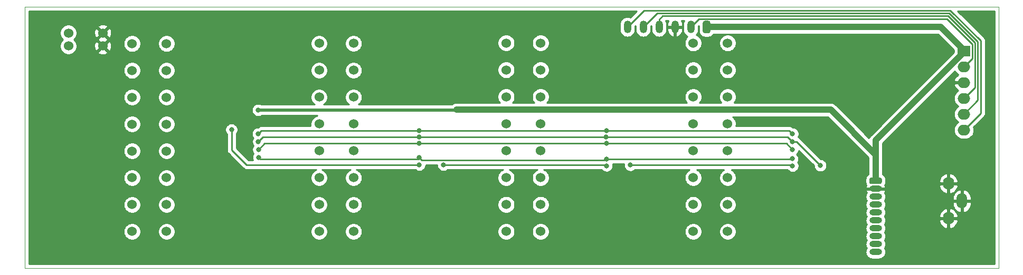
<source format=gbr>
%TF.GenerationSoftware,KiCad,Pcbnew,5.1.9-73d0e3b20d~88~ubuntu20.04.1*%
%TF.CreationDate,2021-03-03T11:26:58+04:00*%
%TF.ProjectId,interface_board,696e7465-7266-4616-9365-5f626f617264,rev?*%
%TF.SameCoordinates,Original*%
%TF.FileFunction,Copper,L2,Bot*%
%TF.FilePolarity,Positive*%
%FSLAX46Y46*%
G04 Gerber Fmt 4.6, Leading zero omitted, Abs format (unit mm)*
G04 Created by KiCad (PCBNEW 5.1.9-73d0e3b20d~88~ubuntu20.04.1) date 2021-03-03 11:26:58*
%MOMM*%
%LPD*%
G01*
G04 APERTURE LIST*
%TA.AperFunction,Profile*%
%ADD10C,0.050000*%
%TD*%
%TA.AperFunction,Profile*%
%ADD11C,0.100000*%
%TD*%
%TA.AperFunction,ComponentPad*%
%ADD12C,1.524000*%
%TD*%
%TA.AperFunction,ComponentPad*%
%ADD13O,2.000000X1.000000*%
%TD*%
%TA.AperFunction,ComponentPad*%
%ADD14O,1.700000X2.500000*%
%TD*%
%TA.AperFunction,ComponentPad*%
%ADD15O,1.800000X2.100000*%
%TD*%
%TA.AperFunction,ComponentPad*%
%ADD16R,2.000000X1.700000*%
%TD*%
%TA.AperFunction,ComponentPad*%
%ADD17O,2.000000X1.700000*%
%TD*%
%TA.AperFunction,ComponentPad*%
%ADD18O,1.200000X2.000000*%
%TD*%
%TA.AperFunction,ViaPad*%
%ADD19C,0.800000*%
%TD*%
%TA.AperFunction,Conductor*%
%ADD20C,0.250000*%
%TD*%
%TA.AperFunction,Conductor*%
%ADD21C,1.000000*%
%TD*%
%TA.AperFunction,Conductor*%
%ADD22C,0.500000*%
%TD*%
%TA.AperFunction,Conductor*%
%ADD23C,0.254000*%
%TD*%
%TA.AperFunction,Conductor*%
%ADD24C,0.150000*%
%TD*%
G04 APERTURE END LIST*
D10*
X222900000Y-88100000D02*
X66700000Y-88100000D01*
D11*
X222900000Y-46100000D02*
X222900000Y-88100000D01*
X66700000Y-88100000D02*
X66700000Y-46100000D01*
X66700000Y-46100000D02*
X222900000Y-46100000D01*
D12*
%TO.P,D32,1*%
%TO.N,Net-(D32-Pad1)*%
X173930000Y-82210000D03*
%TO.P,D32,2*%
%TO.N,Net-(D32-Pad2)*%
X179450000Y-82210000D03*
%TD*%
%TO.P,D31,1*%
%TO.N,Net-(D31-Pad1)*%
X173930000Y-77884652D03*
%TO.P,D31,2*%
%TO.N,Net-(D31-Pad2)*%
X179450000Y-77884652D03*
%TD*%
%TO.P,D30,1*%
%TO.N,Net-(D30-Pad1)*%
X173930000Y-73559306D03*
%TO.P,D30,2*%
%TO.N,Net-(D30-Pad2)*%
X179450000Y-73559306D03*
%TD*%
%TO.P,D29,1*%
%TO.N,Net-(D29-Pad1)*%
X173930000Y-69233960D03*
%TO.P,D29,2*%
%TO.N,Net-(D29-Pad2)*%
X179450000Y-69233960D03*
%TD*%
%TO.P,D28,1*%
%TO.N,Net-(D28-Pad1)*%
X173930000Y-64908614D03*
%TO.P,D28,2*%
%TO.N,Net-(D28-Pad2)*%
X179450000Y-64908614D03*
%TD*%
%TO.P,D27,1*%
%TO.N,Net-(D27-Pad1)*%
X173930000Y-60583268D03*
%TO.P,D27,2*%
%TO.N,Net-(D27-Pad2)*%
X179450000Y-60583268D03*
%TD*%
%TO.P,D26,1*%
%TO.N,Net-(D26-Pad1)*%
X173930000Y-56257922D03*
%TO.P,D26,2*%
%TO.N,Net-(D26-Pad2)*%
X179450000Y-56257922D03*
%TD*%
%TO.P,D25,1*%
%TO.N,Net-(D25-Pad1)*%
X173930000Y-51932576D03*
%TO.P,D25,2*%
%TO.N,Net-(D25-Pad2)*%
X179450000Y-51932576D03*
%TD*%
%TO.P,D24,1*%
%TO.N,Net-(D24-Pad1)*%
X143930000Y-82210000D03*
%TO.P,D24,2*%
%TO.N,Net-(D24-Pad2)*%
X149450000Y-82210000D03*
%TD*%
%TO.P,D23,1*%
%TO.N,Net-(D23-Pad1)*%
X143930000Y-77881426D03*
%TO.P,D23,2*%
%TO.N,Net-(D23-Pad2)*%
X149450000Y-77881426D03*
%TD*%
%TO.P,D22,1*%
%TO.N,Net-(D22-Pad1)*%
X143930000Y-73552855D03*
%TO.P,D22,2*%
%TO.N,Net-(D22-Pad2)*%
X149450000Y-73552855D03*
%TD*%
%TO.P,D21,1*%
%TO.N,Net-(D21-Pad1)*%
X143930000Y-69224284D03*
%TO.P,D21,2*%
%TO.N,Net-(D21-Pad2)*%
X149450000Y-69224284D03*
%TD*%
%TO.P,D20,1*%
%TO.N,Net-(D20-Pad1)*%
X143930000Y-64895713D03*
%TO.P,D20,2*%
%TO.N,Net-(D20-Pad2)*%
X149450000Y-64895713D03*
%TD*%
%TO.P,D19,1*%
%TO.N,Net-(D19-Pad1)*%
X143930000Y-60567142D03*
%TO.P,D19,2*%
%TO.N,Net-(D19-Pad2)*%
X149450000Y-60567142D03*
%TD*%
%TO.P,D18,1*%
%TO.N,Net-(D18-Pad1)*%
X143930000Y-56238571D03*
%TO.P,D18,2*%
%TO.N,Net-(D18-Pad2)*%
X149450000Y-56238571D03*
%TD*%
%TO.P,D17,1*%
%TO.N,Net-(D17-Pad1)*%
X143930000Y-51910000D03*
%TO.P,D17,2*%
%TO.N,Net-(D17-Pad2)*%
X149450000Y-51910000D03*
%TD*%
%TO.P,D16,1*%
%TO.N,Net-(D16-Pad1)*%
X113930000Y-82210000D03*
%TO.P,D16,2*%
%TO.N,Net-(D16-Pad2)*%
X119450000Y-82210000D03*
%TD*%
%TO.P,D15,1*%
%TO.N,Net-(D15-Pad1)*%
X113930000Y-77892024D03*
%TO.P,D15,2*%
%TO.N,Net-(D15-Pad2)*%
X119450000Y-77892024D03*
%TD*%
%TO.P,D14,1*%
%TO.N,Net-(D14-Pad1)*%
X113930000Y-73574052D03*
%TO.P,D14,2*%
%TO.N,Net-(D14-Pad2)*%
X119450000Y-73574052D03*
%TD*%
%TO.P,D13,1*%
%TO.N,Net-(D13-Pad1)*%
X113930000Y-69256080D03*
%TO.P,D13,2*%
%TO.N,Net-(D13-Pad2)*%
X119450000Y-69256080D03*
%TD*%
%TO.P,D12,1*%
%TO.N,Net-(D12-Pad1)*%
X113930000Y-64938108D03*
%TO.P,D12,2*%
%TO.N,Net-(D12-Pad2)*%
X119450000Y-64938108D03*
%TD*%
%TO.P,D11,1*%
%TO.N,Net-(D11-Pad1)*%
X113930000Y-60620136D03*
%TO.P,D11,2*%
%TO.N,Net-(D11-Pad2)*%
X119450000Y-60620136D03*
%TD*%
%TO.P,D10,1*%
%TO.N,Net-(D10-Pad1)*%
X113930000Y-56302164D03*
%TO.P,D10,2*%
%TO.N,Net-(D10-Pad2)*%
X119450000Y-56302164D03*
%TD*%
%TO.P,D9,1*%
%TO.N,Net-(D9-Pad1)*%
X113930000Y-51984192D03*
%TO.P,D9,2*%
%TO.N,Net-(D9-Pad2)*%
X119450000Y-51984192D03*
%TD*%
%TO.P,D8,1*%
%TO.N,Net-(D8-Pad1)*%
X83930000Y-82210000D03*
%TO.P,D8,2*%
%TO.N,Net-(D8-Pad2)*%
X89450000Y-82210000D03*
%TD*%
%TO.P,D7,1*%
%TO.N,Net-(D7-Pad1)*%
X83930000Y-77895710D03*
%TO.P,D7,2*%
%TO.N,Net-(D7-Pad2)*%
X89450000Y-77895710D03*
%TD*%
%TO.P,D6,1*%
%TO.N,Net-(D6-Pad1)*%
X83930000Y-73581425D03*
%TO.P,D6,2*%
%TO.N,Net-(D6-Pad2)*%
X89450000Y-73581425D03*
%TD*%
%TO.P,D5,1*%
%TO.N,Net-(D5-Pad1)*%
X83930000Y-69267140D03*
%TO.P,D5,2*%
%TO.N,Net-(D5-Pad2)*%
X89450000Y-69267140D03*
%TD*%
%TO.P,D4,1*%
%TO.N,Net-(D4-Pad1)*%
X83930000Y-64952855D03*
%TO.P,D4,2*%
%TO.N,Net-(D4-Pad2)*%
X89450000Y-64952855D03*
%TD*%
%TO.P,D3,1*%
%TO.N,Net-(D3-Pad1)*%
X83930000Y-60638570D03*
%TO.P,D3,2*%
%TO.N,Net-(D3-Pad2)*%
X89450000Y-60638570D03*
%TD*%
%TO.P,D2,1*%
%TO.N,Net-(D2-Pad1)*%
X83930000Y-56324285D03*
%TO.P,D2,2*%
%TO.N,Net-(D2-Pad2)*%
X89450000Y-56324285D03*
%TD*%
%TO.P,D1,1*%
%TO.N,Net-(D1-Pad1)*%
X83930000Y-52010000D03*
%TO.P,D1,2*%
%TO.N,Net-(D1-Pad2)*%
X89450000Y-52010000D03*
%TD*%
%TO.P,D34,1*%
%TO.N,GND*%
X79230000Y-52410000D03*
%TO.P,D34,2*%
%TO.N,Net-(D34-Pad2)*%
X73710000Y-52410000D03*
%TD*%
%TO.P,D33,1*%
%TO.N,GND*%
X79230000Y-50300000D03*
%TO.P,D33,2*%
%TO.N,Net-(D33-Pad2)*%
X73710000Y-50300000D03*
%TD*%
D13*
%TO.P,J3,10*%
%TO.N,BTN*%
X203180000Y-85492000D03*
%TO.P,J3,9*%
%TO.N,OLEDS_PUSH_DATA*%
X203180000Y-84222000D03*
%TO.P,J3,8*%
%TO.N,SPICLK*%
X203180000Y-82952000D03*
%TO.P,J3,7*%
%TO.N,SPIMOSI*%
X203180000Y-81682000D03*
%TO.P,J3,6*%
%TO.N,LED_GREEN*%
X203180000Y-80412000D03*
%TO.P,J3,5*%
%TO.N,LED_RED*%
X203180000Y-79142000D03*
%TO.P,J3,4*%
%TO.N,USB-*%
X203180000Y-77872000D03*
%TO.P,J3,3*%
%TO.N,USB+*%
X203180000Y-76602000D03*
%TO.P,J3,2*%
%TO.N,GND*%
X203180000Y-75332000D03*
%TO.P,J3,1*%
%TO.N,VCC*%
%TA.AperFunction,ComponentPad*%
G36*
G01*
X202430000Y-73562000D02*
X203930000Y-73562000D01*
G75*
G02*
X204180000Y-73812000I0J-250000D01*
G01*
X204180000Y-74312000D01*
G75*
G02*
X203930000Y-74562000I-250000J0D01*
G01*
X202430000Y-74562000D01*
G75*
G02*
X202180000Y-74312000I0J250000D01*
G01*
X202180000Y-73812000D01*
G75*
G02*
X202430000Y-73562000I250000J0D01*
G01*
G37*
%TD.AperFunction*%
%TD*%
D14*
%TO.P,J4,6*%
%TO.N,GND*%
X217025000Y-77300000D03*
D15*
X214875000Y-74500000D03*
X214875000Y-80100000D03*
%TD*%
D16*
%TO.P,J2,1*%
%TO.N,VCC*%
X217350000Y-53200000D03*
D17*
%TO.P,J2,2*%
%TO.N,Net-(J1-Pad2)*%
X217350000Y-55740000D03*
%TO.P,J2,3*%
%TO.N,GND*%
X217350000Y-58280000D03*
%TO.P,J2,4*%
%TO.N,Net-(J1-Pad4)*%
X217350000Y-60820000D03*
%TO.P,J2,5*%
%TO.N,Net-(J1-Pad5)*%
X217350000Y-63360000D03*
%TO.P,J2,6*%
%TO.N,Net-(J1-Pad6)*%
X217350000Y-65900000D03*
%TD*%
%TO.P,J1,1*%
%TO.N,VCC*%
%TA.AperFunction,ComponentPad*%
G36*
G01*
X176670000Y-48650000D02*
X176670000Y-50050000D01*
G75*
G02*
X176370000Y-50350000I-300000J0D01*
G01*
X175770000Y-50350000D01*
G75*
G02*
X175470000Y-50050000I0J300000D01*
G01*
X175470000Y-48650000D01*
G75*
G02*
X175770000Y-48350000I300000J0D01*
G01*
X176370000Y-48350000D01*
G75*
G02*
X176670000Y-48650000I0J-300000D01*
G01*
G37*
%TD.AperFunction*%
D18*
%TO.P,J1,2*%
%TO.N,Net-(J1-Pad2)*%
X173530000Y-49350000D03*
%TO.P,J1,3*%
%TO.N,GND*%
X170990000Y-49350000D03*
%TO.P,J1,4*%
%TO.N,Net-(J1-Pad4)*%
X168450000Y-49350000D03*
%TO.P,J1,5*%
%TO.N,Net-(J1-Pad5)*%
X165910000Y-49350000D03*
%TO.P,J1,6*%
%TO.N,Net-(J1-Pad6)*%
X163370000Y-49350000D03*
%TD*%
D19*
%TO.N,GND*%
X94230000Y-73670000D03*
X98450000Y-59480000D03*
X104180000Y-73720000D03*
X170960000Y-53770000D03*
X187420000Y-53770000D03*
X210990000Y-63950000D03*
X187420000Y-79700000D03*
X217330000Y-84740000D03*
%TO.N,/Output Leds/Reset*%
X104210000Y-70300000D03*
X129980000Y-70300000D03*
X159983144Y-70541086D03*
X189820000Y-70529998D03*
%TO.N,VCC*%
X194220000Y-62660000D03*
X163890000Y-62660000D03*
X135940000Y-62660000D03*
X104150000Y-62690000D03*
%TO.N,/Output Leds/OEnable*%
X104150000Y-66500000D03*
X189850000Y-66510000D03*
X159989199Y-66000801D03*
X129960000Y-65970000D03*
%TO.N,SPICLK*%
X189850000Y-69020000D03*
X104200000Y-69030000D03*
X160001709Y-68000137D03*
X130000000Y-68050000D03*
%TO.N,OLEDS_PUSH_DATA*%
X104180000Y-67760000D03*
X189850000Y-67760000D03*
X194314847Y-71595153D03*
X159969996Y-67000628D03*
X129999998Y-67050000D03*
%TO.N,/Output Leds/ONReg1*%
X99880000Y-65840000D03*
X130000000Y-71490000D03*
%TO.N,/Output Leds/ONReg2*%
X133880000Y-71489990D03*
X160030000Y-71640000D03*
%TO.N,/Output Leds/ONReg3*%
X163840000Y-71540000D03*
X189860164Y-71657548D03*
%TD*%
D20*
%TO.N,/Output Leds/Reset*%
X129710000Y-70570000D02*
X129980000Y-70300000D01*
X104480000Y-70570000D02*
X129710000Y-70570000D01*
X104210000Y-70300000D02*
X104480000Y-70570000D01*
X130390000Y-70710000D02*
X159814230Y-70710000D01*
X159814230Y-70710000D02*
X159983144Y-70541086D01*
X129980000Y-70300000D02*
X130390000Y-70710000D01*
X189808912Y-70541086D02*
X189820000Y-70529998D01*
X159983144Y-70541086D02*
X189808912Y-70541086D01*
D21*
%TO.N,VCC*%
X195970000Y-62660000D02*
X195910000Y-62660000D01*
X203180000Y-69870000D02*
X195970000Y-62660000D01*
X195910000Y-62660000D02*
X194220000Y-62660000D01*
X163890000Y-62660000D02*
X135940000Y-62660000D01*
X194220000Y-62660000D02*
X163890000Y-62660000D01*
D22*
X135910000Y-62690000D02*
X135940000Y-62660000D01*
X104150000Y-62690000D02*
X135910000Y-62690000D01*
D21*
X213650000Y-49350000D02*
X176070000Y-49350000D01*
X217350000Y-53050000D02*
X213650000Y-49350000D01*
X217350000Y-53200000D02*
X217350000Y-53050000D01*
X203180000Y-67567955D02*
X203180000Y-70610000D01*
X217350000Y-53397955D02*
X203180000Y-67567955D01*
X217350000Y-53200000D02*
X217350000Y-53397955D01*
X203180000Y-70610000D02*
X203180000Y-69870000D01*
X203180000Y-74062000D02*
X203180000Y-70610000D01*
D20*
%TO.N,/Output Leds/OEnable*%
X189850000Y-66510000D02*
X189340801Y-66000801D01*
X189340801Y-66000801D02*
X159989199Y-66000801D01*
X129990801Y-66000801D02*
X129960000Y-65970000D01*
X159989199Y-66000801D02*
X129990801Y-66000801D01*
X118928239Y-66025109D02*
X119971761Y-66025109D01*
X129920000Y-66010000D02*
X129960000Y-65970000D01*
X118913130Y-66010000D02*
X118928239Y-66025109D01*
X114466870Y-66010000D02*
X118913130Y-66010000D01*
X114451761Y-66025109D02*
X114466870Y-66010000D01*
X119986870Y-66010000D02*
X129920000Y-66010000D01*
X113408239Y-66025109D02*
X114451761Y-66025109D01*
X113393130Y-66010000D02*
X113408239Y-66025109D01*
X119971761Y-66025109D02*
X119986870Y-66010000D01*
X104640000Y-66010000D02*
X113393130Y-66010000D01*
X104150000Y-66500000D02*
X104640000Y-66010000D01*
%TO.N,Net-(J1-Pad2)*%
X218675001Y-54414999D02*
X217350000Y-55740000D01*
X218675001Y-52089999D02*
X218675001Y-54414999D01*
X214609992Y-48024990D02*
X218675001Y-52089999D01*
X174855010Y-48024990D02*
X214609992Y-48024990D01*
X173530000Y-49350000D02*
X174855010Y-48024990D01*
%TO.N,Net-(J1-Pad4)*%
X219125011Y-51903599D02*
X219125011Y-59044989D01*
X214796393Y-47574981D02*
X219125011Y-51903599D01*
X168975020Y-47574980D02*
X214796393Y-47574981D01*
X219125011Y-59044989D02*
X217350000Y-60820000D01*
X168450000Y-48100000D02*
X168975020Y-47574980D01*
X168450000Y-49350000D02*
X168450000Y-48100000D01*
%TO.N,Net-(J1-Pad5)*%
X219575021Y-51717199D02*
X219575021Y-61134979D01*
X214977822Y-47120000D02*
X219575021Y-51717199D01*
X219575021Y-61134979D02*
X217350000Y-63360000D01*
X168140000Y-47120000D02*
X214977822Y-47120000D01*
X165910000Y-49350000D02*
X168140000Y-47120000D01*
%TO.N,Net-(J1-Pad6)*%
X220025031Y-63224969D02*
X217350000Y-65900000D01*
X220025031Y-51530799D02*
X220025031Y-63224969D01*
X215164223Y-46669991D02*
X220025031Y-51530799D01*
X166050009Y-46669991D02*
X215164223Y-46669991D01*
X163370000Y-49350000D02*
X166050009Y-46669991D01*
%TO.N,SPICLK*%
X188880000Y-68050000D02*
X130000000Y-68050000D01*
X104200000Y-69030000D02*
X105180000Y-68050000D01*
X105180000Y-68050000D02*
X130000000Y-68050000D01*
X189850000Y-69020000D02*
X188880000Y-68050000D01*
%TO.N,OLEDS_PUSH_DATA*%
X190500000Y-67760000D02*
X189850000Y-67760000D01*
X194314847Y-71574847D02*
X190500000Y-67760000D01*
X194314847Y-71595153D02*
X194314847Y-71574847D01*
X189850000Y-67760000D02*
X189090628Y-67000628D01*
X189090628Y-67000628D02*
X159969996Y-67000628D01*
X104180000Y-67760000D02*
X104890000Y-67050000D01*
X104890000Y-67050000D02*
X129999998Y-67050000D01*
X159969996Y-67000628D02*
X130049370Y-67000628D01*
X130049370Y-67000628D02*
X129999998Y-67050000D01*
%TO.N,/Output Leds/ONReg1*%
X102270000Y-71490000D02*
X130000000Y-71490000D01*
X99880000Y-69100000D02*
X102270000Y-71490000D01*
X99880000Y-65840000D02*
X99880000Y-69100000D01*
%TO.N,/Output Leds/ONReg2*%
X133880000Y-71489990D02*
X159879990Y-71489990D01*
X159879990Y-71489990D02*
X160030000Y-71640000D01*
%TO.N,/Output Leds/ONReg3*%
X189742616Y-71540000D02*
X189860164Y-71657548D01*
X163840000Y-71540000D02*
X189742616Y-71540000D01*
%TD*%
D23*
%TO.N,GND*%
X163842452Y-47802746D02*
X163612102Y-47732870D01*
X163370000Y-47709025D01*
X163127899Y-47732870D01*
X162895100Y-47803489D01*
X162680552Y-47918167D01*
X162492499Y-48072498D01*
X162338168Y-48260551D01*
X162223489Y-48475099D01*
X162152870Y-48707898D01*
X162135000Y-48889335D01*
X162135000Y-49810664D01*
X162152870Y-49992101D01*
X162223489Y-50224900D01*
X162338167Y-50439448D01*
X162492498Y-50627502D01*
X162680551Y-50781833D01*
X162895099Y-50896511D01*
X163127898Y-50967130D01*
X163370000Y-50990975D01*
X163612101Y-50967130D01*
X163844900Y-50896511D01*
X164059448Y-50781833D01*
X164247502Y-50627502D01*
X164401833Y-50439449D01*
X164516511Y-50224901D01*
X164587130Y-49992102D01*
X164605000Y-49810665D01*
X164605000Y-49189801D01*
X164675000Y-49119801D01*
X164675000Y-49810664D01*
X164692870Y-49992101D01*
X164763489Y-50224900D01*
X164878167Y-50439448D01*
X165032498Y-50627502D01*
X165220551Y-50781833D01*
X165435099Y-50896511D01*
X165667898Y-50967130D01*
X165910000Y-50990975D01*
X166152101Y-50967130D01*
X166384900Y-50896511D01*
X166599448Y-50781833D01*
X166787502Y-50627502D01*
X166941833Y-50439449D01*
X167056511Y-50224901D01*
X167127130Y-49992102D01*
X167145000Y-49810665D01*
X167145000Y-49189801D01*
X167215000Y-49119801D01*
X167215000Y-49810664D01*
X167232870Y-49992101D01*
X167303489Y-50224900D01*
X167418167Y-50439448D01*
X167572498Y-50627502D01*
X167760551Y-50781833D01*
X167975099Y-50896511D01*
X168207898Y-50967130D01*
X168450000Y-50990975D01*
X168692101Y-50967130D01*
X168924900Y-50896511D01*
X169139448Y-50781833D01*
X169327502Y-50627502D01*
X169481833Y-50439449D01*
X169596511Y-50224901D01*
X169667130Y-49992102D01*
X169685000Y-49810665D01*
X169685000Y-49477000D01*
X169755000Y-49477000D01*
X169755000Y-49877000D01*
X169803507Y-50115496D01*
X169897610Y-50339946D01*
X170033693Y-50541725D01*
X170206526Y-50713078D01*
X170409467Y-50847421D01*
X170634718Y-50939591D01*
X170672391Y-50943462D01*
X170863000Y-50818731D01*
X170863000Y-49477000D01*
X171117000Y-49477000D01*
X171117000Y-50818731D01*
X171307609Y-50943462D01*
X171345282Y-50939591D01*
X171570533Y-50847421D01*
X171773474Y-50713078D01*
X171946307Y-50541725D01*
X172082390Y-50339946D01*
X172176493Y-50115496D01*
X172225000Y-49877000D01*
X172225000Y-49477000D01*
X171117000Y-49477000D01*
X170863000Y-49477000D01*
X169755000Y-49477000D01*
X169685000Y-49477000D01*
X169685000Y-48889336D01*
X169667130Y-48707899D01*
X169596511Y-48475099D01*
X169521616Y-48334979D01*
X169914521Y-48334979D01*
X169897610Y-48360054D01*
X169803507Y-48584504D01*
X169755000Y-48823000D01*
X169755000Y-49223000D01*
X170863000Y-49223000D01*
X170863000Y-49203000D01*
X171117000Y-49203000D01*
X171117000Y-49223000D01*
X172225000Y-49223000D01*
X172225000Y-48823000D01*
X172176493Y-48584504D01*
X172082390Y-48360054D01*
X172065479Y-48334979D01*
X172458385Y-48334979D01*
X172383489Y-48475099D01*
X172312870Y-48707898D01*
X172295000Y-48889335D01*
X172295000Y-49810664D01*
X172312870Y-49992101D01*
X172383489Y-50224900D01*
X172498167Y-50439448D01*
X172652498Y-50627502D01*
X172840551Y-50781833D01*
X173012943Y-50873978D01*
X172844880Y-51042041D01*
X172691995Y-51270849D01*
X172586686Y-51525086D01*
X172533000Y-51794984D01*
X172533000Y-52070168D01*
X172586686Y-52340066D01*
X172691995Y-52594303D01*
X172844880Y-52823111D01*
X173039465Y-53017696D01*
X173268273Y-53170581D01*
X173522510Y-53275890D01*
X173792408Y-53329576D01*
X174067592Y-53329576D01*
X174337490Y-53275890D01*
X174591727Y-53170581D01*
X174820535Y-53017696D01*
X175015120Y-52823111D01*
X175168005Y-52594303D01*
X175273314Y-52340066D01*
X175327000Y-52070168D01*
X175327000Y-51794984D01*
X178053000Y-51794984D01*
X178053000Y-52070168D01*
X178106686Y-52340066D01*
X178211995Y-52594303D01*
X178364880Y-52823111D01*
X178559465Y-53017696D01*
X178788273Y-53170581D01*
X179042510Y-53275890D01*
X179312408Y-53329576D01*
X179587592Y-53329576D01*
X179857490Y-53275890D01*
X180111727Y-53170581D01*
X180340535Y-53017696D01*
X180535120Y-52823111D01*
X180688005Y-52594303D01*
X180793314Y-52340066D01*
X180847000Y-52070168D01*
X180847000Y-51794984D01*
X180793314Y-51525086D01*
X180688005Y-51270849D01*
X180535120Y-51042041D01*
X180340535Y-50847456D01*
X180111727Y-50694571D01*
X179857490Y-50589262D01*
X179587592Y-50535576D01*
X179312408Y-50535576D01*
X179042510Y-50589262D01*
X178788273Y-50694571D01*
X178559465Y-50847456D01*
X178364880Y-51042041D01*
X178211995Y-51270849D01*
X178106686Y-51525086D01*
X178053000Y-51794984D01*
X175327000Y-51794984D01*
X175273314Y-51525086D01*
X175168005Y-51270849D01*
X175015120Y-51042041D01*
X174820535Y-50847456D01*
X174591727Y-50694571D01*
X174413161Y-50620606D01*
X174561833Y-50439449D01*
X174676511Y-50224901D01*
X174747130Y-49992102D01*
X174765000Y-49810665D01*
X174765000Y-49189802D01*
X174831928Y-49122874D01*
X174831928Y-50050000D01*
X174849953Y-50233009D01*
X174903334Y-50408985D01*
X174990022Y-50571165D01*
X175106683Y-50713317D01*
X175248835Y-50829978D01*
X175411015Y-50916666D01*
X175586991Y-50970047D01*
X175770000Y-50988072D01*
X176370000Y-50988072D01*
X176553009Y-50970047D01*
X176728985Y-50916666D01*
X176891165Y-50829978D01*
X177033317Y-50713317D01*
X177149978Y-50571165D01*
X177196035Y-50485000D01*
X213179869Y-50485000D01*
X215711928Y-53017060D01*
X215711928Y-53430895D01*
X202416865Y-66725959D01*
X202373551Y-66761506D01*
X202231716Y-66934332D01*
X202152289Y-67082932D01*
X202126324Y-67131509D01*
X202107778Y-67192646D01*
X196811996Y-61896865D01*
X196776449Y-61853551D01*
X196603623Y-61711716D01*
X196406447Y-61606324D01*
X196192499Y-61541423D01*
X196025752Y-61525000D01*
X196025751Y-61525000D01*
X195970000Y-61519509D01*
X195914249Y-61525000D01*
X180483923Y-61525000D01*
X180535120Y-61473803D01*
X180688005Y-61244995D01*
X180793314Y-60990758D01*
X180847000Y-60720860D01*
X180847000Y-60445676D01*
X180793314Y-60175778D01*
X180688005Y-59921541D01*
X180535120Y-59692733D01*
X180340535Y-59498148D01*
X180111727Y-59345263D01*
X179857490Y-59239954D01*
X179587592Y-59186268D01*
X179312408Y-59186268D01*
X179042510Y-59239954D01*
X178788273Y-59345263D01*
X178559465Y-59498148D01*
X178364880Y-59692733D01*
X178211995Y-59921541D01*
X178106686Y-60175778D01*
X178053000Y-60445676D01*
X178053000Y-60720860D01*
X178106686Y-60990758D01*
X178211995Y-61244995D01*
X178364880Y-61473803D01*
X178416077Y-61525000D01*
X174963923Y-61525000D01*
X175015120Y-61473803D01*
X175168005Y-61244995D01*
X175273314Y-60990758D01*
X175327000Y-60720860D01*
X175327000Y-60445676D01*
X175273314Y-60175778D01*
X175168005Y-59921541D01*
X175015120Y-59692733D01*
X174820535Y-59498148D01*
X174591727Y-59345263D01*
X174337490Y-59239954D01*
X174067592Y-59186268D01*
X173792408Y-59186268D01*
X173522510Y-59239954D01*
X173268273Y-59345263D01*
X173039465Y-59498148D01*
X172844880Y-59692733D01*
X172691995Y-59921541D01*
X172586686Y-60175778D01*
X172533000Y-60445676D01*
X172533000Y-60720860D01*
X172586686Y-60990758D01*
X172691995Y-61244995D01*
X172844880Y-61473803D01*
X172896077Y-61525000D01*
X150467797Y-61525000D01*
X150535120Y-61457677D01*
X150688005Y-61228869D01*
X150793314Y-60974632D01*
X150847000Y-60704734D01*
X150847000Y-60429550D01*
X150793314Y-60159652D01*
X150688005Y-59905415D01*
X150535120Y-59676607D01*
X150340535Y-59482022D01*
X150111727Y-59329137D01*
X149857490Y-59223828D01*
X149587592Y-59170142D01*
X149312408Y-59170142D01*
X149042510Y-59223828D01*
X148788273Y-59329137D01*
X148559465Y-59482022D01*
X148364880Y-59676607D01*
X148211995Y-59905415D01*
X148106686Y-60159652D01*
X148053000Y-60429550D01*
X148053000Y-60704734D01*
X148106686Y-60974632D01*
X148211995Y-61228869D01*
X148364880Y-61457677D01*
X148432203Y-61525000D01*
X144947797Y-61525000D01*
X145015120Y-61457677D01*
X145168005Y-61228869D01*
X145273314Y-60974632D01*
X145327000Y-60704734D01*
X145327000Y-60429550D01*
X145273314Y-60159652D01*
X145168005Y-59905415D01*
X145015120Y-59676607D01*
X144820535Y-59482022D01*
X144591727Y-59329137D01*
X144337490Y-59223828D01*
X144067592Y-59170142D01*
X143792408Y-59170142D01*
X143522510Y-59223828D01*
X143268273Y-59329137D01*
X143039465Y-59482022D01*
X142844880Y-59676607D01*
X142691995Y-59905415D01*
X142586686Y-60159652D01*
X142533000Y-60429550D01*
X142533000Y-60704734D01*
X142586686Y-60974632D01*
X142691995Y-61228869D01*
X142844880Y-61457677D01*
X142912203Y-61525000D01*
X135884248Y-61525000D01*
X135717501Y-61541423D01*
X135503553Y-61606324D01*
X135306377Y-61711716D01*
X135192710Y-61805000D01*
X120191258Y-61805000D01*
X120340535Y-61705256D01*
X120535120Y-61510671D01*
X120688005Y-61281863D01*
X120793314Y-61027626D01*
X120847000Y-60757728D01*
X120847000Y-60482544D01*
X120793314Y-60212646D01*
X120688005Y-59958409D01*
X120535120Y-59729601D01*
X120340535Y-59535016D01*
X120111727Y-59382131D01*
X119857490Y-59276822D01*
X119587592Y-59223136D01*
X119312408Y-59223136D01*
X119042510Y-59276822D01*
X118788273Y-59382131D01*
X118559465Y-59535016D01*
X118364880Y-59729601D01*
X118211995Y-59958409D01*
X118106686Y-60212646D01*
X118053000Y-60482544D01*
X118053000Y-60757728D01*
X118106686Y-61027626D01*
X118211995Y-61281863D01*
X118364880Y-61510671D01*
X118559465Y-61705256D01*
X118708742Y-61805000D01*
X114671258Y-61805000D01*
X114820535Y-61705256D01*
X115015120Y-61510671D01*
X115168005Y-61281863D01*
X115273314Y-61027626D01*
X115327000Y-60757728D01*
X115327000Y-60482544D01*
X115273314Y-60212646D01*
X115168005Y-59958409D01*
X115015120Y-59729601D01*
X114820535Y-59535016D01*
X114591727Y-59382131D01*
X114337490Y-59276822D01*
X114067592Y-59223136D01*
X113792408Y-59223136D01*
X113522510Y-59276822D01*
X113268273Y-59382131D01*
X113039465Y-59535016D01*
X112844880Y-59729601D01*
X112691995Y-59958409D01*
X112586686Y-60212646D01*
X112533000Y-60482544D01*
X112533000Y-60757728D01*
X112586686Y-61027626D01*
X112691995Y-61281863D01*
X112844880Y-61510671D01*
X113039465Y-61705256D01*
X113188742Y-61805000D01*
X104688454Y-61805000D01*
X104640256Y-61772795D01*
X104451898Y-61694774D01*
X104251939Y-61655000D01*
X104048061Y-61655000D01*
X103848102Y-61694774D01*
X103659744Y-61772795D01*
X103490226Y-61886063D01*
X103346063Y-62030226D01*
X103232795Y-62199744D01*
X103154774Y-62388102D01*
X103115000Y-62588061D01*
X103115000Y-62791939D01*
X103154774Y-62991898D01*
X103232795Y-63180256D01*
X103346063Y-63349774D01*
X103490226Y-63493937D01*
X103659744Y-63607205D01*
X103848102Y-63685226D01*
X104048061Y-63725000D01*
X104251939Y-63725000D01*
X104451898Y-63685226D01*
X104640256Y-63607205D01*
X104688454Y-63575000D01*
X113622021Y-63575000D01*
X113522510Y-63594794D01*
X113268273Y-63700103D01*
X113039465Y-63852988D01*
X112844880Y-64047573D01*
X112691995Y-64276381D01*
X112586686Y-64530618D01*
X112533000Y-64800516D01*
X112533000Y-65075700D01*
X112567670Y-65250000D01*
X104677325Y-65250000D01*
X104640000Y-65246324D01*
X104602675Y-65250000D01*
X104602667Y-65250000D01*
X104491014Y-65260997D01*
X104347753Y-65304454D01*
X104215724Y-65375026D01*
X104106090Y-65465000D01*
X104048061Y-65465000D01*
X103848102Y-65504774D01*
X103659744Y-65582795D01*
X103490226Y-65696063D01*
X103346063Y-65840226D01*
X103232795Y-66009744D01*
X103154774Y-66198102D01*
X103115000Y-66398061D01*
X103115000Y-66601939D01*
X103154774Y-66801898D01*
X103232795Y-66990256D01*
X103341169Y-67152449D01*
X103262795Y-67269744D01*
X103184774Y-67458102D01*
X103145000Y-67658061D01*
X103145000Y-67861939D01*
X103184774Y-68061898D01*
X103262795Y-68250256D01*
X103369510Y-68409966D01*
X103282795Y-68539744D01*
X103204774Y-68728102D01*
X103165000Y-68928061D01*
X103165000Y-69131939D01*
X103204774Y-69331898D01*
X103282795Y-69520256D01*
X103384510Y-69672483D01*
X103292795Y-69809744D01*
X103214774Y-69998102D01*
X103175000Y-70198061D01*
X103175000Y-70401939D01*
X103214774Y-70601898D01*
X103267836Y-70730000D01*
X102584803Y-70730000D01*
X100640000Y-68785199D01*
X100640000Y-66543711D01*
X100683937Y-66499774D01*
X100797205Y-66330256D01*
X100875226Y-66141898D01*
X100915000Y-65941939D01*
X100915000Y-65738061D01*
X100875226Y-65538102D01*
X100797205Y-65349744D01*
X100683937Y-65180226D01*
X100539774Y-65036063D01*
X100370256Y-64922795D01*
X100181898Y-64844774D01*
X99981939Y-64805000D01*
X99778061Y-64805000D01*
X99578102Y-64844774D01*
X99389744Y-64922795D01*
X99220226Y-65036063D01*
X99076063Y-65180226D01*
X98962795Y-65349744D01*
X98884774Y-65538102D01*
X98845000Y-65738061D01*
X98845000Y-65941939D01*
X98884774Y-66141898D01*
X98962795Y-66330256D01*
X99076063Y-66499774D01*
X99120000Y-66543711D01*
X99120001Y-69062668D01*
X99116324Y-69100000D01*
X99120001Y-69137333D01*
X99123119Y-69168985D01*
X99130998Y-69248985D01*
X99174454Y-69392246D01*
X99245026Y-69524276D01*
X99316201Y-69611002D01*
X99340000Y-69640001D01*
X99368998Y-69663799D01*
X101706205Y-72001008D01*
X101729999Y-72030001D01*
X101758992Y-72053795D01*
X101758996Y-72053799D01*
X101829685Y-72111811D01*
X101845724Y-72124974D01*
X101977753Y-72195546D01*
X102121014Y-72239003D01*
X102232667Y-72250000D01*
X102232676Y-72250000D01*
X102269999Y-72253676D01*
X102307322Y-72250000D01*
X113476008Y-72250000D01*
X113268273Y-72336047D01*
X113039465Y-72488932D01*
X112844880Y-72683517D01*
X112691995Y-72912325D01*
X112586686Y-73166562D01*
X112533000Y-73436460D01*
X112533000Y-73711644D01*
X112586686Y-73981542D01*
X112691995Y-74235779D01*
X112844880Y-74464587D01*
X113039465Y-74659172D01*
X113268273Y-74812057D01*
X113522510Y-74917366D01*
X113792408Y-74971052D01*
X114067592Y-74971052D01*
X114337490Y-74917366D01*
X114591727Y-74812057D01*
X114820535Y-74659172D01*
X115015120Y-74464587D01*
X115168005Y-74235779D01*
X115273314Y-73981542D01*
X115327000Y-73711644D01*
X115327000Y-73436460D01*
X115273314Y-73166562D01*
X115168005Y-72912325D01*
X115015120Y-72683517D01*
X114820535Y-72488932D01*
X114591727Y-72336047D01*
X114383992Y-72250000D01*
X118996008Y-72250000D01*
X118788273Y-72336047D01*
X118559465Y-72488932D01*
X118364880Y-72683517D01*
X118211995Y-72912325D01*
X118106686Y-73166562D01*
X118053000Y-73436460D01*
X118053000Y-73711644D01*
X118106686Y-73981542D01*
X118211995Y-74235779D01*
X118364880Y-74464587D01*
X118559465Y-74659172D01*
X118788273Y-74812057D01*
X119042510Y-74917366D01*
X119312408Y-74971052D01*
X119587592Y-74971052D01*
X119857490Y-74917366D01*
X120111727Y-74812057D01*
X120340535Y-74659172D01*
X120535120Y-74464587D01*
X120688005Y-74235779D01*
X120793314Y-73981542D01*
X120847000Y-73711644D01*
X120847000Y-73436460D01*
X120793314Y-73166562D01*
X120688005Y-72912325D01*
X120535120Y-72683517D01*
X120340535Y-72488932D01*
X120111727Y-72336047D01*
X119903992Y-72250000D01*
X129296289Y-72250000D01*
X129340226Y-72293937D01*
X129509744Y-72407205D01*
X129698102Y-72485226D01*
X129898061Y-72525000D01*
X130101939Y-72525000D01*
X130301898Y-72485226D01*
X130490256Y-72407205D01*
X130659774Y-72293937D01*
X130803937Y-72149774D01*
X130917205Y-71980256D01*
X130995226Y-71791898D01*
X131035000Y-71591939D01*
X131035000Y-71470000D01*
X132845000Y-71470000D01*
X132845000Y-71591929D01*
X132884774Y-71791888D01*
X132962795Y-71980246D01*
X133076063Y-72149764D01*
X133220226Y-72293927D01*
X133389744Y-72407195D01*
X133578102Y-72485216D01*
X133778061Y-72524990D01*
X133981939Y-72524990D01*
X134181898Y-72485216D01*
X134370256Y-72407195D01*
X134539774Y-72293927D01*
X134583711Y-72249990D01*
X143424858Y-72249990D01*
X143268273Y-72314850D01*
X143039465Y-72467735D01*
X142844880Y-72662320D01*
X142691995Y-72891128D01*
X142586686Y-73145365D01*
X142533000Y-73415263D01*
X142533000Y-73690447D01*
X142586686Y-73960345D01*
X142691995Y-74214582D01*
X142844880Y-74443390D01*
X143039465Y-74637975D01*
X143268273Y-74790860D01*
X143522510Y-74896169D01*
X143792408Y-74949855D01*
X144067592Y-74949855D01*
X144337490Y-74896169D01*
X144591727Y-74790860D01*
X144820535Y-74637975D01*
X145015120Y-74443390D01*
X145168005Y-74214582D01*
X145273314Y-73960345D01*
X145327000Y-73690447D01*
X145327000Y-73415263D01*
X145273314Y-73145365D01*
X145168005Y-72891128D01*
X145015120Y-72662320D01*
X144820535Y-72467735D01*
X144591727Y-72314850D01*
X144435142Y-72249990D01*
X148944858Y-72249990D01*
X148788273Y-72314850D01*
X148559465Y-72467735D01*
X148364880Y-72662320D01*
X148211995Y-72891128D01*
X148106686Y-73145365D01*
X148053000Y-73415263D01*
X148053000Y-73690447D01*
X148106686Y-73960345D01*
X148211995Y-74214582D01*
X148364880Y-74443390D01*
X148559465Y-74637975D01*
X148788273Y-74790860D01*
X149042510Y-74896169D01*
X149312408Y-74949855D01*
X149587592Y-74949855D01*
X149857490Y-74896169D01*
X150111727Y-74790860D01*
X150340535Y-74637975D01*
X150535120Y-74443390D01*
X150688005Y-74214582D01*
X150793314Y-73960345D01*
X150847000Y-73690447D01*
X150847000Y-73415263D01*
X150793314Y-73145365D01*
X150688005Y-72891128D01*
X150535120Y-72662320D01*
X150340535Y-72467735D01*
X150111727Y-72314850D01*
X149955142Y-72249990D01*
X159192798Y-72249990D01*
X159226063Y-72299774D01*
X159370226Y-72443937D01*
X159539744Y-72557205D01*
X159728102Y-72635226D01*
X159928061Y-72675000D01*
X160131939Y-72675000D01*
X160331898Y-72635226D01*
X160520256Y-72557205D01*
X160689774Y-72443937D01*
X160833937Y-72299774D01*
X160947205Y-72130256D01*
X161025226Y-71941898D01*
X161065000Y-71741939D01*
X161065000Y-71538061D01*
X161025226Y-71338102D01*
X161009893Y-71301086D01*
X162832246Y-71301086D01*
X162805000Y-71438061D01*
X162805000Y-71641939D01*
X162844774Y-71841898D01*
X162922795Y-72030256D01*
X163036063Y-72199774D01*
X163180226Y-72343937D01*
X163349744Y-72457205D01*
X163538102Y-72535226D01*
X163738061Y-72575000D01*
X163941939Y-72575000D01*
X164141898Y-72535226D01*
X164330256Y-72457205D01*
X164499774Y-72343937D01*
X164543711Y-72300000D01*
X173319698Y-72300000D01*
X173268273Y-72321301D01*
X173039465Y-72474186D01*
X172844880Y-72668771D01*
X172691995Y-72897579D01*
X172586686Y-73151816D01*
X172533000Y-73421714D01*
X172533000Y-73696898D01*
X172586686Y-73966796D01*
X172691995Y-74221033D01*
X172844880Y-74449841D01*
X173039465Y-74644426D01*
X173268273Y-74797311D01*
X173522510Y-74902620D01*
X173792408Y-74956306D01*
X174067592Y-74956306D01*
X174337490Y-74902620D01*
X174591727Y-74797311D01*
X174820535Y-74644426D01*
X175015120Y-74449841D01*
X175168005Y-74221033D01*
X175273314Y-73966796D01*
X175327000Y-73696898D01*
X175327000Y-73421714D01*
X175273314Y-73151816D01*
X175168005Y-72897579D01*
X175015120Y-72668771D01*
X174820535Y-72474186D01*
X174591727Y-72321301D01*
X174540302Y-72300000D01*
X178839698Y-72300000D01*
X178788273Y-72321301D01*
X178559465Y-72474186D01*
X178364880Y-72668771D01*
X178211995Y-72897579D01*
X178106686Y-73151816D01*
X178053000Y-73421714D01*
X178053000Y-73696898D01*
X178106686Y-73966796D01*
X178211995Y-74221033D01*
X178364880Y-74449841D01*
X178559465Y-74644426D01*
X178788273Y-74797311D01*
X179042510Y-74902620D01*
X179312408Y-74956306D01*
X179587592Y-74956306D01*
X179857490Y-74902620D01*
X180111727Y-74797311D01*
X180340535Y-74644426D01*
X180535120Y-74449841D01*
X180688005Y-74221033D01*
X180793314Y-73966796D01*
X180847000Y-73696898D01*
X180847000Y-73421714D01*
X180793314Y-73151816D01*
X180688005Y-72897579D01*
X180535120Y-72668771D01*
X180340535Y-72474186D01*
X180111727Y-72321301D01*
X180060302Y-72300000D01*
X189044653Y-72300000D01*
X189056227Y-72317322D01*
X189200390Y-72461485D01*
X189369908Y-72574753D01*
X189558266Y-72652774D01*
X189758225Y-72692548D01*
X189962103Y-72692548D01*
X190162062Y-72652774D01*
X190350420Y-72574753D01*
X190519938Y-72461485D01*
X190664101Y-72317322D01*
X190777369Y-72147804D01*
X190855390Y-71959446D01*
X190895164Y-71759487D01*
X190895164Y-71555609D01*
X190855390Y-71355650D01*
X190777369Y-71167292D01*
X190708163Y-71063718D01*
X190737205Y-71020254D01*
X190815226Y-70831896D01*
X190855000Y-70631937D01*
X190855000Y-70428059D01*
X190815226Y-70228100D01*
X190737205Y-70039742D01*
X190623937Y-69870224D01*
X190543712Y-69789999D01*
X190653937Y-69679774D01*
X190767205Y-69510256D01*
X190845226Y-69321898D01*
X190868764Y-69203565D01*
X193279847Y-71614649D01*
X193279847Y-71697092D01*
X193319621Y-71897051D01*
X193397642Y-72085409D01*
X193510910Y-72254927D01*
X193655073Y-72399090D01*
X193824591Y-72512358D01*
X194012949Y-72590379D01*
X194212908Y-72630153D01*
X194416786Y-72630153D01*
X194616745Y-72590379D01*
X194805103Y-72512358D01*
X194974621Y-72399090D01*
X195118784Y-72254927D01*
X195232052Y-72085409D01*
X195310073Y-71897051D01*
X195349847Y-71697092D01*
X195349847Y-71493214D01*
X195310073Y-71293255D01*
X195232052Y-71104897D01*
X195118784Y-70935379D01*
X194974621Y-70791216D01*
X194805103Y-70677948D01*
X194616745Y-70599927D01*
X194416786Y-70560153D01*
X194374955Y-70560153D01*
X191063803Y-67249002D01*
X191040001Y-67219999D01*
X190924276Y-67125026D01*
X190792247Y-67054454D01*
X190741314Y-67039004D01*
X190767205Y-67000256D01*
X190845226Y-66811898D01*
X190885000Y-66611939D01*
X190885000Y-66408061D01*
X190845226Y-66208102D01*
X190767205Y-66019744D01*
X190653937Y-65850226D01*
X190509774Y-65706063D01*
X190340256Y-65592795D01*
X190151898Y-65514774D01*
X189951939Y-65475000D01*
X189892456Y-65475000D01*
X189880802Y-65460800D01*
X189765077Y-65365827D01*
X189633048Y-65295255D01*
X189489787Y-65251798D01*
X189378134Y-65240801D01*
X189378123Y-65240801D01*
X189340801Y-65237125D01*
X189303479Y-65240801D01*
X180808293Y-65240801D01*
X180847000Y-65046206D01*
X180847000Y-64771022D01*
X180793314Y-64501124D01*
X180688005Y-64246887D01*
X180535120Y-64018079D01*
X180340535Y-63823494D01*
X180297891Y-63795000D01*
X195499869Y-63795000D01*
X202045000Y-70340132D01*
X202045000Y-70665751D01*
X202045001Y-70665761D01*
X202045000Y-73015661D01*
X201936614Y-73073595D01*
X201802038Y-73184038D01*
X201691595Y-73318614D01*
X201609528Y-73472150D01*
X201558992Y-73638746D01*
X201541928Y-73812000D01*
X201541928Y-74312000D01*
X201558992Y-74485254D01*
X201609528Y-74651850D01*
X201680393Y-74784428D01*
X201665724Y-74807024D01*
X201585881Y-75030126D01*
X201712046Y-75205000D01*
X203053000Y-75205000D01*
X203053000Y-75200072D01*
X203155439Y-75200072D01*
X203180000Y-75202491D01*
X203204561Y-75200072D01*
X203307000Y-75200072D01*
X203307000Y-75205000D01*
X204647954Y-75205000D01*
X204774119Y-75030126D01*
X204715941Y-74867559D01*
X213354362Y-74867559D01*
X213426024Y-75160040D01*
X213553370Y-75432921D01*
X213731505Y-75675715D01*
X213953584Y-75879091D01*
X214211073Y-76035234D01*
X214494076Y-76138143D01*
X214510260Y-76141036D01*
X214748000Y-76020378D01*
X214748000Y-74627000D01*
X215002000Y-74627000D01*
X215002000Y-76020378D01*
X215239740Y-76141036D01*
X215255924Y-76138143D01*
X215538927Y-76035234D01*
X215796416Y-75879091D01*
X216018495Y-75675715D01*
X216196630Y-75432921D01*
X216323976Y-75160040D01*
X216395638Y-74867559D01*
X216252200Y-74627000D01*
X215002000Y-74627000D01*
X214748000Y-74627000D01*
X213497800Y-74627000D01*
X213354362Y-74867559D01*
X204715941Y-74867559D01*
X204694276Y-74807024D01*
X204679607Y-74784428D01*
X204750472Y-74651850D01*
X204801008Y-74485254D01*
X204818072Y-74312000D01*
X204818072Y-74132441D01*
X213354362Y-74132441D01*
X213497800Y-74373000D01*
X214748000Y-74373000D01*
X214748000Y-72979622D01*
X215002000Y-72979622D01*
X215002000Y-74373000D01*
X216252200Y-74373000D01*
X216395638Y-74132441D01*
X216323976Y-73839960D01*
X216196630Y-73567079D01*
X216018495Y-73324285D01*
X215796416Y-73120909D01*
X215538927Y-72964766D01*
X215255924Y-72861857D01*
X215239740Y-72858964D01*
X215002000Y-72979622D01*
X214748000Y-72979622D01*
X214510260Y-72858964D01*
X214494076Y-72861857D01*
X214211073Y-72964766D01*
X213953584Y-73120909D01*
X213731505Y-73324285D01*
X213553370Y-73567079D01*
X213426024Y-73839960D01*
X213354362Y-74132441D01*
X204818072Y-74132441D01*
X204818072Y-73812000D01*
X204801008Y-73638746D01*
X204750472Y-73472150D01*
X204668405Y-73318614D01*
X204557962Y-73184038D01*
X204423386Y-73073595D01*
X204315000Y-73015661D01*
X204315000Y-69925752D01*
X204320491Y-69870000D01*
X204315000Y-69814248D01*
X204315000Y-68038086D01*
X215898260Y-56454827D01*
X215959294Y-56569014D01*
X216144866Y-56795134D01*
X216370986Y-56980706D01*
X216428731Y-57011571D01*
X216208205Y-57173198D01*
X216011336Y-57387954D01*
X215860146Y-57636991D01*
X215760446Y-57910739D01*
X215758524Y-57923110D01*
X215879845Y-58153000D01*
X217223000Y-58153000D01*
X217223000Y-58133000D01*
X217477000Y-58133000D01*
X217477000Y-58153000D01*
X217497000Y-58153000D01*
X217497000Y-58407000D01*
X217477000Y-58407000D01*
X217477000Y-58427000D01*
X217223000Y-58427000D01*
X217223000Y-58407000D01*
X215879845Y-58407000D01*
X215758524Y-58636890D01*
X215760446Y-58649261D01*
X215860146Y-58923009D01*
X216011336Y-59172046D01*
X216208205Y-59386802D01*
X216428731Y-59548429D01*
X216370986Y-59579294D01*
X216144866Y-59764866D01*
X215959294Y-59990986D01*
X215821401Y-60248966D01*
X215736487Y-60528889D01*
X215707815Y-60820000D01*
X215736487Y-61111111D01*
X215821401Y-61391034D01*
X215959294Y-61649014D01*
X216144866Y-61875134D01*
X216370986Y-62060706D01*
X216425791Y-62090000D01*
X216370986Y-62119294D01*
X216144866Y-62304866D01*
X215959294Y-62530986D01*
X215821401Y-62788966D01*
X215736487Y-63068889D01*
X215707815Y-63360000D01*
X215736487Y-63651111D01*
X215821401Y-63931034D01*
X215959294Y-64189014D01*
X216144866Y-64415134D01*
X216370986Y-64600706D01*
X216425791Y-64630000D01*
X216370986Y-64659294D01*
X216144866Y-64844866D01*
X215959294Y-65070986D01*
X215821401Y-65328966D01*
X215736487Y-65608889D01*
X215707815Y-65900000D01*
X215736487Y-66191111D01*
X215821401Y-66471034D01*
X215959294Y-66729014D01*
X216144866Y-66955134D01*
X216370986Y-67140706D01*
X216628966Y-67278599D01*
X216908889Y-67363513D01*
X217127050Y-67385000D01*
X217572950Y-67385000D01*
X217791111Y-67363513D01*
X218071034Y-67278599D01*
X218329014Y-67140706D01*
X218555134Y-66955134D01*
X218740706Y-66729014D01*
X218878599Y-66471034D01*
X218963513Y-66191111D01*
X218992185Y-65900000D01*
X218963513Y-65608889D01*
X218905885Y-65418916D01*
X220536034Y-63788768D01*
X220565032Y-63764970D01*
X220597835Y-63725000D01*
X220660005Y-63649246D01*
X220730577Y-63517216D01*
X220737638Y-63493937D01*
X220774034Y-63373955D01*
X220785031Y-63262302D01*
X220785031Y-63262293D01*
X220788707Y-63224970D01*
X220785031Y-63187647D01*
X220785031Y-51568132D01*
X220788708Y-51530799D01*
X220774034Y-51381813D01*
X220730577Y-51238552D01*
X220660005Y-51106523D01*
X220588830Y-51019796D01*
X220565032Y-50990798D01*
X220536035Y-50967001D01*
X216354033Y-46785000D01*
X222215000Y-46785000D01*
X222215001Y-87440000D01*
X67385000Y-87440000D01*
X67385000Y-82072408D01*
X82533000Y-82072408D01*
X82533000Y-82347592D01*
X82586686Y-82617490D01*
X82691995Y-82871727D01*
X82844880Y-83100535D01*
X83039465Y-83295120D01*
X83268273Y-83448005D01*
X83522510Y-83553314D01*
X83792408Y-83607000D01*
X84067592Y-83607000D01*
X84337490Y-83553314D01*
X84591727Y-83448005D01*
X84820535Y-83295120D01*
X85015120Y-83100535D01*
X85168005Y-82871727D01*
X85273314Y-82617490D01*
X85327000Y-82347592D01*
X85327000Y-82072408D01*
X88053000Y-82072408D01*
X88053000Y-82347592D01*
X88106686Y-82617490D01*
X88211995Y-82871727D01*
X88364880Y-83100535D01*
X88559465Y-83295120D01*
X88788273Y-83448005D01*
X89042510Y-83553314D01*
X89312408Y-83607000D01*
X89587592Y-83607000D01*
X89857490Y-83553314D01*
X90111727Y-83448005D01*
X90340535Y-83295120D01*
X90535120Y-83100535D01*
X90688005Y-82871727D01*
X90793314Y-82617490D01*
X90847000Y-82347592D01*
X90847000Y-82072408D01*
X112533000Y-82072408D01*
X112533000Y-82347592D01*
X112586686Y-82617490D01*
X112691995Y-82871727D01*
X112844880Y-83100535D01*
X113039465Y-83295120D01*
X113268273Y-83448005D01*
X113522510Y-83553314D01*
X113792408Y-83607000D01*
X114067592Y-83607000D01*
X114337490Y-83553314D01*
X114591727Y-83448005D01*
X114820535Y-83295120D01*
X115015120Y-83100535D01*
X115168005Y-82871727D01*
X115273314Y-82617490D01*
X115327000Y-82347592D01*
X115327000Y-82072408D01*
X118053000Y-82072408D01*
X118053000Y-82347592D01*
X118106686Y-82617490D01*
X118211995Y-82871727D01*
X118364880Y-83100535D01*
X118559465Y-83295120D01*
X118788273Y-83448005D01*
X119042510Y-83553314D01*
X119312408Y-83607000D01*
X119587592Y-83607000D01*
X119857490Y-83553314D01*
X120111727Y-83448005D01*
X120340535Y-83295120D01*
X120535120Y-83100535D01*
X120688005Y-82871727D01*
X120793314Y-82617490D01*
X120847000Y-82347592D01*
X120847000Y-82072408D01*
X142533000Y-82072408D01*
X142533000Y-82347592D01*
X142586686Y-82617490D01*
X142691995Y-82871727D01*
X142844880Y-83100535D01*
X143039465Y-83295120D01*
X143268273Y-83448005D01*
X143522510Y-83553314D01*
X143792408Y-83607000D01*
X144067592Y-83607000D01*
X144337490Y-83553314D01*
X144591727Y-83448005D01*
X144820535Y-83295120D01*
X145015120Y-83100535D01*
X145168005Y-82871727D01*
X145273314Y-82617490D01*
X145327000Y-82347592D01*
X145327000Y-82072408D01*
X148053000Y-82072408D01*
X148053000Y-82347592D01*
X148106686Y-82617490D01*
X148211995Y-82871727D01*
X148364880Y-83100535D01*
X148559465Y-83295120D01*
X148788273Y-83448005D01*
X149042510Y-83553314D01*
X149312408Y-83607000D01*
X149587592Y-83607000D01*
X149857490Y-83553314D01*
X150111727Y-83448005D01*
X150340535Y-83295120D01*
X150535120Y-83100535D01*
X150688005Y-82871727D01*
X150793314Y-82617490D01*
X150847000Y-82347592D01*
X150847000Y-82072408D01*
X172533000Y-82072408D01*
X172533000Y-82347592D01*
X172586686Y-82617490D01*
X172691995Y-82871727D01*
X172844880Y-83100535D01*
X173039465Y-83295120D01*
X173268273Y-83448005D01*
X173522510Y-83553314D01*
X173792408Y-83607000D01*
X174067592Y-83607000D01*
X174337490Y-83553314D01*
X174591727Y-83448005D01*
X174820535Y-83295120D01*
X175015120Y-83100535D01*
X175168005Y-82871727D01*
X175273314Y-82617490D01*
X175327000Y-82347592D01*
X175327000Y-82072408D01*
X178053000Y-82072408D01*
X178053000Y-82347592D01*
X178106686Y-82617490D01*
X178211995Y-82871727D01*
X178364880Y-83100535D01*
X178559465Y-83295120D01*
X178788273Y-83448005D01*
X179042510Y-83553314D01*
X179312408Y-83607000D01*
X179587592Y-83607000D01*
X179857490Y-83553314D01*
X180111727Y-83448005D01*
X180340535Y-83295120D01*
X180535120Y-83100535D01*
X180688005Y-82871727D01*
X180793314Y-82617490D01*
X180847000Y-82347592D01*
X180847000Y-82072408D01*
X180793314Y-81802510D01*
X180688005Y-81548273D01*
X180535120Y-81319465D01*
X180340535Y-81124880D01*
X180111727Y-80971995D01*
X179857490Y-80866686D01*
X179587592Y-80813000D01*
X179312408Y-80813000D01*
X179042510Y-80866686D01*
X178788273Y-80971995D01*
X178559465Y-81124880D01*
X178364880Y-81319465D01*
X178211995Y-81548273D01*
X178106686Y-81802510D01*
X178053000Y-82072408D01*
X175327000Y-82072408D01*
X175273314Y-81802510D01*
X175168005Y-81548273D01*
X175015120Y-81319465D01*
X174820535Y-81124880D01*
X174591727Y-80971995D01*
X174337490Y-80866686D01*
X174067592Y-80813000D01*
X173792408Y-80813000D01*
X173522510Y-80866686D01*
X173268273Y-80971995D01*
X173039465Y-81124880D01*
X172844880Y-81319465D01*
X172691995Y-81548273D01*
X172586686Y-81802510D01*
X172533000Y-82072408D01*
X150847000Y-82072408D01*
X150793314Y-81802510D01*
X150688005Y-81548273D01*
X150535120Y-81319465D01*
X150340535Y-81124880D01*
X150111727Y-80971995D01*
X149857490Y-80866686D01*
X149587592Y-80813000D01*
X149312408Y-80813000D01*
X149042510Y-80866686D01*
X148788273Y-80971995D01*
X148559465Y-81124880D01*
X148364880Y-81319465D01*
X148211995Y-81548273D01*
X148106686Y-81802510D01*
X148053000Y-82072408D01*
X145327000Y-82072408D01*
X145273314Y-81802510D01*
X145168005Y-81548273D01*
X145015120Y-81319465D01*
X144820535Y-81124880D01*
X144591727Y-80971995D01*
X144337490Y-80866686D01*
X144067592Y-80813000D01*
X143792408Y-80813000D01*
X143522510Y-80866686D01*
X143268273Y-80971995D01*
X143039465Y-81124880D01*
X142844880Y-81319465D01*
X142691995Y-81548273D01*
X142586686Y-81802510D01*
X142533000Y-82072408D01*
X120847000Y-82072408D01*
X120793314Y-81802510D01*
X120688005Y-81548273D01*
X120535120Y-81319465D01*
X120340535Y-81124880D01*
X120111727Y-80971995D01*
X119857490Y-80866686D01*
X119587592Y-80813000D01*
X119312408Y-80813000D01*
X119042510Y-80866686D01*
X118788273Y-80971995D01*
X118559465Y-81124880D01*
X118364880Y-81319465D01*
X118211995Y-81548273D01*
X118106686Y-81802510D01*
X118053000Y-82072408D01*
X115327000Y-82072408D01*
X115273314Y-81802510D01*
X115168005Y-81548273D01*
X115015120Y-81319465D01*
X114820535Y-81124880D01*
X114591727Y-80971995D01*
X114337490Y-80866686D01*
X114067592Y-80813000D01*
X113792408Y-80813000D01*
X113522510Y-80866686D01*
X113268273Y-80971995D01*
X113039465Y-81124880D01*
X112844880Y-81319465D01*
X112691995Y-81548273D01*
X112586686Y-81802510D01*
X112533000Y-82072408D01*
X90847000Y-82072408D01*
X90793314Y-81802510D01*
X90688005Y-81548273D01*
X90535120Y-81319465D01*
X90340535Y-81124880D01*
X90111727Y-80971995D01*
X89857490Y-80866686D01*
X89587592Y-80813000D01*
X89312408Y-80813000D01*
X89042510Y-80866686D01*
X88788273Y-80971995D01*
X88559465Y-81124880D01*
X88364880Y-81319465D01*
X88211995Y-81548273D01*
X88106686Y-81802510D01*
X88053000Y-82072408D01*
X85327000Y-82072408D01*
X85273314Y-81802510D01*
X85168005Y-81548273D01*
X85015120Y-81319465D01*
X84820535Y-81124880D01*
X84591727Y-80971995D01*
X84337490Y-80866686D01*
X84067592Y-80813000D01*
X83792408Y-80813000D01*
X83522510Y-80866686D01*
X83268273Y-80971995D01*
X83039465Y-81124880D01*
X82844880Y-81319465D01*
X82691995Y-81548273D01*
X82586686Y-81802510D01*
X82533000Y-82072408D01*
X67385000Y-82072408D01*
X67385000Y-77758118D01*
X82533000Y-77758118D01*
X82533000Y-78033302D01*
X82586686Y-78303200D01*
X82691995Y-78557437D01*
X82844880Y-78786245D01*
X83039465Y-78980830D01*
X83268273Y-79133715D01*
X83522510Y-79239024D01*
X83792408Y-79292710D01*
X84067592Y-79292710D01*
X84337490Y-79239024D01*
X84591727Y-79133715D01*
X84820535Y-78980830D01*
X85015120Y-78786245D01*
X85168005Y-78557437D01*
X85273314Y-78303200D01*
X85327000Y-78033302D01*
X85327000Y-77758118D01*
X88053000Y-77758118D01*
X88053000Y-78033302D01*
X88106686Y-78303200D01*
X88211995Y-78557437D01*
X88364880Y-78786245D01*
X88559465Y-78980830D01*
X88788273Y-79133715D01*
X89042510Y-79239024D01*
X89312408Y-79292710D01*
X89587592Y-79292710D01*
X89857490Y-79239024D01*
X90111727Y-79133715D01*
X90340535Y-78980830D01*
X90535120Y-78786245D01*
X90688005Y-78557437D01*
X90793314Y-78303200D01*
X90847000Y-78033302D01*
X90847000Y-77758118D01*
X90846267Y-77754432D01*
X112533000Y-77754432D01*
X112533000Y-78029616D01*
X112586686Y-78299514D01*
X112691995Y-78553751D01*
X112844880Y-78782559D01*
X113039465Y-78977144D01*
X113268273Y-79130029D01*
X113522510Y-79235338D01*
X113792408Y-79289024D01*
X114067592Y-79289024D01*
X114337490Y-79235338D01*
X114591727Y-79130029D01*
X114820535Y-78977144D01*
X115015120Y-78782559D01*
X115168005Y-78553751D01*
X115273314Y-78299514D01*
X115327000Y-78029616D01*
X115327000Y-77754432D01*
X118053000Y-77754432D01*
X118053000Y-78029616D01*
X118106686Y-78299514D01*
X118211995Y-78553751D01*
X118364880Y-78782559D01*
X118559465Y-78977144D01*
X118788273Y-79130029D01*
X119042510Y-79235338D01*
X119312408Y-79289024D01*
X119587592Y-79289024D01*
X119857490Y-79235338D01*
X120111727Y-79130029D01*
X120340535Y-78977144D01*
X120535120Y-78782559D01*
X120688005Y-78553751D01*
X120793314Y-78299514D01*
X120847000Y-78029616D01*
X120847000Y-77754432D01*
X120844892Y-77743834D01*
X142533000Y-77743834D01*
X142533000Y-78019018D01*
X142586686Y-78288916D01*
X142691995Y-78543153D01*
X142844880Y-78771961D01*
X143039465Y-78966546D01*
X143268273Y-79119431D01*
X143522510Y-79224740D01*
X143792408Y-79278426D01*
X144067592Y-79278426D01*
X144337490Y-79224740D01*
X144591727Y-79119431D01*
X144820535Y-78966546D01*
X145015120Y-78771961D01*
X145168005Y-78543153D01*
X145273314Y-78288916D01*
X145327000Y-78019018D01*
X145327000Y-77743834D01*
X148053000Y-77743834D01*
X148053000Y-78019018D01*
X148106686Y-78288916D01*
X148211995Y-78543153D01*
X148364880Y-78771961D01*
X148559465Y-78966546D01*
X148788273Y-79119431D01*
X149042510Y-79224740D01*
X149312408Y-79278426D01*
X149587592Y-79278426D01*
X149857490Y-79224740D01*
X150111727Y-79119431D01*
X150340535Y-78966546D01*
X150535120Y-78771961D01*
X150688005Y-78543153D01*
X150793314Y-78288916D01*
X150847000Y-78019018D01*
X150847000Y-77747060D01*
X172533000Y-77747060D01*
X172533000Y-78022244D01*
X172586686Y-78292142D01*
X172691995Y-78546379D01*
X172844880Y-78775187D01*
X173039465Y-78969772D01*
X173268273Y-79122657D01*
X173522510Y-79227966D01*
X173792408Y-79281652D01*
X174067592Y-79281652D01*
X174337490Y-79227966D01*
X174591727Y-79122657D01*
X174820535Y-78969772D01*
X175015120Y-78775187D01*
X175168005Y-78546379D01*
X175273314Y-78292142D01*
X175327000Y-78022244D01*
X175327000Y-77747060D01*
X178053000Y-77747060D01*
X178053000Y-78022244D01*
X178106686Y-78292142D01*
X178211995Y-78546379D01*
X178364880Y-78775187D01*
X178559465Y-78969772D01*
X178788273Y-79122657D01*
X179042510Y-79227966D01*
X179312408Y-79281652D01*
X179587592Y-79281652D01*
X179857490Y-79227966D01*
X180111727Y-79122657D01*
X180340535Y-78969772D01*
X180535120Y-78775187D01*
X180688005Y-78546379D01*
X180793314Y-78292142D01*
X180847000Y-78022244D01*
X180847000Y-77747060D01*
X180793314Y-77477162D01*
X180688005Y-77222925D01*
X180535120Y-76994117D01*
X180340535Y-76799532D01*
X180111727Y-76646647D01*
X180003941Y-76602000D01*
X201539509Y-76602000D01*
X201561423Y-76824499D01*
X201626324Y-77038447D01*
X201731716Y-77235623D01*
X201732846Y-77237000D01*
X201731716Y-77238377D01*
X201626324Y-77435553D01*
X201561423Y-77649501D01*
X201539509Y-77872000D01*
X201561423Y-78094499D01*
X201626324Y-78308447D01*
X201731716Y-78505623D01*
X201732846Y-78507000D01*
X201731716Y-78508377D01*
X201626324Y-78705553D01*
X201561423Y-78919501D01*
X201539509Y-79142000D01*
X201561423Y-79364499D01*
X201626324Y-79578447D01*
X201731716Y-79775623D01*
X201732846Y-79777000D01*
X201731716Y-79778377D01*
X201626324Y-79975553D01*
X201561423Y-80189501D01*
X201539509Y-80412000D01*
X201561423Y-80634499D01*
X201626324Y-80848447D01*
X201731716Y-81045623D01*
X201732846Y-81047000D01*
X201731716Y-81048377D01*
X201626324Y-81245553D01*
X201561423Y-81459501D01*
X201539509Y-81682000D01*
X201561423Y-81904499D01*
X201626324Y-82118447D01*
X201731716Y-82315623D01*
X201732846Y-82317000D01*
X201731716Y-82318377D01*
X201626324Y-82515553D01*
X201561423Y-82729501D01*
X201539509Y-82952000D01*
X201561423Y-83174499D01*
X201626324Y-83388447D01*
X201731716Y-83585623D01*
X201732846Y-83587000D01*
X201731716Y-83588377D01*
X201626324Y-83785553D01*
X201561423Y-83999501D01*
X201539509Y-84222000D01*
X201561423Y-84444499D01*
X201626324Y-84658447D01*
X201731716Y-84855623D01*
X201732846Y-84857000D01*
X201731716Y-84858377D01*
X201626324Y-85055553D01*
X201561423Y-85269501D01*
X201539509Y-85492000D01*
X201561423Y-85714499D01*
X201626324Y-85928447D01*
X201731716Y-86125623D01*
X201873551Y-86298449D01*
X202046377Y-86440284D01*
X202243553Y-86545676D01*
X202457501Y-86610577D01*
X202624248Y-86627000D01*
X203735752Y-86627000D01*
X203902499Y-86610577D01*
X204116447Y-86545676D01*
X204313623Y-86440284D01*
X204486449Y-86298449D01*
X204628284Y-86125623D01*
X204733676Y-85928447D01*
X204798577Y-85714499D01*
X204820491Y-85492000D01*
X204798577Y-85269501D01*
X204733676Y-85055553D01*
X204628284Y-84858377D01*
X204627154Y-84857000D01*
X204628284Y-84855623D01*
X204733676Y-84658447D01*
X204798577Y-84444499D01*
X204820491Y-84222000D01*
X204798577Y-83999501D01*
X204733676Y-83785553D01*
X204628284Y-83588377D01*
X204627154Y-83587000D01*
X204628284Y-83585623D01*
X204733676Y-83388447D01*
X204798577Y-83174499D01*
X204820491Y-82952000D01*
X204798577Y-82729501D01*
X204733676Y-82515553D01*
X204628284Y-82318377D01*
X204627154Y-82317000D01*
X204628284Y-82315623D01*
X204733676Y-82118447D01*
X204798577Y-81904499D01*
X204820491Y-81682000D01*
X204798577Y-81459501D01*
X204733676Y-81245553D01*
X204628284Y-81048377D01*
X204627154Y-81047000D01*
X204628284Y-81045623D01*
X204733676Y-80848447D01*
X204798577Y-80634499D01*
X204815018Y-80467559D01*
X213354362Y-80467559D01*
X213426024Y-80760040D01*
X213553370Y-81032921D01*
X213731505Y-81275715D01*
X213953584Y-81479091D01*
X214211073Y-81635234D01*
X214494076Y-81738143D01*
X214510260Y-81741036D01*
X214748000Y-81620378D01*
X214748000Y-80227000D01*
X215002000Y-80227000D01*
X215002000Y-81620378D01*
X215239740Y-81741036D01*
X215255924Y-81738143D01*
X215538927Y-81635234D01*
X215796416Y-81479091D01*
X216018495Y-81275715D01*
X216196630Y-81032921D01*
X216323976Y-80760040D01*
X216395638Y-80467559D01*
X216252200Y-80227000D01*
X215002000Y-80227000D01*
X214748000Y-80227000D01*
X213497800Y-80227000D01*
X213354362Y-80467559D01*
X204815018Y-80467559D01*
X204820491Y-80412000D01*
X204798577Y-80189501D01*
X204733676Y-79975553D01*
X204628284Y-79778377D01*
X204627154Y-79777000D01*
X204628284Y-79775623D01*
X204651365Y-79732441D01*
X213354362Y-79732441D01*
X213497800Y-79973000D01*
X214748000Y-79973000D01*
X214748000Y-78579622D01*
X215002000Y-78579622D01*
X215002000Y-79973000D01*
X216252200Y-79973000D01*
X216395638Y-79732441D01*
X216323976Y-79439960D01*
X216196630Y-79167079D01*
X216018495Y-78924285D01*
X215796416Y-78720909D01*
X215538927Y-78564766D01*
X215255924Y-78461857D01*
X215239740Y-78458964D01*
X215002000Y-78579622D01*
X214748000Y-78579622D01*
X214510260Y-78458964D01*
X214494076Y-78461857D01*
X214211073Y-78564766D01*
X213953584Y-78720909D01*
X213731505Y-78924285D01*
X213553370Y-79167079D01*
X213426024Y-79439960D01*
X213354362Y-79732441D01*
X204651365Y-79732441D01*
X204733676Y-79578447D01*
X204798577Y-79364499D01*
X204820491Y-79142000D01*
X204798577Y-78919501D01*
X204733676Y-78705553D01*
X204628284Y-78508377D01*
X204627154Y-78507000D01*
X204628284Y-78505623D01*
X204733676Y-78308447D01*
X204798577Y-78094499D01*
X204820491Y-77872000D01*
X204798577Y-77649501D01*
X204733676Y-77435553D01*
X204729105Y-77427000D01*
X215540000Y-77427000D01*
X215540000Y-77827000D01*
X215593310Y-78114269D01*
X215701639Y-78385618D01*
X215860824Y-78630619D01*
X216064748Y-78839857D01*
X216305574Y-79005291D01*
X216574047Y-79120563D01*
X216668110Y-79141476D01*
X216898000Y-79020155D01*
X216898000Y-77427000D01*
X217152000Y-77427000D01*
X217152000Y-79020155D01*
X217381890Y-79141476D01*
X217475953Y-79120563D01*
X217744426Y-79005291D01*
X217985252Y-78839857D01*
X218189176Y-78630619D01*
X218348361Y-78385618D01*
X218456690Y-78114269D01*
X218510000Y-77827000D01*
X218510000Y-77427000D01*
X217152000Y-77427000D01*
X216898000Y-77427000D01*
X215540000Y-77427000D01*
X204729105Y-77427000D01*
X204628284Y-77238377D01*
X204627154Y-77237000D01*
X204628284Y-77235623D01*
X204733676Y-77038447D01*
X204798577Y-76824499D01*
X204803649Y-76773000D01*
X215540000Y-76773000D01*
X215540000Y-77173000D01*
X216898000Y-77173000D01*
X216898000Y-75579845D01*
X217152000Y-75579845D01*
X217152000Y-77173000D01*
X218510000Y-77173000D01*
X218510000Y-76773000D01*
X218456690Y-76485731D01*
X218348361Y-76214382D01*
X218189176Y-75969381D01*
X217985252Y-75760143D01*
X217744426Y-75594709D01*
X217475953Y-75479437D01*
X217381890Y-75458524D01*
X217152000Y-75579845D01*
X216898000Y-75579845D01*
X216668110Y-75458524D01*
X216574047Y-75479437D01*
X216305574Y-75594709D01*
X216064748Y-75760143D01*
X215860824Y-75969381D01*
X215701639Y-76214382D01*
X215593310Y-76485731D01*
X215540000Y-76773000D01*
X204803649Y-76773000D01*
X204820491Y-76602000D01*
X204798577Y-76379501D01*
X204733676Y-76165553D01*
X204628284Y-75968377D01*
X204624752Y-75964073D01*
X204694276Y-75856976D01*
X204774119Y-75633874D01*
X204647954Y-75459000D01*
X203307000Y-75459000D01*
X203307000Y-75467000D01*
X203053000Y-75467000D01*
X203053000Y-75459000D01*
X201712046Y-75459000D01*
X201585881Y-75633874D01*
X201665724Y-75856976D01*
X201735248Y-75964073D01*
X201731716Y-75968377D01*
X201626324Y-76165553D01*
X201561423Y-76379501D01*
X201539509Y-76602000D01*
X180003941Y-76602000D01*
X179857490Y-76541338D01*
X179587592Y-76487652D01*
X179312408Y-76487652D01*
X179042510Y-76541338D01*
X178788273Y-76646647D01*
X178559465Y-76799532D01*
X178364880Y-76994117D01*
X178211995Y-77222925D01*
X178106686Y-77477162D01*
X178053000Y-77747060D01*
X175327000Y-77747060D01*
X175273314Y-77477162D01*
X175168005Y-77222925D01*
X175015120Y-76994117D01*
X174820535Y-76799532D01*
X174591727Y-76646647D01*
X174337490Y-76541338D01*
X174067592Y-76487652D01*
X173792408Y-76487652D01*
X173522510Y-76541338D01*
X173268273Y-76646647D01*
X173039465Y-76799532D01*
X172844880Y-76994117D01*
X172691995Y-77222925D01*
X172586686Y-77477162D01*
X172533000Y-77747060D01*
X150847000Y-77747060D01*
X150847000Y-77743834D01*
X150793314Y-77473936D01*
X150688005Y-77219699D01*
X150535120Y-76990891D01*
X150340535Y-76796306D01*
X150111727Y-76643421D01*
X149857490Y-76538112D01*
X149587592Y-76484426D01*
X149312408Y-76484426D01*
X149042510Y-76538112D01*
X148788273Y-76643421D01*
X148559465Y-76796306D01*
X148364880Y-76990891D01*
X148211995Y-77219699D01*
X148106686Y-77473936D01*
X148053000Y-77743834D01*
X145327000Y-77743834D01*
X145273314Y-77473936D01*
X145168005Y-77219699D01*
X145015120Y-76990891D01*
X144820535Y-76796306D01*
X144591727Y-76643421D01*
X144337490Y-76538112D01*
X144067592Y-76484426D01*
X143792408Y-76484426D01*
X143522510Y-76538112D01*
X143268273Y-76643421D01*
X143039465Y-76796306D01*
X142844880Y-76990891D01*
X142691995Y-77219699D01*
X142586686Y-77473936D01*
X142533000Y-77743834D01*
X120844892Y-77743834D01*
X120793314Y-77484534D01*
X120688005Y-77230297D01*
X120535120Y-77001489D01*
X120340535Y-76806904D01*
X120111727Y-76654019D01*
X119857490Y-76548710D01*
X119587592Y-76495024D01*
X119312408Y-76495024D01*
X119042510Y-76548710D01*
X118788273Y-76654019D01*
X118559465Y-76806904D01*
X118364880Y-77001489D01*
X118211995Y-77230297D01*
X118106686Y-77484534D01*
X118053000Y-77754432D01*
X115327000Y-77754432D01*
X115273314Y-77484534D01*
X115168005Y-77230297D01*
X115015120Y-77001489D01*
X114820535Y-76806904D01*
X114591727Y-76654019D01*
X114337490Y-76548710D01*
X114067592Y-76495024D01*
X113792408Y-76495024D01*
X113522510Y-76548710D01*
X113268273Y-76654019D01*
X113039465Y-76806904D01*
X112844880Y-77001489D01*
X112691995Y-77230297D01*
X112586686Y-77484534D01*
X112533000Y-77754432D01*
X90846267Y-77754432D01*
X90793314Y-77488220D01*
X90688005Y-77233983D01*
X90535120Y-77005175D01*
X90340535Y-76810590D01*
X90111727Y-76657705D01*
X89857490Y-76552396D01*
X89587592Y-76498710D01*
X89312408Y-76498710D01*
X89042510Y-76552396D01*
X88788273Y-76657705D01*
X88559465Y-76810590D01*
X88364880Y-77005175D01*
X88211995Y-77233983D01*
X88106686Y-77488220D01*
X88053000Y-77758118D01*
X85327000Y-77758118D01*
X85273314Y-77488220D01*
X85168005Y-77233983D01*
X85015120Y-77005175D01*
X84820535Y-76810590D01*
X84591727Y-76657705D01*
X84337490Y-76552396D01*
X84067592Y-76498710D01*
X83792408Y-76498710D01*
X83522510Y-76552396D01*
X83268273Y-76657705D01*
X83039465Y-76810590D01*
X82844880Y-77005175D01*
X82691995Y-77233983D01*
X82586686Y-77488220D01*
X82533000Y-77758118D01*
X67385000Y-77758118D01*
X67385000Y-73443833D01*
X82533000Y-73443833D01*
X82533000Y-73719017D01*
X82586686Y-73988915D01*
X82691995Y-74243152D01*
X82844880Y-74471960D01*
X83039465Y-74666545D01*
X83268273Y-74819430D01*
X83522510Y-74924739D01*
X83792408Y-74978425D01*
X84067592Y-74978425D01*
X84337490Y-74924739D01*
X84591727Y-74819430D01*
X84820535Y-74666545D01*
X85015120Y-74471960D01*
X85168005Y-74243152D01*
X85273314Y-73988915D01*
X85327000Y-73719017D01*
X85327000Y-73443833D01*
X88053000Y-73443833D01*
X88053000Y-73719017D01*
X88106686Y-73988915D01*
X88211995Y-74243152D01*
X88364880Y-74471960D01*
X88559465Y-74666545D01*
X88788273Y-74819430D01*
X89042510Y-74924739D01*
X89312408Y-74978425D01*
X89587592Y-74978425D01*
X89857490Y-74924739D01*
X90111727Y-74819430D01*
X90340535Y-74666545D01*
X90535120Y-74471960D01*
X90688005Y-74243152D01*
X90793314Y-73988915D01*
X90847000Y-73719017D01*
X90847000Y-73443833D01*
X90793314Y-73173935D01*
X90688005Y-72919698D01*
X90535120Y-72690890D01*
X90340535Y-72496305D01*
X90111727Y-72343420D01*
X89857490Y-72238111D01*
X89587592Y-72184425D01*
X89312408Y-72184425D01*
X89042510Y-72238111D01*
X88788273Y-72343420D01*
X88559465Y-72496305D01*
X88364880Y-72690890D01*
X88211995Y-72919698D01*
X88106686Y-73173935D01*
X88053000Y-73443833D01*
X85327000Y-73443833D01*
X85273314Y-73173935D01*
X85168005Y-72919698D01*
X85015120Y-72690890D01*
X84820535Y-72496305D01*
X84591727Y-72343420D01*
X84337490Y-72238111D01*
X84067592Y-72184425D01*
X83792408Y-72184425D01*
X83522510Y-72238111D01*
X83268273Y-72343420D01*
X83039465Y-72496305D01*
X82844880Y-72690890D01*
X82691995Y-72919698D01*
X82586686Y-73173935D01*
X82533000Y-73443833D01*
X67385000Y-73443833D01*
X67385000Y-69129548D01*
X82533000Y-69129548D01*
X82533000Y-69404732D01*
X82586686Y-69674630D01*
X82691995Y-69928867D01*
X82844880Y-70157675D01*
X83039465Y-70352260D01*
X83268273Y-70505145D01*
X83522510Y-70610454D01*
X83792408Y-70664140D01*
X84067592Y-70664140D01*
X84337490Y-70610454D01*
X84591727Y-70505145D01*
X84820535Y-70352260D01*
X85015120Y-70157675D01*
X85168005Y-69928867D01*
X85273314Y-69674630D01*
X85327000Y-69404732D01*
X85327000Y-69129548D01*
X88053000Y-69129548D01*
X88053000Y-69404732D01*
X88106686Y-69674630D01*
X88211995Y-69928867D01*
X88364880Y-70157675D01*
X88559465Y-70352260D01*
X88788273Y-70505145D01*
X89042510Y-70610454D01*
X89312408Y-70664140D01*
X89587592Y-70664140D01*
X89857490Y-70610454D01*
X90111727Y-70505145D01*
X90340535Y-70352260D01*
X90535120Y-70157675D01*
X90688005Y-69928867D01*
X90793314Y-69674630D01*
X90847000Y-69404732D01*
X90847000Y-69129548D01*
X90793314Y-68859650D01*
X90688005Y-68605413D01*
X90535120Y-68376605D01*
X90340535Y-68182020D01*
X90111727Y-68029135D01*
X89857490Y-67923826D01*
X89587592Y-67870140D01*
X89312408Y-67870140D01*
X89042510Y-67923826D01*
X88788273Y-68029135D01*
X88559465Y-68182020D01*
X88364880Y-68376605D01*
X88211995Y-68605413D01*
X88106686Y-68859650D01*
X88053000Y-69129548D01*
X85327000Y-69129548D01*
X85273314Y-68859650D01*
X85168005Y-68605413D01*
X85015120Y-68376605D01*
X84820535Y-68182020D01*
X84591727Y-68029135D01*
X84337490Y-67923826D01*
X84067592Y-67870140D01*
X83792408Y-67870140D01*
X83522510Y-67923826D01*
X83268273Y-68029135D01*
X83039465Y-68182020D01*
X82844880Y-68376605D01*
X82691995Y-68605413D01*
X82586686Y-68859650D01*
X82533000Y-69129548D01*
X67385000Y-69129548D01*
X67385000Y-64815263D01*
X82533000Y-64815263D01*
X82533000Y-65090447D01*
X82586686Y-65360345D01*
X82691995Y-65614582D01*
X82844880Y-65843390D01*
X83039465Y-66037975D01*
X83268273Y-66190860D01*
X83522510Y-66296169D01*
X83792408Y-66349855D01*
X84067592Y-66349855D01*
X84337490Y-66296169D01*
X84591727Y-66190860D01*
X84820535Y-66037975D01*
X85015120Y-65843390D01*
X85168005Y-65614582D01*
X85273314Y-65360345D01*
X85327000Y-65090447D01*
X85327000Y-64815263D01*
X88053000Y-64815263D01*
X88053000Y-65090447D01*
X88106686Y-65360345D01*
X88211995Y-65614582D01*
X88364880Y-65843390D01*
X88559465Y-66037975D01*
X88788273Y-66190860D01*
X89042510Y-66296169D01*
X89312408Y-66349855D01*
X89587592Y-66349855D01*
X89857490Y-66296169D01*
X90111727Y-66190860D01*
X90340535Y-66037975D01*
X90535120Y-65843390D01*
X90688005Y-65614582D01*
X90793314Y-65360345D01*
X90847000Y-65090447D01*
X90847000Y-64815263D01*
X90793314Y-64545365D01*
X90688005Y-64291128D01*
X90535120Y-64062320D01*
X90340535Y-63867735D01*
X90111727Y-63714850D01*
X89857490Y-63609541D01*
X89587592Y-63555855D01*
X89312408Y-63555855D01*
X89042510Y-63609541D01*
X88788273Y-63714850D01*
X88559465Y-63867735D01*
X88364880Y-64062320D01*
X88211995Y-64291128D01*
X88106686Y-64545365D01*
X88053000Y-64815263D01*
X85327000Y-64815263D01*
X85273314Y-64545365D01*
X85168005Y-64291128D01*
X85015120Y-64062320D01*
X84820535Y-63867735D01*
X84591727Y-63714850D01*
X84337490Y-63609541D01*
X84067592Y-63555855D01*
X83792408Y-63555855D01*
X83522510Y-63609541D01*
X83268273Y-63714850D01*
X83039465Y-63867735D01*
X82844880Y-64062320D01*
X82691995Y-64291128D01*
X82586686Y-64545365D01*
X82533000Y-64815263D01*
X67385000Y-64815263D01*
X67385000Y-60500978D01*
X82533000Y-60500978D01*
X82533000Y-60776162D01*
X82586686Y-61046060D01*
X82691995Y-61300297D01*
X82844880Y-61529105D01*
X83039465Y-61723690D01*
X83268273Y-61876575D01*
X83522510Y-61981884D01*
X83792408Y-62035570D01*
X84067592Y-62035570D01*
X84337490Y-61981884D01*
X84591727Y-61876575D01*
X84820535Y-61723690D01*
X85015120Y-61529105D01*
X85168005Y-61300297D01*
X85273314Y-61046060D01*
X85327000Y-60776162D01*
X85327000Y-60500978D01*
X88053000Y-60500978D01*
X88053000Y-60776162D01*
X88106686Y-61046060D01*
X88211995Y-61300297D01*
X88364880Y-61529105D01*
X88559465Y-61723690D01*
X88788273Y-61876575D01*
X89042510Y-61981884D01*
X89312408Y-62035570D01*
X89587592Y-62035570D01*
X89857490Y-61981884D01*
X90111727Y-61876575D01*
X90340535Y-61723690D01*
X90535120Y-61529105D01*
X90688005Y-61300297D01*
X90793314Y-61046060D01*
X90847000Y-60776162D01*
X90847000Y-60500978D01*
X90793314Y-60231080D01*
X90688005Y-59976843D01*
X90535120Y-59748035D01*
X90340535Y-59553450D01*
X90111727Y-59400565D01*
X89857490Y-59295256D01*
X89587592Y-59241570D01*
X89312408Y-59241570D01*
X89042510Y-59295256D01*
X88788273Y-59400565D01*
X88559465Y-59553450D01*
X88364880Y-59748035D01*
X88211995Y-59976843D01*
X88106686Y-60231080D01*
X88053000Y-60500978D01*
X85327000Y-60500978D01*
X85273314Y-60231080D01*
X85168005Y-59976843D01*
X85015120Y-59748035D01*
X84820535Y-59553450D01*
X84591727Y-59400565D01*
X84337490Y-59295256D01*
X84067592Y-59241570D01*
X83792408Y-59241570D01*
X83522510Y-59295256D01*
X83268273Y-59400565D01*
X83039465Y-59553450D01*
X82844880Y-59748035D01*
X82691995Y-59976843D01*
X82586686Y-60231080D01*
X82533000Y-60500978D01*
X67385000Y-60500978D01*
X67385000Y-56186693D01*
X82533000Y-56186693D01*
X82533000Y-56461877D01*
X82586686Y-56731775D01*
X82691995Y-56986012D01*
X82844880Y-57214820D01*
X83039465Y-57409405D01*
X83268273Y-57562290D01*
X83522510Y-57667599D01*
X83792408Y-57721285D01*
X84067592Y-57721285D01*
X84337490Y-57667599D01*
X84591727Y-57562290D01*
X84820535Y-57409405D01*
X85015120Y-57214820D01*
X85168005Y-56986012D01*
X85273314Y-56731775D01*
X85327000Y-56461877D01*
X85327000Y-56186693D01*
X88053000Y-56186693D01*
X88053000Y-56461877D01*
X88106686Y-56731775D01*
X88211995Y-56986012D01*
X88364880Y-57214820D01*
X88559465Y-57409405D01*
X88788273Y-57562290D01*
X89042510Y-57667599D01*
X89312408Y-57721285D01*
X89587592Y-57721285D01*
X89857490Y-57667599D01*
X90111727Y-57562290D01*
X90340535Y-57409405D01*
X90535120Y-57214820D01*
X90688005Y-56986012D01*
X90793314Y-56731775D01*
X90847000Y-56461877D01*
X90847000Y-56186693D01*
X90842600Y-56164572D01*
X112533000Y-56164572D01*
X112533000Y-56439756D01*
X112586686Y-56709654D01*
X112691995Y-56963891D01*
X112844880Y-57192699D01*
X113039465Y-57387284D01*
X113268273Y-57540169D01*
X113522510Y-57645478D01*
X113792408Y-57699164D01*
X114067592Y-57699164D01*
X114337490Y-57645478D01*
X114591727Y-57540169D01*
X114820535Y-57387284D01*
X115015120Y-57192699D01*
X115168005Y-56963891D01*
X115273314Y-56709654D01*
X115327000Y-56439756D01*
X115327000Y-56164572D01*
X118053000Y-56164572D01*
X118053000Y-56439756D01*
X118106686Y-56709654D01*
X118211995Y-56963891D01*
X118364880Y-57192699D01*
X118559465Y-57387284D01*
X118788273Y-57540169D01*
X119042510Y-57645478D01*
X119312408Y-57699164D01*
X119587592Y-57699164D01*
X119857490Y-57645478D01*
X120111727Y-57540169D01*
X120340535Y-57387284D01*
X120535120Y-57192699D01*
X120688005Y-56963891D01*
X120793314Y-56709654D01*
X120847000Y-56439756D01*
X120847000Y-56164572D01*
X120834351Y-56100979D01*
X142533000Y-56100979D01*
X142533000Y-56376163D01*
X142586686Y-56646061D01*
X142691995Y-56900298D01*
X142844880Y-57129106D01*
X143039465Y-57323691D01*
X143268273Y-57476576D01*
X143522510Y-57581885D01*
X143792408Y-57635571D01*
X144067592Y-57635571D01*
X144337490Y-57581885D01*
X144591727Y-57476576D01*
X144820535Y-57323691D01*
X145015120Y-57129106D01*
X145168005Y-56900298D01*
X145273314Y-56646061D01*
X145327000Y-56376163D01*
X145327000Y-56100979D01*
X148053000Y-56100979D01*
X148053000Y-56376163D01*
X148106686Y-56646061D01*
X148211995Y-56900298D01*
X148364880Y-57129106D01*
X148559465Y-57323691D01*
X148788273Y-57476576D01*
X149042510Y-57581885D01*
X149312408Y-57635571D01*
X149587592Y-57635571D01*
X149857490Y-57581885D01*
X150111727Y-57476576D01*
X150340535Y-57323691D01*
X150535120Y-57129106D01*
X150688005Y-56900298D01*
X150793314Y-56646061D01*
X150847000Y-56376163D01*
X150847000Y-56120330D01*
X172533000Y-56120330D01*
X172533000Y-56395514D01*
X172586686Y-56665412D01*
X172691995Y-56919649D01*
X172844880Y-57148457D01*
X173039465Y-57343042D01*
X173268273Y-57495927D01*
X173522510Y-57601236D01*
X173792408Y-57654922D01*
X174067592Y-57654922D01*
X174337490Y-57601236D01*
X174591727Y-57495927D01*
X174820535Y-57343042D01*
X175015120Y-57148457D01*
X175168005Y-56919649D01*
X175273314Y-56665412D01*
X175327000Y-56395514D01*
X175327000Y-56120330D01*
X178053000Y-56120330D01*
X178053000Y-56395514D01*
X178106686Y-56665412D01*
X178211995Y-56919649D01*
X178364880Y-57148457D01*
X178559465Y-57343042D01*
X178788273Y-57495927D01*
X179042510Y-57601236D01*
X179312408Y-57654922D01*
X179587592Y-57654922D01*
X179857490Y-57601236D01*
X180111727Y-57495927D01*
X180340535Y-57343042D01*
X180535120Y-57148457D01*
X180688005Y-56919649D01*
X180793314Y-56665412D01*
X180847000Y-56395514D01*
X180847000Y-56120330D01*
X180793314Y-55850432D01*
X180688005Y-55596195D01*
X180535120Y-55367387D01*
X180340535Y-55172802D01*
X180111727Y-55019917D01*
X179857490Y-54914608D01*
X179587592Y-54860922D01*
X179312408Y-54860922D01*
X179042510Y-54914608D01*
X178788273Y-55019917D01*
X178559465Y-55172802D01*
X178364880Y-55367387D01*
X178211995Y-55596195D01*
X178106686Y-55850432D01*
X178053000Y-56120330D01*
X175327000Y-56120330D01*
X175273314Y-55850432D01*
X175168005Y-55596195D01*
X175015120Y-55367387D01*
X174820535Y-55172802D01*
X174591727Y-55019917D01*
X174337490Y-54914608D01*
X174067592Y-54860922D01*
X173792408Y-54860922D01*
X173522510Y-54914608D01*
X173268273Y-55019917D01*
X173039465Y-55172802D01*
X172844880Y-55367387D01*
X172691995Y-55596195D01*
X172586686Y-55850432D01*
X172533000Y-56120330D01*
X150847000Y-56120330D01*
X150847000Y-56100979D01*
X150793314Y-55831081D01*
X150688005Y-55576844D01*
X150535120Y-55348036D01*
X150340535Y-55153451D01*
X150111727Y-55000566D01*
X149857490Y-54895257D01*
X149587592Y-54841571D01*
X149312408Y-54841571D01*
X149042510Y-54895257D01*
X148788273Y-55000566D01*
X148559465Y-55153451D01*
X148364880Y-55348036D01*
X148211995Y-55576844D01*
X148106686Y-55831081D01*
X148053000Y-56100979D01*
X145327000Y-56100979D01*
X145273314Y-55831081D01*
X145168005Y-55576844D01*
X145015120Y-55348036D01*
X144820535Y-55153451D01*
X144591727Y-55000566D01*
X144337490Y-54895257D01*
X144067592Y-54841571D01*
X143792408Y-54841571D01*
X143522510Y-54895257D01*
X143268273Y-55000566D01*
X143039465Y-55153451D01*
X142844880Y-55348036D01*
X142691995Y-55576844D01*
X142586686Y-55831081D01*
X142533000Y-56100979D01*
X120834351Y-56100979D01*
X120793314Y-55894674D01*
X120688005Y-55640437D01*
X120535120Y-55411629D01*
X120340535Y-55217044D01*
X120111727Y-55064159D01*
X119857490Y-54958850D01*
X119587592Y-54905164D01*
X119312408Y-54905164D01*
X119042510Y-54958850D01*
X118788273Y-55064159D01*
X118559465Y-55217044D01*
X118364880Y-55411629D01*
X118211995Y-55640437D01*
X118106686Y-55894674D01*
X118053000Y-56164572D01*
X115327000Y-56164572D01*
X115273314Y-55894674D01*
X115168005Y-55640437D01*
X115015120Y-55411629D01*
X114820535Y-55217044D01*
X114591727Y-55064159D01*
X114337490Y-54958850D01*
X114067592Y-54905164D01*
X113792408Y-54905164D01*
X113522510Y-54958850D01*
X113268273Y-55064159D01*
X113039465Y-55217044D01*
X112844880Y-55411629D01*
X112691995Y-55640437D01*
X112586686Y-55894674D01*
X112533000Y-56164572D01*
X90842600Y-56164572D01*
X90793314Y-55916795D01*
X90688005Y-55662558D01*
X90535120Y-55433750D01*
X90340535Y-55239165D01*
X90111727Y-55086280D01*
X89857490Y-54980971D01*
X89587592Y-54927285D01*
X89312408Y-54927285D01*
X89042510Y-54980971D01*
X88788273Y-55086280D01*
X88559465Y-55239165D01*
X88364880Y-55433750D01*
X88211995Y-55662558D01*
X88106686Y-55916795D01*
X88053000Y-56186693D01*
X85327000Y-56186693D01*
X85273314Y-55916795D01*
X85168005Y-55662558D01*
X85015120Y-55433750D01*
X84820535Y-55239165D01*
X84591727Y-55086280D01*
X84337490Y-54980971D01*
X84067592Y-54927285D01*
X83792408Y-54927285D01*
X83522510Y-54980971D01*
X83268273Y-55086280D01*
X83039465Y-55239165D01*
X82844880Y-55433750D01*
X82691995Y-55662558D01*
X82586686Y-55916795D01*
X82533000Y-56186693D01*
X67385000Y-56186693D01*
X67385000Y-50162408D01*
X72313000Y-50162408D01*
X72313000Y-50437592D01*
X72366686Y-50707490D01*
X72471995Y-50961727D01*
X72624880Y-51190535D01*
X72789345Y-51355000D01*
X72624880Y-51519465D01*
X72471995Y-51748273D01*
X72366686Y-52002510D01*
X72313000Y-52272408D01*
X72313000Y-52547592D01*
X72366686Y-52817490D01*
X72471995Y-53071727D01*
X72624880Y-53300535D01*
X72819465Y-53495120D01*
X73048273Y-53648005D01*
X73302510Y-53753314D01*
X73572408Y-53807000D01*
X73847592Y-53807000D01*
X74117490Y-53753314D01*
X74371727Y-53648005D01*
X74600535Y-53495120D01*
X74720090Y-53375565D01*
X78444040Y-53375565D01*
X78511020Y-53615656D01*
X78760048Y-53732756D01*
X79027135Y-53799023D01*
X79302017Y-53811910D01*
X79574133Y-53770922D01*
X79833023Y-53677636D01*
X79948980Y-53615656D01*
X80015960Y-53375565D01*
X79230000Y-52589605D01*
X78444040Y-53375565D01*
X74720090Y-53375565D01*
X74795120Y-53300535D01*
X74948005Y-53071727D01*
X75053314Y-52817490D01*
X75107000Y-52547592D01*
X75107000Y-52482017D01*
X77828090Y-52482017D01*
X77869078Y-52754133D01*
X77962364Y-53013023D01*
X78024344Y-53128980D01*
X78264435Y-53195960D01*
X79050395Y-52410000D01*
X79409605Y-52410000D01*
X80195565Y-53195960D01*
X80435656Y-53128980D01*
X80552756Y-52879952D01*
X80619023Y-52612865D01*
X80631910Y-52337983D01*
X80590922Y-52065867D01*
X80521213Y-51872408D01*
X82533000Y-51872408D01*
X82533000Y-52147592D01*
X82586686Y-52417490D01*
X82691995Y-52671727D01*
X82844880Y-52900535D01*
X83039465Y-53095120D01*
X83268273Y-53248005D01*
X83522510Y-53353314D01*
X83792408Y-53407000D01*
X84067592Y-53407000D01*
X84337490Y-53353314D01*
X84591727Y-53248005D01*
X84820535Y-53095120D01*
X85015120Y-52900535D01*
X85168005Y-52671727D01*
X85273314Y-52417490D01*
X85327000Y-52147592D01*
X85327000Y-51872408D01*
X88053000Y-51872408D01*
X88053000Y-52147592D01*
X88106686Y-52417490D01*
X88211995Y-52671727D01*
X88364880Y-52900535D01*
X88559465Y-53095120D01*
X88788273Y-53248005D01*
X89042510Y-53353314D01*
X89312408Y-53407000D01*
X89587592Y-53407000D01*
X89857490Y-53353314D01*
X90111727Y-53248005D01*
X90340535Y-53095120D01*
X90535120Y-52900535D01*
X90688005Y-52671727D01*
X90793314Y-52417490D01*
X90847000Y-52147592D01*
X90847000Y-51872408D01*
X90841867Y-51846600D01*
X112533000Y-51846600D01*
X112533000Y-52121784D01*
X112586686Y-52391682D01*
X112691995Y-52645919D01*
X112844880Y-52874727D01*
X113039465Y-53069312D01*
X113268273Y-53222197D01*
X113522510Y-53327506D01*
X113792408Y-53381192D01*
X114067592Y-53381192D01*
X114337490Y-53327506D01*
X114591727Y-53222197D01*
X114820535Y-53069312D01*
X115015120Y-52874727D01*
X115168005Y-52645919D01*
X115273314Y-52391682D01*
X115327000Y-52121784D01*
X115327000Y-51846600D01*
X118053000Y-51846600D01*
X118053000Y-52121784D01*
X118106686Y-52391682D01*
X118211995Y-52645919D01*
X118364880Y-52874727D01*
X118559465Y-53069312D01*
X118788273Y-53222197D01*
X119042510Y-53327506D01*
X119312408Y-53381192D01*
X119587592Y-53381192D01*
X119857490Y-53327506D01*
X120111727Y-53222197D01*
X120340535Y-53069312D01*
X120535120Y-52874727D01*
X120688005Y-52645919D01*
X120793314Y-52391682D01*
X120847000Y-52121784D01*
X120847000Y-51846600D01*
X120832243Y-51772408D01*
X142533000Y-51772408D01*
X142533000Y-52047592D01*
X142586686Y-52317490D01*
X142691995Y-52571727D01*
X142844880Y-52800535D01*
X143039465Y-52995120D01*
X143268273Y-53148005D01*
X143522510Y-53253314D01*
X143792408Y-53307000D01*
X144067592Y-53307000D01*
X144337490Y-53253314D01*
X144591727Y-53148005D01*
X144820535Y-52995120D01*
X145015120Y-52800535D01*
X145168005Y-52571727D01*
X145273314Y-52317490D01*
X145327000Y-52047592D01*
X145327000Y-51772408D01*
X148053000Y-51772408D01*
X148053000Y-52047592D01*
X148106686Y-52317490D01*
X148211995Y-52571727D01*
X148364880Y-52800535D01*
X148559465Y-52995120D01*
X148788273Y-53148005D01*
X149042510Y-53253314D01*
X149312408Y-53307000D01*
X149587592Y-53307000D01*
X149857490Y-53253314D01*
X150111727Y-53148005D01*
X150340535Y-52995120D01*
X150535120Y-52800535D01*
X150688005Y-52571727D01*
X150793314Y-52317490D01*
X150847000Y-52047592D01*
X150847000Y-51772408D01*
X150793314Y-51502510D01*
X150688005Y-51248273D01*
X150535120Y-51019465D01*
X150340535Y-50824880D01*
X150111727Y-50671995D01*
X149857490Y-50566686D01*
X149587592Y-50513000D01*
X149312408Y-50513000D01*
X149042510Y-50566686D01*
X148788273Y-50671995D01*
X148559465Y-50824880D01*
X148364880Y-51019465D01*
X148211995Y-51248273D01*
X148106686Y-51502510D01*
X148053000Y-51772408D01*
X145327000Y-51772408D01*
X145273314Y-51502510D01*
X145168005Y-51248273D01*
X145015120Y-51019465D01*
X144820535Y-50824880D01*
X144591727Y-50671995D01*
X144337490Y-50566686D01*
X144067592Y-50513000D01*
X143792408Y-50513000D01*
X143522510Y-50566686D01*
X143268273Y-50671995D01*
X143039465Y-50824880D01*
X142844880Y-51019465D01*
X142691995Y-51248273D01*
X142586686Y-51502510D01*
X142533000Y-51772408D01*
X120832243Y-51772408D01*
X120793314Y-51576702D01*
X120688005Y-51322465D01*
X120535120Y-51093657D01*
X120340535Y-50899072D01*
X120111727Y-50746187D01*
X119857490Y-50640878D01*
X119587592Y-50587192D01*
X119312408Y-50587192D01*
X119042510Y-50640878D01*
X118788273Y-50746187D01*
X118559465Y-50899072D01*
X118364880Y-51093657D01*
X118211995Y-51322465D01*
X118106686Y-51576702D01*
X118053000Y-51846600D01*
X115327000Y-51846600D01*
X115273314Y-51576702D01*
X115168005Y-51322465D01*
X115015120Y-51093657D01*
X114820535Y-50899072D01*
X114591727Y-50746187D01*
X114337490Y-50640878D01*
X114067592Y-50587192D01*
X113792408Y-50587192D01*
X113522510Y-50640878D01*
X113268273Y-50746187D01*
X113039465Y-50899072D01*
X112844880Y-51093657D01*
X112691995Y-51322465D01*
X112586686Y-51576702D01*
X112533000Y-51846600D01*
X90841867Y-51846600D01*
X90793314Y-51602510D01*
X90688005Y-51348273D01*
X90535120Y-51119465D01*
X90340535Y-50924880D01*
X90111727Y-50771995D01*
X89857490Y-50666686D01*
X89587592Y-50613000D01*
X89312408Y-50613000D01*
X89042510Y-50666686D01*
X88788273Y-50771995D01*
X88559465Y-50924880D01*
X88364880Y-51119465D01*
X88211995Y-51348273D01*
X88106686Y-51602510D01*
X88053000Y-51872408D01*
X85327000Y-51872408D01*
X85273314Y-51602510D01*
X85168005Y-51348273D01*
X85015120Y-51119465D01*
X84820535Y-50924880D01*
X84591727Y-50771995D01*
X84337490Y-50666686D01*
X84067592Y-50613000D01*
X83792408Y-50613000D01*
X83522510Y-50666686D01*
X83268273Y-50771995D01*
X83039465Y-50924880D01*
X82844880Y-51119465D01*
X82691995Y-51348273D01*
X82586686Y-51602510D01*
X82533000Y-51872408D01*
X80521213Y-51872408D01*
X80497636Y-51806977D01*
X80435656Y-51691020D01*
X80195565Y-51624040D01*
X79409605Y-52410000D01*
X79050395Y-52410000D01*
X78264435Y-51624040D01*
X78024344Y-51691020D01*
X77907244Y-51940048D01*
X77840977Y-52207135D01*
X77828090Y-52482017D01*
X75107000Y-52482017D01*
X75107000Y-52272408D01*
X75053314Y-52002510D01*
X74948005Y-51748273D01*
X74795120Y-51519465D01*
X74630655Y-51355000D01*
X74720090Y-51265565D01*
X78444040Y-51265565D01*
X78468990Y-51355000D01*
X78444040Y-51444435D01*
X79230000Y-52230395D01*
X80015960Y-51444435D01*
X79991010Y-51355000D01*
X80015960Y-51265565D01*
X79230000Y-50479605D01*
X78444040Y-51265565D01*
X74720090Y-51265565D01*
X74795120Y-51190535D01*
X74948005Y-50961727D01*
X75053314Y-50707490D01*
X75107000Y-50437592D01*
X75107000Y-50372017D01*
X77828090Y-50372017D01*
X77869078Y-50644133D01*
X77962364Y-50903023D01*
X78024344Y-51018980D01*
X78264435Y-51085960D01*
X79050395Y-50300000D01*
X79409605Y-50300000D01*
X80195565Y-51085960D01*
X80435656Y-51018980D01*
X80552756Y-50769952D01*
X80619023Y-50502865D01*
X80631910Y-50227983D01*
X80590922Y-49955867D01*
X80497636Y-49696977D01*
X80435656Y-49581020D01*
X80195565Y-49514040D01*
X79409605Y-50300000D01*
X79050395Y-50300000D01*
X78264435Y-49514040D01*
X78024344Y-49581020D01*
X77907244Y-49830048D01*
X77840977Y-50097135D01*
X77828090Y-50372017D01*
X75107000Y-50372017D01*
X75107000Y-50162408D01*
X75053314Y-49892510D01*
X74948005Y-49638273D01*
X74795120Y-49409465D01*
X74720090Y-49334435D01*
X78444040Y-49334435D01*
X79230000Y-50120395D01*
X80015960Y-49334435D01*
X79948980Y-49094344D01*
X79699952Y-48977244D01*
X79432865Y-48910977D01*
X79157983Y-48898090D01*
X78885867Y-48939078D01*
X78626977Y-49032364D01*
X78511020Y-49094344D01*
X78444040Y-49334435D01*
X74720090Y-49334435D01*
X74600535Y-49214880D01*
X74371727Y-49061995D01*
X74117490Y-48956686D01*
X73847592Y-48903000D01*
X73572408Y-48903000D01*
X73302510Y-48956686D01*
X73048273Y-49061995D01*
X72819465Y-49214880D01*
X72624880Y-49409465D01*
X72471995Y-49638273D01*
X72366686Y-49892510D01*
X72313000Y-50162408D01*
X67385000Y-50162408D01*
X67385000Y-46785000D01*
X164860198Y-46785000D01*
X163842452Y-47802746D01*
%TA.AperFunction,Conductor*%
D24*
G36*
X163842452Y-47802746D02*
G01*
X163612102Y-47732870D01*
X163370000Y-47709025D01*
X163127899Y-47732870D01*
X162895100Y-47803489D01*
X162680552Y-47918167D01*
X162492499Y-48072498D01*
X162338168Y-48260551D01*
X162223489Y-48475099D01*
X162152870Y-48707898D01*
X162135000Y-48889335D01*
X162135000Y-49810664D01*
X162152870Y-49992101D01*
X162223489Y-50224900D01*
X162338167Y-50439448D01*
X162492498Y-50627502D01*
X162680551Y-50781833D01*
X162895099Y-50896511D01*
X163127898Y-50967130D01*
X163370000Y-50990975D01*
X163612101Y-50967130D01*
X163844900Y-50896511D01*
X164059448Y-50781833D01*
X164247502Y-50627502D01*
X164401833Y-50439449D01*
X164516511Y-50224901D01*
X164587130Y-49992102D01*
X164605000Y-49810665D01*
X164605000Y-49189801D01*
X164675000Y-49119801D01*
X164675000Y-49810664D01*
X164692870Y-49992101D01*
X164763489Y-50224900D01*
X164878167Y-50439448D01*
X165032498Y-50627502D01*
X165220551Y-50781833D01*
X165435099Y-50896511D01*
X165667898Y-50967130D01*
X165910000Y-50990975D01*
X166152101Y-50967130D01*
X166384900Y-50896511D01*
X166599448Y-50781833D01*
X166787502Y-50627502D01*
X166941833Y-50439449D01*
X167056511Y-50224901D01*
X167127130Y-49992102D01*
X167145000Y-49810665D01*
X167145000Y-49189801D01*
X167215000Y-49119801D01*
X167215000Y-49810664D01*
X167232870Y-49992101D01*
X167303489Y-50224900D01*
X167418167Y-50439448D01*
X167572498Y-50627502D01*
X167760551Y-50781833D01*
X167975099Y-50896511D01*
X168207898Y-50967130D01*
X168450000Y-50990975D01*
X168692101Y-50967130D01*
X168924900Y-50896511D01*
X169139448Y-50781833D01*
X169327502Y-50627502D01*
X169481833Y-50439449D01*
X169596511Y-50224901D01*
X169667130Y-49992102D01*
X169685000Y-49810665D01*
X169685000Y-49477000D01*
X169755000Y-49477000D01*
X169755000Y-49877000D01*
X169803507Y-50115496D01*
X169897610Y-50339946D01*
X170033693Y-50541725D01*
X170206526Y-50713078D01*
X170409467Y-50847421D01*
X170634718Y-50939591D01*
X170672391Y-50943462D01*
X170863000Y-50818731D01*
X170863000Y-49477000D01*
X171117000Y-49477000D01*
X171117000Y-50818731D01*
X171307609Y-50943462D01*
X171345282Y-50939591D01*
X171570533Y-50847421D01*
X171773474Y-50713078D01*
X171946307Y-50541725D01*
X172082390Y-50339946D01*
X172176493Y-50115496D01*
X172225000Y-49877000D01*
X172225000Y-49477000D01*
X171117000Y-49477000D01*
X170863000Y-49477000D01*
X169755000Y-49477000D01*
X169685000Y-49477000D01*
X169685000Y-48889336D01*
X169667130Y-48707899D01*
X169596511Y-48475099D01*
X169521616Y-48334979D01*
X169914521Y-48334979D01*
X169897610Y-48360054D01*
X169803507Y-48584504D01*
X169755000Y-48823000D01*
X169755000Y-49223000D01*
X170863000Y-49223000D01*
X170863000Y-49203000D01*
X171117000Y-49203000D01*
X171117000Y-49223000D01*
X172225000Y-49223000D01*
X172225000Y-48823000D01*
X172176493Y-48584504D01*
X172082390Y-48360054D01*
X172065479Y-48334979D01*
X172458385Y-48334979D01*
X172383489Y-48475099D01*
X172312870Y-48707898D01*
X172295000Y-48889335D01*
X172295000Y-49810664D01*
X172312870Y-49992101D01*
X172383489Y-50224900D01*
X172498167Y-50439448D01*
X172652498Y-50627502D01*
X172840551Y-50781833D01*
X173012943Y-50873978D01*
X172844880Y-51042041D01*
X172691995Y-51270849D01*
X172586686Y-51525086D01*
X172533000Y-51794984D01*
X172533000Y-52070168D01*
X172586686Y-52340066D01*
X172691995Y-52594303D01*
X172844880Y-52823111D01*
X173039465Y-53017696D01*
X173268273Y-53170581D01*
X173522510Y-53275890D01*
X173792408Y-53329576D01*
X174067592Y-53329576D01*
X174337490Y-53275890D01*
X174591727Y-53170581D01*
X174820535Y-53017696D01*
X175015120Y-52823111D01*
X175168005Y-52594303D01*
X175273314Y-52340066D01*
X175327000Y-52070168D01*
X175327000Y-51794984D01*
X178053000Y-51794984D01*
X178053000Y-52070168D01*
X178106686Y-52340066D01*
X178211995Y-52594303D01*
X178364880Y-52823111D01*
X178559465Y-53017696D01*
X178788273Y-53170581D01*
X179042510Y-53275890D01*
X179312408Y-53329576D01*
X179587592Y-53329576D01*
X179857490Y-53275890D01*
X180111727Y-53170581D01*
X180340535Y-53017696D01*
X180535120Y-52823111D01*
X180688005Y-52594303D01*
X180793314Y-52340066D01*
X180847000Y-52070168D01*
X180847000Y-51794984D01*
X180793314Y-51525086D01*
X180688005Y-51270849D01*
X180535120Y-51042041D01*
X180340535Y-50847456D01*
X180111727Y-50694571D01*
X179857490Y-50589262D01*
X179587592Y-50535576D01*
X179312408Y-50535576D01*
X179042510Y-50589262D01*
X178788273Y-50694571D01*
X178559465Y-50847456D01*
X178364880Y-51042041D01*
X178211995Y-51270849D01*
X178106686Y-51525086D01*
X178053000Y-51794984D01*
X175327000Y-51794984D01*
X175273314Y-51525086D01*
X175168005Y-51270849D01*
X175015120Y-51042041D01*
X174820535Y-50847456D01*
X174591727Y-50694571D01*
X174413161Y-50620606D01*
X174561833Y-50439449D01*
X174676511Y-50224901D01*
X174747130Y-49992102D01*
X174765000Y-49810665D01*
X174765000Y-49189802D01*
X174831928Y-49122874D01*
X174831928Y-50050000D01*
X174849953Y-50233009D01*
X174903334Y-50408985D01*
X174990022Y-50571165D01*
X175106683Y-50713317D01*
X175248835Y-50829978D01*
X175411015Y-50916666D01*
X175586991Y-50970047D01*
X175770000Y-50988072D01*
X176370000Y-50988072D01*
X176553009Y-50970047D01*
X176728985Y-50916666D01*
X176891165Y-50829978D01*
X177033317Y-50713317D01*
X177149978Y-50571165D01*
X177196035Y-50485000D01*
X213179869Y-50485000D01*
X215711928Y-53017060D01*
X215711928Y-53430895D01*
X202416865Y-66725959D01*
X202373551Y-66761506D01*
X202231716Y-66934332D01*
X202152289Y-67082932D01*
X202126324Y-67131509D01*
X202107778Y-67192646D01*
X196811996Y-61896865D01*
X196776449Y-61853551D01*
X196603623Y-61711716D01*
X196406447Y-61606324D01*
X196192499Y-61541423D01*
X196025752Y-61525000D01*
X196025751Y-61525000D01*
X195970000Y-61519509D01*
X195914249Y-61525000D01*
X180483923Y-61525000D01*
X180535120Y-61473803D01*
X180688005Y-61244995D01*
X180793314Y-60990758D01*
X180847000Y-60720860D01*
X180847000Y-60445676D01*
X180793314Y-60175778D01*
X180688005Y-59921541D01*
X180535120Y-59692733D01*
X180340535Y-59498148D01*
X180111727Y-59345263D01*
X179857490Y-59239954D01*
X179587592Y-59186268D01*
X179312408Y-59186268D01*
X179042510Y-59239954D01*
X178788273Y-59345263D01*
X178559465Y-59498148D01*
X178364880Y-59692733D01*
X178211995Y-59921541D01*
X178106686Y-60175778D01*
X178053000Y-60445676D01*
X178053000Y-60720860D01*
X178106686Y-60990758D01*
X178211995Y-61244995D01*
X178364880Y-61473803D01*
X178416077Y-61525000D01*
X174963923Y-61525000D01*
X175015120Y-61473803D01*
X175168005Y-61244995D01*
X175273314Y-60990758D01*
X175327000Y-60720860D01*
X175327000Y-60445676D01*
X175273314Y-60175778D01*
X175168005Y-59921541D01*
X175015120Y-59692733D01*
X174820535Y-59498148D01*
X174591727Y-59345263D01*
X174337490Y-59239954D01*
X174067592Y-59186268D01*
X173792408Y-59186268D01*
X173522510Y-59239954D01*
X173268273Y-59345263D01*
X173039465Y-59498148D01*
X172844880Y-59692733D01*
X172691995Y-59921541D01*
X172586686Y-60175778D01*
X172533000Y-60445676D01*
X172533000Y-60720860D01*
X172586686Y-60990758D01*
X172691995Y-61244995D01*
X172844880Y-61473803D01*
X172896077Y-61525000D01*
X150467797Y-61525000D01*
X150535120Y-61457677D01*
X150688005Y-61228869D01*
X150793314Y-60974632D01*
X150847000Y-60704734D01*
X150847000Y-60429550D01*
X150793314Y-60159652D01*
X150688005Y-59905415D01*
X150535120Y-59676607D01*
X150340535Y-59482022D01*
X150111727Y-59329137D01*
X149857490Y-59223828D01*
X149587592Y-59170142D01*
X149312408Y-59170142D01*
X149042510Y-59223828D01*
X148788273Y-59329137D01*
X148559465Y-59482022D01*
X148364880Y-59676607D01*
X148211995Y-59905415D01*
X148106686Y-60159652D01*
X148053000Y-60429550D01*
X148053000Y-60704734D01*
X148106686Y-60974632D01*
X148211995Y-61228869D01*
X148364880Y-61457677D01*
X148432203Y-61525000D01*
X144947797Y-61525000D01*
X145015120Y-61457677D01*
X145168005Y-61228869D01*
X145273314Y-60974632D01*
X145327000Y-60704734D01*
X145327000Y-60429550D01*
X145273314Y-60159652D01*
X145168005Y-59905415D01*
X145015120Y-59676607D01*
X144820535Y-59482022D01*
X144591727Y-59329137D01*
X144337490Y-59223828D01*
X144067592Y-59170142D01*
X143792408Y-59170142D01*
X143522510Y-59223828D01*
X143268273Y-59329137D01*
X143039465Y-59482022D01*
X142844880Y-59676607D01*
X142691995Y-59905415D01*
X142586686Y-60159652D01*
X142533000Y-60429550D01*
X142533000Y-60704734D01*
X142586686Y-60974632D01*
X142691995Y-61228869D01*
X142844880Y-61457677D01*
X142912203Y-61525000D01*
X135884248Y-61525000D01*
X135717501Y-61541423D01*
X135503553Y-61606324D01*
X135306377Y-61711716D01*
X135192710Y-61805000D01*
X120191258Y-61805000D01*
X120340535Y-61705256D01*
X120535120Y-61510671D01*
X120688005Y-61281863D01*
X120793314Y-61027626D01*
X120847000Y-60757728D01*
X120847000Y-60482544D01*
X120793314Y-60212646D01*
X120688005Y-59958409D01*
X120535120Y-59729601D01*
X120340535Y-59535016D01*
X120111727Y-59382131D01*
X119857490Y-59276822D01*
X119587592Y-59223136D01*
X119312408Y-59223136D01*
X119042510Y-59276822D01*
X118788273Y-59382131D01*
X118559465Y-59535016D01*
X118364880Y-59729601D01*
X118211995Y-59958409D01*
X118106686Y-60212646D01*
X118053000Y-60482544D01*
X118053000Y-60757728D01*
X118106686Y-61027626D01*
X118211995Y-61281863D01*
X118364880Y-61510671D01*
X118559465Y-61705256D01*
X118708742Y-61805000D01*
X114671258Y-61805000D01*
X114820535Y-61705256D01*
X115015120Y-61510671D01*
X115168005Y-61281863D01*
X115273314Y-61027626D01*
X115327000Y-60757728D01*
X115327000Y-60482544D01*
X115273314Y-60212646D01*
X115168005Y-59958409D01*
X115015120Y-59729601D01*
X114820535Y-59535016D01*
X114591727Y-59382131D01*
X114337490Y-59276822D01*
X114067592Y-59223136D01*
X113792408Y-59223136D01*
X113522510Y-59276822D01*
X113268273Y-59382131D01*
X113039465Y-59535016D01*
X112844880Y-59729601D01*
X112691995Y-59958409D01*
X112586686Y-60212646D01*
X112533000Y-60482544D01*
X112533000Y-60757728D01*
X112586686Y-61027626D01*
X112691995Y-61281863D01*
X112844880Y-61510671D01*
X113039465Y-61705256D01*
X113188742Y-61805000D01*
X104688454Y-61805000D01*
X104640256Y-61772795D01*
X104451898Y-61694774D01*
X104251939Y-61655000D01*
X104048061Y-61655000D01*
X103848102Y-61694774D01*
X103659744Y-61772795D01*
X103490226Y-61886063D01*
X103346063Y-62030226D01*
X103232795Y-62199744D01*
X103154774Y-62388102D01*
X103115000Y-62588061D01*
X103115000Y-62791939D01*
X103154774Y-62991898D01*
X103232795Y-63180256D01*
X103346063Y-63349774D01*
X103490226Y-63493937D01*
X103659744Y-63607205D01*
X103848102Y-63685226D01*
X104048061Y-63725000D01*
X104251939Y-63725000D01*
X104451898Y-63685226D01*
X104640256Y-63607205D01*
X104688454Y-63575000D01*
X113622021Y-63575000D01*
X113522510Y-63594794D01*
X113268273Y-63700103D01*
X113039465Y-63852988D01*
X112844880Y-64047573D01*
X112691995Y-64276381D01*
X112586686Y-64530618D01*
X112533000Y-64800516D01*
X112533000Y-65075700D01*
X112567670Y-65250000D01*
X104677325Y-65250000D01*
X104640000Y-65246324D01*
X104602675Y-65250000D01*
X104602667Y-65250000D01*
X104491014Y-65260997D01*
X104347753Y-65304454D01*
X104215724Y-65375026D01*
X104106090Y-65465000D01*
X104048061Y-65465000D01*
X103848102Y-65504774D01*
X103659744Y-65582795D01*
X103490226Y-65696063D01*
X103346063Y-65840226D01*
X103232795Y-66009744D01*
X103154774Y-66198102D01*
X103115000Y-66398061D01*
X103115000Y-66601939D01*
X103154774Y-66801898D01*
X103232795Y-66990256D01*
X103341169Y-67152449D01*
X103262795Y-67269744D01*
X103184774Y-67458102D01*
X103145000Y-67658061D01*
X103145000Y-67861939D01*
X103184774Y-68061898D01*
X103262795Y-68250256D01*
X103369510Y-68409966D01*
X103282795Y-68539744D01*
X103204774Y-68728102D01*
X103165000Y-68928061D01*
X103165000Y-69131939D01*
X103204774Y-69331898D01*
X103282795Y-69520256D01*
X103384510Y-69672483D01*
X103292795Y-69809744D01*
X103214774Y-69998102D01*
X103175000Y-70198061D01*
X103175000Y-70401939D01*
X103214774Y-70601898D01*
X103267836Y-70730000D01*
X102584803Y-70730000D01*
X100640000Y-68785199D01*
X100640000Y-66543711D01*
X100683937Y-66499774D01*
X100797205Y-66330256D01*
X100875226Y-66141898D01*
X100915000Y-65941939D01*
X100915000Y-65738061D01*
X100875226Y-65538102D01*
X100797205Y-65349744D01*
X100683937Y-65180226D01*
X100539774Y-65036063D01*
X100370256Y-64922795D01*
X100181898Y-64844774D01*
X99981939Y-64805000D01*
X99778061Y-64805000D01*
X99578102Y-64844774D01*
X99389744Y-64922795D01*
X99220226Y-65036063D01*
X99076063Y-65180226D01*
X98962795Y-65349744D01*
X98884774Y-65538102D01*
X98845000Y-65738061D01*
X98845000Y-65941939D01*
X98884774Y-66141898D01*
X98962795Y-66330256D01*
X99076063Y-66499774D01*
X99120000Y-66543711D01*
X99120001Y-69062668D01*
X99116324Y-69100000D01*
X99120001Y-69137333D01*
X99123119Y-69168985D01*
X99130998Y-69248985D01*
X99174454Y-69392246D01*
X99245026Y-69524276D01*
X99316201Y-69611002D01*
X99340000Y-69640001D01*
X99368998Y-69663799D01*
X101706205Y-72001008D01*
X101729999Y-72030001D01*
X101758992Y-72053795D01*
X101758996Y-72053799D01*
X101829685Y-72111811D01*
X101845724Y-72124974D01*
X101977753Y-72195546D01*
X102121014Y-72239003D01*
X102232667Y-72250000D01*
X102232676Y-72250000D01*
X102269999Y-72253676D01*
X102307322Y-72250000D01*
X113476008Y-72250000D01*
X113268273Y-72336047D01*
X113039465Y-72488932D01*
X112844880Y-72683517D01*
X112691995Y-72912325D01*
X112586686Y-73166562D01*
X112533000Y-73436460D01*
X112533000Y-73711644D01*
X112586686Y-73981542D01*
X112691995Y-74235779D01*
X112844880Y-74464587D01*
X113039465Y-74659172D01*
X113268273Y-74812057D01*
X113522510Y-74917366D01*
X113792408Y-74971052D01*
X114067592Y-74971052D01*
X114337490Y-74917366D01*
X114591727Y-74812057D01*
X114820535Y-74659172D01*
X115015120Y-74464587D01*
X115168005Y-74235779D01*
X115273314Y-73981542D01*
X115327000Y-73711644D01*
X115327000Y-73436460D01*
X115273314Y-73166562D01*
X115168005Y-72912325D01*
X115015120Y-72683517D01*
X114820535Y-72488932D01*
X114591727Y-72336047D01*
X114383992Y-72250000D01*
X118996008Y-72250000D01*
X118788273Y-72336047D01*
X118559465Y-72488932D01*
X118364880Y-72683517D01*
X118211995Y-72912325D01*
X118106686Y-73166562D01*
X118053000Y-73436460D01*
X118053000Y-73711644D01*
X118106686Y-73981542D01*
X118211995Y-74235779D01*
X118364880Y-74464587D01*
X118559465Y-74659172D01*
X118788273Y-74812057D01*
X119042510Y-74917366D01*
X119312408Y-74971052D01*
X119587592Y-74971052D01*
X119857490Y-74917366D01*
X120111727Y-74812057D01*
X120340535Y-74659172D01*
X120535120Y-74464587D01*
X120688005Y-74235779D01*
X120793314Y-73981542D01*
X120847000Y-73711644D01*
X120847000Y-73436460D01*
X120793314Y-73166562D01*
X120688005Y-72912325D01*
X120535120Y-72683517D01*
X120340535Y-72488932D01*
X120111727Y-72336047D01*
X119903992Y-72250000D01*
X129296289Y-72250000D01*
X129340226Y-72293937D01*
X129509744Y-72407205D01*
X129698102Y-72485226D01*
X129898061Y-72525000D01*
X130101939Y-72525000D01*
X130301898Y-72485226D01*
X130490256Y-72407205D01*
X130659774Y-72293937D01*
X130803937Y-72149774D01*
X130917205Y-71980256D01*
X130995226Y-71791898D01*
X131035000Y-71591939D01*
X131035000Y-71470000D01*
X132845000Y-71470000D01*
X132845000Y-71591929D01*
X132884774Y-71791888D01*
X132962795Y-71980246D01*
X133076063Y-72149764D01*
X133220226Y-72293927D01*
X133389744Y-72407195D01*
X133578102Y-72485216D01*
X133778061Y-72524990D01*
X133981939Y-72524990D01*
X134181898Y-72485216D01*
X134370256Y-72407195D01*
X134539774Y-72293927D01*
X134583711Y-72249990D01*
X143424858Y-72249990D01*
X143268273Y-72314850D01*
X143039465Y-72467735D01*
X142844880Y-72662320D01*
X142691995Y-72891128D01*
X142586686Y-73145365D01*
X142533000Y-73415263D01*
X142533000Y-73690447D01*
X142586686Y-73960345D01*
X142691995Y-74214582D01*
X142844880Y-74443390D01*
X143039465Y-74637975D01*
X143268273Y-74790860D01*
X143522510Y-74896169D01*
X143792408Y-74949855D01*
X144067592Y-74949855D01*
X144337490Y-74896169D01*
X144591727Y-74790860D01*
X144820535Y-74637975D01*
X145015120Y-74443390D01*
X145168005Y-74214582D01*
X145273314Y-73960345D01*
X145327000Y-73690447D01*
X145327000Y-73415263D01*
X145273314Y-73145365D01*
X145168005Y-72891128D01*
X145015120Y-72662320D01*
X144820535Y-72467735D01*
X144591727Y-72314850D01*
X144435142Y-72249990D01*
X148944858Y-72249990D01*
X148788273Y-72314850D01*
X148559465Y-72467735D01*
X148364880Y-72662320D01*
X148211995Y-72891128D01*
X148106686Y-73145365D01*
X148053000Y-73415263D01*
X148053000Y-73690447D01*
X148106686Y-73960345D01*
X148211995Y-74214582D01*
X148364880Y-74443390D01*
X148559465Y-74637975D01*
X148788273Y-74790860D01*
X149042510Y-74896169D01*
X149312408Y-74949855D01*
X149587592Y-74949855D01*
X149857490Y-74896169D01*
X150111727Y-74790860D01*
X150340535Y-74637975D01*
X150535120Y-74443390D01*
X150688005Y-74214582D01*
X150793314Y-73960345D01*
X150847000Y-73690447D01*
X150847000Y-73415263D01*
X150793314Y-73145365D01*
X150688005Y-72891128D01*
X150535120Y-72662320D01*
X150340535Y-72467735D01*
X150111727Y-72314850D01*
X149955142Y-72249990D01*
X159192798Y-72249990D01*
X159226063Y-72299774D01*
X159370226Y-72443937D01*
X159539744Y-72557205D01*
X159728102Y-72635226D01*
X159928061Y-72675000D01*
X160131939Y-72675000D01*
X160331898Y-72635226D01*
X160520256Y-72557205D01*
X160689774Y-72443937D01*
X160833937Y-72299774D01*
X160947205Y-72130256D01*
X161025226Y-71941898D01*
X161065000Y-71741939D01*
X161065000Y-71538061D01*
X161025226Y-71338102D01*
X161009893Y-71301086D01*
X162832246Y-71301086D01*
X162805000Y-71438061D01*
X162805000Y-71641939D01*
X162844774Y-71841898D01*
X162922795Y-72030256D01*
X163036063Y-72199774D01*
X163180226Y-72343937D01*
X163349744Y-72457205D01*
X163538102Y-72535226D01*
X163738061Y-72575000D01*
X163941939Y-72575000D01*
X164141898Y-72535226D01*
X164330256Y-72457205D01*
X164499774Y-72343937D01*
X164543711Y-72300000D01*
X173319698Y-72300000D01*
X173268273Y-72321301D01*
X173039465Y-72474186D01*
X172844880Y-72668771D01*
X172691995Y-72897579D01*
X172586686Y-73151816D01*
X172533000Y-73421714D01*
X172533000Y-73696898D01*
X172586686Y-73966796D01*
X172691995Y-74221033D01*
X172844880Y-74449841D01*
X173039465Y-74644426D01*
X173268273Y-74797311D01*
X173522510Y-74902620D01*
X173792408Y-74956306D01*
X174067592Y-74956306D01*
X174337490Y-74902620D01*
X174591727Y-74797311D01*
X174820535Y-74644426D01*
X175015120Y-74449841D01*
X175168005Y-74221033D01*
X175273314Y-73966796D01*
X175327000Y-73696898D01*
X175327000Y-73421714D01*
X175273314Y-73151816D01*
X175168005Y-72897579D01*
X175015120Y-72668771D01*
X174820535Y-72474186D01*
X174591727Y-72321301D01*
X174540302Y-72300000D01*
X178839698Y-72300000D01*
X178788273Y-72321301D01*
X178559465Y-72474186D01*
X178364880Y-72668771D01*
X178211995Y-72897579D01*
X178106686Y-73151816D01*
X178053000Y-73421714D01*
X178053000Y-73696898D01*
X178106686Y-73966796D01*
X178211995Y-74221033D01*
X178364880Y-74449841D01*
X178559465Y-74644426D01*
X178788273Y-74797311D01*
X179042510Y-74902620D01*
X179312408Y-74956306D01*
X179587592Y-74956306D01*
X179857490Y-74902620D01*
X180111727Y-74797311D01*
X180340535Y-74644426D01*
X180535120Y-74449841D01*
X180688005Y-74221033D01*
X180793314Y-73966796D01*
X180847000Y-73696898D01*
X180847000Y-73421714D01*
X180793314Y-73151816D01*
X180688005Y-72897579D01*
X180535120Y-72668771D01*
X180340535Y-72474186D01*
X180111727Y-72321301D01*
X180060302Y-72300000D01*
X189044653Y-72300000D01*
X189056227Y-72317322D01*
X189200390Y-72461485D01*
X189369908Y-72574753D01*
X189558266Y-72652774D01*
X189758225Y-72692548D01*
X189962103Y-72692548D01*
X190162062Y-72652774D01*
X190350420Y-72574753D01*
X190519938Y-72461485D01*
X190664101Y-72317322D01*
X190777369Y-72147804D01*
X190855390Y-71959446D01*
X190895164Y-71759487D01*
X190895164Y-71555609D01*
X190855390Y-71355650D01*
X190777369Y-71167292D01*
X190708163Y-71063718D01*
X190737205Y-71020254D01*
X190815226Y-70831896D01*
X190855000Y-70631937D01*
X190855000Y-70428059D01*
X190815226Y-70228100D01*
X190737205Y-70039742D01*
X190623937Y-69870224D01*
X190543712Y-69789999D01*
X190653937Y-69679774D01*
X190767205Y-69510256D01*
X190845226Y-69321898D01*
X190868764Y-69203565D01*
X193279847Y-71614649D01*
X193279847Y-71697092D01*
X193319621Y-71897051D01*
X193397642Y-72085409D01*
X193510910Y-72254927D01*
X193655073Y-72399090D01*
X193824591Y-72512358D01*
X194012949Y-72590379D01*
X194212908Y-72630153D01*
X194416786Y-72630153D01*
X194616745Y-72590379D01*
X194805103Y-72512358D01*
X194974621Y-72399090D01*
X195118784Y-72254927D01*
X195232052Y-72085409D01*
X195310073Y-71897051D01*
X195349847Y-71697092D01*
X195349847Y-71493214D01*
X195310073Y-71293255D01*
X195232052Y-71104897D01*
X195118784Y-70935379D01*
X194974621Y-70791216D01*
X194805103Y-70677948D01*
X194616745Y-70599927D01*
X194416786Y-70560153D01*
X194374955Y-70560153D01*
X191063803Y-67249002D01*
X191040001Y-67219999D01*
X190924276Y-67125026D01*
X190792247Y-67054454D01*
X190741314Y-67039004D01*
X190767205Y-67000256D01*
X190845226Y-66811898D01*
X190885000Y-66611939D01*
X190885000Y-66408061D01*
X190845226Y-66208102D01*
X190767205Y-66019744D01*
X190653937Y-65850226D01*
X190509774Y-65706063D01*
X190340256Y-65592795D01*
X190151898Y-65514774D01*
X189951939Y-65475000D01*
X189892456Y-65475000D01*
X189880802Y-65460800D01*
X189765077Y-65365827D01*
X189633048Y-65295255D01*
X189489787Y-65251798D01*
X189378134Y-65240801D01*
X189378123Y-65240801D01*
X189340801Y-65237125D01*
X189303479Y-65240801D01*
X180808293Y-65240801D01*
X180847000Y-65046206D01*
X180847000Y-64771022D01*
X180793314Y-64501124D01*
X180688005Y-64246887D01*
X180535120Y-64018079D01*
X180340535Y-63823494D01*
X180297891Y-63795000D01*
X195499869Y-63795000D01*
X202045000Y-70340132D01*
X202045000Y-70665751D01*
X202045001Y-70665761D01*
X202045000Y-73015661D01*
X201936614Y-73073595D01*
X201802038Y-73184038D01*
X201691595Y-73318614D01*
X201609528Y-73472150D01*
X201558992Y-73638746D01*
X201541928Y-73812000D01*
X201541928Y-74312000D01*
X201558992Y-74485254D01*
X201609528Y-74651850D01*
X201680393Y-74784428D01*
X201665724Y-74807024D01*
X201585881Y-75030126D01*
X201712046Y-75205000D01*
X203053000Y-75205000D01*
X203053000Y-75200072D01*
X203155439Y-75200072D01*
X203180000Y-75202491D01*
X203204561Y-75200072D01*
X203307000Y-75200072D01*
X203307000Y-75205000D01*
X204647954Y-75205000D01*
X204774119Y-75030126D01*
X204715941Y-74867559D01*
X213354362Y-74867559D01*
X213426024Y-75160040D01*
X213553370Y-75432921D01*
X213731505Y-75675715D01*
X213953584Y-75879091D01*
X214211073Y-76035234D01*
X214494076Y-76138143D01*
X214510260Y-76141036D01*
X214748000Y-76020378D01*
X214748000Y-74627000D01*
X215002000Y-74627000D01*
X215002000Y-76020378D01*
X215239740Y-76141036D01*
X215255924Y-76138143D01*
X215538927Y-76035234D01*
X215796416Y-75879091D01*
X216018495Y-75675715D01*
X216196630Y-75432921D01*
X216323976Y-75160040D01*
X216395638Y-74867559D01*
X216252200Y-74627000D01*
X215002000Y-74627000D01*
X214748000Y-74627000D01*
X213497800Y-74627000D01*
X213354362Y-74867559D01*
X204715941Y-74867559D01*
X204694276Y-74807024D01*
X204679607Y-74784428D01*
X204750472Y-74651850D01*
X204801008Y-74485254D01*
X204818072Y-74312000D01*
X204818072Y-74132441D01*
X213354362Y-74132441D01*
X213497800Y-74373000D01*
X214748000Y-74373000D01*
X214748000Y-72979622D01*
X215002000Y-72979622D01*
X215002000Y-74373000D01*
X216252200Y-74373000D01*
X216395638Y-74132441D01*
X216323976Y-73839960D01*
X216196630Y-73567079D01*
X216018495Y-73324285D01*
X215796416Y-73120909D01*
X215538927Y-72964766D01*
X215255924Y-72861857D01*
X215239740Y-72858964D01*
X215002000Y-72979622D01*
X214748000Y-72979622D01*
X214510260Y-72858964D01*
X214494076Y-72861857D01*
X214211073Y-72964766D01*
X213953584Y-73120909D01*
X213731505Y-73324285D01*
X213553370Y-73567079D01*
X213426024Y-73839960D01*
X213354362Y-74132441D01*
X204818072Y-74132441D01*
X204818072Y-73812000D01*
X204801008Y-73638746D01*
X204750472Y-73472150D01*
X204668405Y-73318614D01*
X204557962Y-73184038D01*
X204423386Y-73073595D01*
X204315000Y-73015661D01*
X204315000Y-69925752D01*
X204320491Y-69870000D01*
X204315000Y-69814248D01*
X204315000Y-68038086D01*
X215898260Y-56454827D01*
X215959294Y-56569014D01*
X216144866Y-56795134D01*
X216370986Y-56980706D01*
X216428731Y-57011571D01*
X216208205Y-57173198D01*
X216011336Y-57387954D01*
X215860146Y-57636991D01*
X215760446Y-57910739D01*
X215758524Y-57923110D01*
X215879845Y-58153000D01*
X217223000Y-58153000D01*
X217223000Y-58133000D01*
X217477000Y-58133000D01*
X217477000Y-58153000D01*
X217497000Y-58153000D01*
X217497000Y-58407000D01*
X217477000Y-58407000D01*
X217477000Y-58427000D01*
X217223000Y-58427000D01*
X217223000Y-58407000D01*
X215879845Y-58407000D01*
X215758524Y-58636890D01*
X215760446Y-58649261D01*
X215860146Y-58923009D01*
X216011336Y-59172046D01*
X216208205Y-59386802D01*
X216428731Y-59548429D01*
X216370986Y-59579294D01*
X216144866Y-59764866D01*
X215959294Y-59990986D01*
X215821401Y-60248966D01*
X215736487Y-60528889D01*
X215707815Y-60820000D01*
X215736487Y-61111111D01*
X215821401Y-61391034D01*
X215959294Y-61649014D01*
X216144866Y-61875134D01*
X216370986Y-62060706D01*
X216425791Y-62090000D01*
X216370986Y-62119294D01*
X216144866Y-62304866D01*
X215959294Y-62530986D01*
X215821401Y-62788966D01*
X215736487Y-63068889D01*
X215707815Y-63360000D01*
X215736487Y-63651111D01*
X215821401Y-63931034D01*
X215959294Y-64189014D01*
X216144866Y-64415134D01*
X216370986Y-64600706D01*
X216425791Y-64630000D01*
X216370986Y-64659294D01*
X216144866Y-64844866D01*
X215959294Y-65070986D01*
X215821401Y-65328966D01*
X215736487Y-65608889D01*
X215707815Y-65900000D01*
X215736487Y-66191111D01*
X215821401Y-66471034D01*
X215959294Y-66729014D01*
X216144866Y-66955134D01*
X216370986Y-67140706D01*
X216628966Y-67278599D01*
X216908889Y-67363513D01*
X217127050Y-67385000D01*
X217572950Y-67385000D01*
X217791111Y-67363513D01*
X218071034Y-67278599D01*
X218329014Y-67140706D01*
X218555134Y-66955134D01*
X218740706Y-66729014D01*
X218878599Y-66471034D01*
X218963513Y-66191111D01*
X218992185Y-65900000D01*
X218963513Y-65608889D01*
X218905885Y-65418916D01*
X220536034Y-63788768D01*
X220565032Y-63764970D01*
X220597835Y-63725000D01*
X220660005Y-63649246D01*
X220730577Y-63517216D01*
X220737638Y-63493937D01*
X220774034Y-63373955D01*
X220785031Y-63262302D01*
X220785031Y-63262293D01*
X220788707Y-63224970D01*
X220785031Y-63187647D01*
X220785031Y-51568132D01*
X220788708Y-51530799D01*
X220774034Y-51381813D01*
X220730577Y-51238552D01*
X220660005Y-51106523D01*
X220588830Y-51019796D01*
X220565032Y-50990798D01*
X220536035Y-50967001D01*
X216354033Y-46785000D01*
X222215000Y-46785000D01*
X222215001Y-87440000D01*
X67385000Y-87440000D01*
X67385000Y-82072408D01*
X82533000Y-82072408D01*
X82533000Y-82347592D01*
X82586686Y-82617490D01*
X82691995Y-82871727D01*
X82844880Y-83100535D01*
X83039465Y-83295120D01*
X83268273Y-83448005D01*
X83522510Y-83553314D01*
X83792408Y-83607000D01*
X84067592Y-83607000D01*
X84337490Y-83553314D01*
X84591727Y-83448005D01*
X84820535Y-83295120D01*
X85015120Y-83100535D01*
X85168005Y-82871727D01*
X85273314Y-82617490D01*
X85327000Y-82347592D01*
X85327000Y-82072408D01*
X88053000Y-82072408D01*
X88053000Y-82347592D01*
X88106686Y-82617490D01*
X88211995Y-82871727D01*
X88364880Y-83100535D01*
X88559465Y-83295120D01*
X88788273Y-83448005D01*
X89042510Y-83553314D01*
X89312408Y-83607000D01*
X89587592Y-83607000D01*
X89857490Y-83553314D01*
X90111727Y-83448005D01*
X90340535Y-83295120D01*
X90535120Y-83100535D01*
X90688005Y-82871727D01*
X90793314Y-82617490D01*
X90847000Y-82347592D01*
X90847000Y-82072408D01*
X112533000Y-82072408D01*
X112533000Y-82347592D01*
X112586686Y-82617490D01*
X112691995Y-82871727D01*
X112844880Y-83100535D01*
X113039465Y-83295120D01*
X113268273Y-83448005D01*
X113522510Y-83553314D01*
X113792408Y-83607000D01*
X114067592Y-83607000D01*
X114337490Y-83553314D01*
X114591727Y-83448005D01*
X114820535Y-83295120D01*
X115015120Y-83100535D01*
X115168005Y-82871727D01*
X115273314Y-82617490D01*
X115327000Y-82347592D01*
X115327000Y-82072408D01*
X118053000Y-82072408D01*
X118053000Y-82347592D01*
X118106686Y-82617490D01*
X118211995Y-82871727D01*
X118364880Y-83100535D01*
X118559465Y-83295120D01*
X118788273Y-83448005D01*
X119042510Y-83553314D01*
X119312408Y-83607000D01*
X119587592Y-83607000D01*
X119857490Y-83553314D01*
X120111727Y-83448005D01*
X120340535Y-83295120D01*
X120535120Y-83100535D01*
X120688005Y-82871727D01*
X120793314Y-82617490D01*
X120847000Y-82347592D01*
X120847000Y-82072408D01*
X142533000Y-82072408D01*
X142533000Y-82347592D01*
X142586686Y-82617490D01*
X142691995Y-82871727D01*
X142844880Y-83100535D01*
X143039465Y-83295120D01*
X143268273Y-83448005D01*
X143522510Y-83553314D01*
X143792408Y-83607000D01*
X144067592Y-83607000D01*
X144337490Y-83553314D01*
X144591727Y-83448005D01*
X144820535Y-83295120D01*
X145015120Y-83100535D01*
X145168005Y-82871727D01*
X145273314Y-82617490D01*
X145327000Y-82347592D01*
X145327000Y-82072408D01*
X148053000Y-82072408D01*
X148053000Y-82347592D01*
X148106686Y-82617490D01*
X148211995Y-82871727D01*
X148364880Y-83100535D01*
X148559465Y-83295120D01*
X148788273Y-83448005D01*
X149042510Y-83553314D01*
X149312408Y-83607000D01*
X149587592Y-83607000D01*
X149857490Y-83553314D01*
X150111727Y-83448005D01*
X150340535Y-83295120D01*
X150535120Y-83100535D01*
X150688005Y-82871727D01*
X150793314Y-82617490D01*
X150847000Y-82347592D01*
X150847000Y-82072408D01*
X172533000Y-82072408D01*
X172533000Y-82347592D01*
X172586686Y-82617490D01*
X172691995Y-82871727D01*
X172844880Y-83100535D01*
X173039465Y-83295120D01*
X173268273Y-83448005D01*
X173522510Y-83553314D01*
X173792408Y-83607000D01*
X174067592Y-83607000D01*
X174337490Y-83553314D01*
X174591727Y-83448005D01*
X174820535Y-83295120D01*
X175015120Y-83100535D01*
X175168005Y-82871727D01*
X175273314Y-82617490D01*
X175327000Y-82347592D01*
X175327000Y-82072408D01*
X178053000Y-82072408D01*
X178053000Y-82347592D01*
X178106686Y-82617490D01*
X178211995Y-82871727D01*
X178364880Y-83100535D01*
X178559465Y-83295120D01*
X178788273Y-83448005D01*
X179042510Y-83553314D01*
X179312408Y-83607000D01*
X179587592Y-83607000D01*
X179857490Y-83553314D01*
X180111727Y-83448005D01*
X180340535Y-83295120D01*
X180535120Y-83100535D01*
X180688005Y-82871727D01*
X180793314Y-82617490D01*
X180847000Y-82347592D01*
X180847000Y-82072408D01*
X180793314Y-81802510D01*
X180688005Y-81548273D01*
X180535120Y-81319465D01*
X180340535Y-81124880D01*
X180111727Y-80971995D01*
X179857490Y-80866686D01*
X179587592Y-80813000D01*
X179312408Y-80813000D01*
X179042510Y-80866686D01*
X178788273Y-80971995D01*
X178559465Y-81124880D01*
X178364880Y-81319465D01*
X178211995Y-81548273D01*
X178106686Y-81802510D01*
X178053000Y-82072408D01*
X175327000Y-82072408D01*
X175273314Y-81802510D01*
X175168005Y-81548273D01*
X175015120Y-81319465D01*
X174820535Y-81124880D01*
X174591727Y-80971995D01*
X174337490Y-80866686D01*
X174067592Y-80813000D01*
X173792408Y-80813000D01*
X173522510Y-80866686D01*
X173268273Y-80971995D01*
X173039465Y-81124880D01*
X172844880Y-81319465D01*
X172691995Y-81548273D01*
X172586686Y-81802510D01*
X172533000Y-82072408D01*
X150847000Y-82072408D01*
X150793314Y-81802510D01*
X150688005Y-81548273D01*
X150535120Y-81319465D01*
X150340535Y-81124880D01*
X150111727Y-80971995D01*
X149857490Y-80866686D01*
X149587592Y-80813000D01*
X149312408Y-80813000D01*
X149042510Y-80866686D01*
X148788273Y-80971995D01*
X148559465Y-81124880D01*
X148364880Y-81319465D01*
X148211995Y-81548273D01*
X148106686Y-81802510D01*
X148053000Y-82072408D01*
X145327000Y-82072408D01*
X145273314Y-81802510D01*
X145168005Y-81548273D01*
X145015120Y-81319465D01*
X144820535Y-81124880D01*
X144591727Y-80971995D01*
X144337490Y-80866686D01*
X144067592Y-80813000D01*
X143792408Y-80813000D01*
X143522510Y-80866686D01*
X143268273Y-80971995D01*
X143039465Y-81124880D01*
X142844880Y-81319465D01*
X142691995Y-81548273D01*
X142586686Y-81802510D01*
X142533000Y-82072408D01*
X120847000Y-82072408D01*
X120793314Y-81802510D01*
X120688005Y-81548273D01*
X120535120Y-81319465D01*
X120340535Y-81124880D01*
X120111727Y-80971995D01*
X119857490Y-80866686D01*
X119587592Y-80813000D01*
X119312408Y-80813000D01*
X119042510Y-80866686D01*
X118788273Y-80971995D01*
X118559465Y-81124880D01*
X118364880Y-81319465D01*
X118211995Y-81548273D01*
X118106686Y-81802510D01*
X118053000Y-82072408D01*
X115327000Y-82072408D01*
X115273314Y-81802510D01*
X115168005Y-81548273D01*
X115015120Y-81319465D01*
X114820535Y-81124880D01*
X114591727Y-80971995D01*
X114337490Y-80866686D01*
X114067592Y-80813000D01*
X113792408Y-80813000D01*
X113522510Y-80866686D01*
X113268273Y-80971995D01*
X113039465Y-81124880D01*
X112844880Y-81319465D01*
X112691995Y-81548273D01*
X112586686Y-81802510D01*
X112533000Y-82072408D01*
X90847000Y-82072408D01*
X90793314Y-81802510D01*
X90688005Y-81548273D01*
X90535120Y-81319465D01*
X90340535Y-81124880D01*
X90111727Y-80971995D01*
X89857490Y-80866686D01*
X89587592Y-80813000D01*
X89312408Y-80813000D01*
X89042510Y-80866686D01*
X88788273Y-80971995D01*
X88559465Y-81124880D01*
X88364880Y-81319465D01*
X88211995Y-81548273D01*
X88106686Y-81802510D01*
X88053000Y-82072408D01*
X85327000Y-82072408D01*
X85273314Y-81802510D01*
X85168005Y-81548273D01*
X85015120Y-81319465D01*
X84820535Y-81124880D01*
X84591727Y-80971995D01*
X84337490Y-80866686D01*
X84067592Y-80813000D01*
X83792408Y-80813000D01*
X83522510Y-80866686D01*
X83268273Y-80971995D01*
X83039465Y-81124880D01*
X82844880Y-81319465D01*
X82691995Y-81548273D01*
X82586686Y-81802510D01*
X82533000Y-82072408D01*
X67385000Y-82072408D01*
X67385000Y-77758118D01*
X82533000Y-77758118D01*
X82533000Y-78033302D01*
X82586686Y-78303200D01*
X82691995Y-78557437D01*
X82844880Y-78786245D01*
X83039465Y-78980830D01*
X83268273Y-79133715D01*
X83522510Y-79239024D01*
X83792408Y-79292710D01*
X84067592Y-79292710D01*
X84337490Y-79239024D01*
X84591727Y-79133715D01*
X84820535Y-78980830D01*
X85015120Y-78786245D01*
X85168005Y-78557437D01*
X85273314Y-78303200D01*
X85327000Y-78033302D01*
X85327000Y-77758118D01*
X88053000Y-77758118D01*
X88053000Y-78033302D01*
X88106686Y-78303200D01*
X88211995Y-78557437D01*
X88364880Y-78786245D01*
X88559465Y-78980830D01*
X88788273Y-79133715D01*
X89042510Y-79239024D01*
X89312408Y-79292710D01*
X89587592Y-79292710D01*
X89857490Y-79239024D01*
X90111727Y-79133715D01*
X90340535Y-78980830D01*
X90535120Y-78786245D01*
X90688005Y-78557437D01*
X90793314Y-78303200D01*
X90847000Y-78033302D01*
X90847000Y-77758118D01*
X90846267Y-77754432D01*
X112533000Y-77754432D01*
X112533000Y-78029616D01*
X112586686Y-78299514D01*
X112691995Y-78553751D01*
X112844880Y-78782559D01*
X113039465Y-78977144D01*
X113268273Y-79130029D01*
X113522510Y-79235338D01*
X113792408Y-79289024D01*
X114067592Y-79289024D01*
X114337490Y-79235338D01*
X114591727Y-79130029D01*
X114820535Y-78977144D01*
X115015120Y-78782559D01*
X115168005Y-78553751D01*
X115273314Y-78299514D01*
X115327000Y-78029616D01*
X115327000Y-77754432D01*
X118053000Y-77754432D01*
X118053000Y-78029616D01*
X118106686Y-78299514D01*
X118211995Y-78553751D01*
X118364880Y-78782559D01*
X118559465Y-78977144D01*
X118788273Y-79130029D01*
X119042510Y-79235338D01*
X119312408Y-79289024D01*
X119587592Y-79289024D01*
X119857490Y-79235338D01*
X120111727Y-79130029D01*
X120340535Y-78977144D01*
X120535120Y-78782559D01*
X120688005Y-78553751D01*
X120793314Y-78299514D01*
X120847000Y-78029616D01*
X120847000Y-77754432D01*
X120844892Y-77743834D01*
X142533000Y-77743834D01*
X142533000Y-78019018D01*
X142586686Y-78288916D01*
X142691995Y-78543153D01*
X142844880Y-78771961D01*
X143039465Y-78966546D01*
X143268273Y-79119431D01*
X143522510Y-79224740D01*
X143792408Y-79278426D01*
X144067592Y-79278426D01*
X144337490Y-79224740D01*
X144591727Y-79119431D01*
X144820535Y-78966546D01*
X145015120Y-78771961D01*
X145168005Y-78543153D01*
X145273314Y-78288916D01*
X145327000Y-78019018D01*
X145327000Y-77743834D01*
X148053000Y-77743834D01*
X148053000Y-78019018D01*
X148106686Y-78288916D01*
X148211995Y-78543153D01*
X148364880Y-78771961D01*
X148559465Y-78966546D01*
X148788273Y-79119431D01*
X149042510Y-79224740D01*
X149312408Y-79278426D01*
X149587592Y-79278426D01*
X149857490Y-79224740D01*
X150111727Y-79119431D01*
X150340535Y-78966546D01*
X150535120Y-78771961D01*
X150688005Y-78543153D01*
X150793314Y-78288916D01*
X150847000Y-78019018D01*
X150847000Y-77747060D01*
X172533000Y-77747060D01*
X172533000Y-78022244D01*
X172586686Y-78292142D01*
X172691995Y-78546379D01*
X172844880Y-78775187D01*
X173039465Y-78969772D01*
X173268273Y-79122657D01*
X173522510Y-79227966D01*
X173792408Y-79281652D01*
X174067592Y-79281652D01*
X174337490Y-79227966D01*
X174591727Y-79122657D01*
X174820535Y-78969772D01*
X175015120Y-78775187D01*
X175168005Y-78546379D01*
X175273314Y-78292142D01*
X175327000Y-78022244D01*
X175327000Y-77747060D01*
X178053000Y-77747060D01*
X178053000Y-78022244D01*
X178106686Y-78292142D01*
X178211995Y-78546379D01*
X178364880Y-78775187D01*
X178559465Y-78969772D01*
X178788273Y-79122657D01*
X179042510Y-79227966D01*
X179312408Y-79281652D01*
X179587592Y-79281652D01*
X179857490Y-79227966D01*
X180111727Y-79122657D01*
X180340535Y-78969772D01*
X180535120Y-78775187D01*
X180688005Y-78546379D01*
X180793314Y-78292142D01*
X180847000Y-78022244D01*
X180847000Y-77747060D01*
X180793314Y-77477162D01*
X180688005Y-77222925D01*
X180535120Y-76994117D01*
X180340535Y-76799532D01*
X180111727Y-76646647D01*
X180003941Y-76602000D01*
X201539509Y-76602000D01*
X201561423Y-76824499D01*
X201626324Y-77038447D01*
X201731716Y-77235623D01*
X201732846Y-77237000D01*
X201731716Y-77238377D01*
X201626324Y-77435553D01*
X201561423Y-77649501D01*
X201539509Y-77872000D01*
X201561423Y-78094499D01*
X201626324Y-78308447D01*
X201731716Y-78505623D01*
X201732846Y-78507000D01*
X201731716Y-78508377D01*
X201626324Y-78705553D01*
X201561423Y-78919501D01*
X201539509Y-79142000D01*
X201561423Y-79364499D01*
X201626324Y-79578447D01*
X201731716Y-79775623D01*
X201732846Y-79777000D01*
X201731716Y-79778377D01*
X201626324Y-79975553D01*
X201561423Y-80189501D01*
X201539509Y-80412000D01*
X201561423Y-80634499D01*
X201626324Y-80848447D01*
X201731716Y-81045623D01*
X201732846Y-81047000D01*
X201731716Y-81048377D01*
X201626324Y-81245553D01*
X201561423Y-81459501D01*
X201539509Y-81682000D01*
X201561423Y-81904499D01*
X201626324Y-82118447D01*
X201731716Y-82315623D01*
X201732846Y-82317000D01*
X201731716Y-82318377D01*
X201626324Y-82515553D01*
X201561423Y-82729501D01*
X201539509Y-82952000D01*
X201561423Y-83174499D01*
X201626324Y-83388447D01*
X201731716Y-83585623D01*
X201732846Y-83587000D01*
X201731716Y-83588377D01*
X201626324Y-83785553D01*
X201561423Y-83999501D01*
X201539509Y-84222000D01*
X201561423Y-84444499D01*
X201626324Y-84658447D01*
X201731716Y-84855623D01*
X201732846Y-84857000D01*
X201731716Y-84858377D01*
X201626324Y-85055553D01*
X201561423Y-85269501D01*
X201539509Y-85492000D01*
X201561423Y-85714499D01*
X201626324Y-85928447D01*
X201731716Y-86125623D01*
X201873551Y-86298449D01*
X202046377Y-86440284D01*
X202243553Y-86545676D01*
X202457501Y-86610577D01*
X202624248Y-86627000D01*
X203735752Y-86627000D01*
X203902499Y-86610577D01*
X204116447Y-86545676D01*
X204313623Y-86440284D01*
X204486449Y-86298449D01*
X204628284Y-86125623D01*
X204733676Y-85928447D01*
X204798577Y-85714499D01*
X204820491Y-85492000D01*
X204798577Y-85269501D01*
X204733676Y-85055553D01*
X204628284Y-84858377D01*
X204627154Y-84857000D01*
X204628284Y-84855623D01*
X204733676Y-84658447D01*
X204798577Y-84444499D01*
X204820491Y-84222000D01*
X204798577Y-83999501D01*
X204733676Y-83785553D01*
X204628284Y-83588377D01*
X204627154Y-83587000D01*
X204628284Y-83585623D01*
X204733676Y-83388447D01*
X204798577Y-83174499D01*
X204820491Y-82952000D01*
X204798577Y-82729501D01*
X204733676Y-82515553D01*
X204628284Y-82318377D01*
X204627154Y-82317000D01*
X204628284Y-82315623D01*
X204733676Y-82118447D01*
X204798577Y-81904499D01*
X204820491Y-81682000D01*
X204798577Y-81459501D01*
X204733676Y-81245553D01*
X204628284Y-81048377D01*
X204627154Y-81047000D01*
X204628284Y-81045623D01*
X204733676Y-80848447D01*
X204798577Y-80634499D01*
X204815018Y-80467559D01*
X213354362Y-80467559D01*
X213426024Y-80760040D01*
X213553370Y-81032921D01*
X213731505Y-81275715D01*
X213953584Y-81479091D01*
X214211073Y-81635234D01*
X214494076Y-81738143D01*
X214510260Y-81741036D01*
X214748000Y-81620378D01*
X214748000Y-80227000D01*
X215002000Y-80227000D01*
X215002000Y-81620378D01*
X215239740Y-81741036D01*
X215255924Y-81738143D01*
X215538927Y-81635234D01*
X215796416Y-81479091D01*
X216018495Y-81275715D01*
X216196630Y-81032921D01*
X216323976Y-80760040D01*
X216395638Y-80467559D01*
X216252200Y-80227000D01*
X215002000Y-80227000D01*
X214748000Y-80227000D01*
X213497800Y-80227000D01*
X213354362Y-80467559D01*
X204815018Y-80467559D01*
X204820491Y-80412000D01*
X204798577Y-80189501D01*
X204733676Y-79975553D01*
X204628284Y-79778377D01*
X204627154Y-79777000D01*
X204628284Y-79775623D01*
X204651365Y-79732441D01*
X213354362Y-79732441D01*
X213497800Y-79973000D01*
X214748000Y-79973000D01*
X214748000Y-78579622D01*
X215002000Y-78579622D01*
X215002000Y-79973000D01*
X216252200Y-79973000D01*
X216395638Y-79732441D01*
X216323976Y-79439960D01*
X216196630Y-79167079D01*
X216018495Y-78924285D01*
X215796416Y-78720909D01*
X215538927Y-78564766D01*
X215255924Y-78461857D01*
X215239740Y-78458964D01*
X215002000Y-78579622D01*
X214748000Y-78579622D01*
X214510260Y-78458964D01*
X214494076Y-78461857D01*
X214211073Y-78564766D01*
X213953584Y-78720909D01*
X213731505Y-78924285D01*
X213553370Y-79167079D01*
X213426024Y-79439960D01*
X213354362Y-79732441D01*
X204651365Y-79732441D01*
X204733676Y-79578447D01*
X204798577Y-79364499D01*
X204820491Y-79142000D01*
X204798577Y-78919501D01*
X204733676Y-78705553D01*
X204628284Y-78508377D01*
X204627154Y-78507000D01*
X204628284Y-78505623D01*
X204733676Y-78308447D01*
X204798577Y-78094499D01*
X204820491Y-77872000D01*
X204798577Y-77649501D01*
X204733676Y-77435553D01*
X204729105Y-77427000D01*
X215540000Y-77427000D01*
X215540000Y-77827000D01*
X215593310Y-78114269D01*
X215701639Y-78385618D01*
X215860824Y-78630619D01*
X216064748Y-78839857D01*
X216305574Y-79005291D01*
X216574047Y-79120563D01*
X216668110Y-79141476D01*
X216898000Y-79020155D01*
X216898000Y-77427000D01*
X217152000Y-77427000D01*
X217152000Y-79020155D01*
X217381890Y-79141476D01*
X217475953Y-79120563D01*
X217744426Y-79005291D01*
X217985252Y-78839857D01*
X218189176Y-78630619D01*
X218348361Y-78385618D01*
X218456690Y-78114269D01*
X218510000Y-77827000D01*
X218510000Y-77427000D01*
X217152000Y-77427000D01*
X216898000Y-77427000D01*
X215540000Y-77427000D01*
X204729105Y-77427000D01*
X204628284Y-77238377D01*
X204627154Y-77237000D01*
X204628284Y-77235623D01*
X204733676Y-77038447D01*
X204798577Y-76824499D01*
X204803649Y-76773000D01*
X215540000Y-76773000D01*
X215540000Y-77173000D01*
X216898000Y-77173000D01*
X216898000Y-75579845D01*
X217152000Y-75579845D01*
X217152000Y-77173000D01*
X218510000Y-77173000D01*
X218510000Y-76773000D01*
X218456690Y-76485731D01*
X218348361Y-76214382D01*
X218189176Y-75969381D01*
X217985252Y-75760143D01*
X217744426Y-75594709D01*
X217475953Y-75479437D01*
X217381890Y-75458524D01*
X217152000Y-75579845D01*
X216898000Y-75579845D01*
X216668110Y-75458524D01*
X216574047Y-75479437D01*
X216305574Y-75594709D01*
X216064748Y-75760143D01*
X215860824Y-75969381D01*
X215701639Y-76214382D01*
X215593310Y-76485731D01*
X215540000Y-76773000D01*
X204803649Y-76773000D01*
X204820491Y-76602000D01*
X204798577Y-76379501D01*
X204733676Y-76165553D01*
X204628284Y-75968377D01*
X204624752Y-75964073D01*
X204694276Y-75856976D01*
X204774119Y-75633874D01*
X204647954Y-75459000D01*
X203307000Y-75459000D01*
X203307000Y-75467000D01*
X203053000Y-75467000D01*
X203053000Y-75459000D01*
X201712046Y-75459000D01*
X201585881Y-75633874D01*
X201665724Y-75856976D01*
X201735248Y-75964073D01*
X201731716Y-75968377D01*
X201626324Y-76165553D01*
X201561423Y-76379501D01*
X201539509Y-76602000D01*
X180003941Y-76602000D01*
X179857490Y-76541338D01*
X179587592Y-76487652D01*
X179312408Y-76487652D01*
X179042510Y-76541338D01*
X178788273Y-76646647D01*
X178559465Y-76799532D01*
X178364880Y-76994117D01*
X178211995Y-77222925D01*
X178106686Y-77477162D01*
X178053000Y-77747060D01*
X175327000Y-77747060D01*
X175273314Y-77477162D01*
X175168005Y-77222925D01*
X175015120Y-76994117D01*
X174820535Y-76799532D01*
X174591727Y-76646647D01*
X174337490Y-76541338D01*
X174067592Y-76487652D01*
X173792408Y-76487652D01*
X173522510Y-76541338D01*
X173268273Y-76646647D01*
X173039465Y-76799532D01*
X172844880Y-76994117D01*
X172691995Y-77222925D01*
X172586686Y-77477162D01*
X172533000Y-77747060D01*
X150847000Y-77747060D01*
X150847000Y-77743834D01*
X150793314Y-77473936D01*
X150688005Y-77219699D01*
X150535120Y-76990891D01*
X150340535Y-76796306D01*
X150111727Y-76643421D01*
X149857490Y-76538112D01*
X149587592Y-76484426D01*
X149312408Y-76484426D01*
X149042510Y-76538112D01*
X148788273Y-76643421D01*
X148559465Y-76796306D01*
X148364880Y-76990891D01*
X148211995Y-77219699D01*
X148106686Y-77473936D01*
X148053000Y-77743834D01*
X145327000Y-77743834D01*
X145273314Y-77473936D01*
X145168005Y-77219699D01*
X145015120Y-76990891D01*
X144820535Y-76796306D01*
X144591727Y-76643421D01*
X144337490Y-76538112D01*
X144067592Y-76484426D01*
X143792408Y-76484426D01*
X143522510Y-76538112D01*
X143268273Y-76643421D01*
X143039465Y-76796306D01*
X142844880Y-76990891D01*
X142691995Y-77219699D01*
X142586686Y-77473936D01*
X142533000Y-77743834D01*
X120844892Y-77743834D01*
X120793314Y-77484534D01*
X120688005Y-77230297D01*
X120535120Y-77001489D01*
X120340535Y-76806904D01*
X120111727Y-76654019D01*
X119857490Y-76548710D01*
X119587592Y-76495024D01*
X119312408Y-76495024D01*
X119042510Y-76548710D01*
X118788273Y-76654019D01*
X118559465Y-76806904D01*
X118364880Y-77001489D01*
X118211995Y-77230297D01*
X118106686Y-77484534D01*
X118053000Y-77754432D01*
X115327000Y-77754432D01*
X115273314Y-77484534D01*
X115168005Y-77230297D01*
X115015120Y-77001489D01*
X114820535Y-76806904D01*
X114591727Y-76654019D01*
X114337490Y-76548710D01*
X114067592Y-76495024D01*
X113792408Y-76495024D01*
X113522510Y-76548710D01*
X113268273Y-76654019D01*
X113039465Y-76806904D01*
X112844880Y-77001489D01*
X112691995Y-77230297D01*
X112586686Y-77484534D01*
X112533000Y-77754432D01*
X90846267Y-77754432D01*
X90793314Y-77488220D01*
X90688005Y-77233983D01*
X90535120Y-77005175D01*
X90340535Y-76810590D01*
X90111727Y-76657705D01*
X89857490Y-76552396D01*
X89587592Y-76498710D01*
X89312408Y-76498710D01*
X89042510Y-76552396D01*
X88788273Y-76657705D01*
X88559465Y-76810590D01*
X88364880Y-77005175D01*
X88211995Y-77233983D01*
X88106686Y-77488220D01*
X88053000Y-77758118D01*
X85327000Y-77758118D01*
X85273314Y-77488220D01*
X85168005Y-77233983D01*
X85015120Y-77005175D01*
X84820535Y-76810590D01*
X84591727Y-76657705D01*
X84337490Y-76552396D01*
X84067592Y-76498710D01*
X83792408Y-76498710D01*
X83522510Y-76552396D01*
X83268273Y-76657705D01*
X83039465Y-76810590D01*
X82844880Y-77005175D01*
X82691995Y-77233983D01*
X82586686Y-77488220D01*
X82533000Y-77758118D01*
X67385000Y-77758118D01*
X67385000Y-73443833D01*
X82533000Y-73443833D01*
X82533000Y-73719017D01*
X82586686Y-73988915D01*
X82691995Y-74243152D01*
X82844880Y-74471960D01*
X83039465Y-74666545D01*
X83268273Y-74819430D01*
X83522510Y-74924739D01*
X83792408Y-74978425D01*
X84067592Y-74978425D01*
X84337490Y-74924739D01*
X84591727Y-74819430D01*
X84820535Y-74666545D01*
X85015120Y-74471960D01*
X85168005Y-74243152D01*
X85273314Y-73988915D01*
X85327000Y-73719017D01*
X85327000Y-73443833D01*
X88053000Y-73443833D01*
X88053000Y-73719017D01*
X88106686Y-73988915D01*
X88211995Y-74243152D01*
X88364880Y-74471960D01*
X88559465Y-74666545D01*
X88788273Y-74819430D01*
X89042510Y-74924739D01*
X89312408Y-74978425D01*
X89587592Y-74978425D01*
X89857490Y-74924739D01*
X90111727Y-74819430D01*
X90340535Y-74666545D01*
X90535120Y-74471960D01*
X90688005Y-74243152D01*
X90793314Y-73988915D01*
X90847000Y-73719017D01*
X90847000Y-73443833D01*
X90793314Y-73173935D01*
X90688005Y-72919698D01*
X90535120Y-72690890D01*
X90340535Y-72496305D01*
X90111727Y-72343420D01*
X89857490Y-72238111D01*
X89587592Y-72184425D01*
X89312408Y-72184425D01*
X89042510Y-72238111D01*
X88788273Y-72343420D01*
X88559465Y-72496305D01*
X88364880Y-72690890D01*
X88211995Y-72919698D01*
X88106686Y-73173935D01*
X88053000Y-73443833D01*
X85327000Y-73443833D01*
X85273314Y-73173935D01*
X85168005Y-72919698D01*
X85015120Y-72690890D01*
X84820535Y-72496305D01*
X84591727Y-72343420D01*
X84337490Y-72238111D01*
X84067592Y-72184425D01*
X83792408Y-72184425D01*
X83522510Y-72238111D01*
X83268273Y-72343420D01*
X83039465Y-72496305D01*
X82844880Y-72690890D01*
X82691995Y-72919698D01*
X82586686Y-73173935D01*
X82533000Y-73443833D01*
X67385000Y-73443833D01*
X67385000Y-69129548D01*
X82533000Y-69129548D01*
X82533000Y-69404732D01*
X82586686Y-69674630D01*
X82691995Y-69928867D01*
X82844880Y-70157675D01*
X83039465Y-70352260D01*
X83268273Y-70505145D01*
X83522510Y-70610454D01*
X83792408Y-70664140D01*
X84067592Y-70664140D01*
X84337490Y-70610454D01*
X84591727Y-70505145D01*
X84820535Y-70352260D01*
X85015120Y-70157675D01*
X85168005Y-69928867D01*
X85273314Y-69674630D01*
X85327000Y-69404732D01*
X85327000Y-69129548D01*
X88053000Y-69129548D01*
X88053000Y-69404732D01*
X88106686Y-69674630D01*
X88211995Y-69928867D01*
X88364880Y-70157675D01*
X88559465Y-70352260D01*
X88788273Y-70505145D01*
X89042510Y-70610454D01*
X89312408Y-70664140D01*
X89587592Y-70664140D01*
X89857490Y-70610454D01*
X90111727Y-70505145D01*
X90340535Y-70352260D01*
X90535120Y-70157675D01*
X90688005Y-69928867D01*
X90793314Y-69674630D01*
X90847000Y-69404732D01*
X90847000Y-69129548D01*
X90793314Y-68859650D01*
X90688005Y-68605413D01*
X90535120Y-68376605D01*
X90340535Y-68182020D01*
X90111727Y-68029135D01*
X89857490Y-67923826D01*
X89587592Y-67870140D01*
X89312408Y-67870140D01*
X89042510Y-67923826D01*
X88788273Y-68029135D01*
X88559465Y-68182020D01*
X88364880Y-68376605D01*
X88211995Y-68605413D01*
X88106686Y-68859650D01*
X88053000Y-69129548D01*
X85327000Y-69129548D01*
X85273314Y-68859650D01*
X85168005Y-68605413D01*
X85015120Y-68376605D01*
X84820535Y-68182020D01*
X84591727Y-68029135D01*
X84337490Y-67923826D01*
X84067592Y-67870140D01*
X83792408Y-67870140D01*
X83522510Y-67923826D01*
X83268273Y-68029135D01*
X83039465Y-68182020D01*
X82844880Y-68376605D01*
X82691995Y-68605413D01*
X82586686Y-68859650D01*
X82533000Y-69129548D01*
X67385000Y-69129548D01*
X67385000Y-64815263D01*
X82533000Y-64815263D01*
X82533000Y-65090447D01*
X82586686Y-65360345D01*
X82691995Y-65614582D01*
X82844880Y-65843390D01*
X83039465Y-66037975D01*
X83268273Y-66190860D01*
X83522510Y-66296169D01*
X83792408Y-66349855D01*
X84067592Y-66349855D01*
X84337490Y-66296169D01*
X84591727Y-66190860D01*
X84820535Y-66037975D01*
X85015120Y-65843390D01*
X85168005Y-65614582D01*
X85273314Y-65360345D01*
X85327000Y-65090447D01*
X85327000Y-64815263D01*
X88053000Y-64815263D01*
X88053000Y-65090447D01*
X88106686Y-65360345D01*
X88211995Y-65614582D01*
X88364880Y-65843390D01*
X88559465Y-66037975D01*
X88788273Y-66190860D01*
X89042510Y-66296169D01*
X89312408Y-66349855D01*
X89587592Y-66349855D01*
X89857490Y-66296169D01*
X90111727Y-66190860D01*
X90340535Y-66037975D01*
X90535120Y-65843390D01*
X90688005Y-65614582D01*
X90793314Y-65360345D01*
X90847000Y-65090447D01*
X90847000Y-64815263D01*
X90793314Y-64545365D01*
X90688005Y-64291128D01*
X90535120Y-64062320D01*
X90340535Y-63867735D01*
X90111727Y-63714850D01*
X89857490Y-63609541D01*
X89587592Y-63555855D01*
X89312408Y-63555855D01*
X89042510Y-63609541D01*
X88788273Y-63714850D01*
X88559465Y-63867735D01*
X88364880Y-64062320D01*
X88211995Y-64291128D01*
X88106686Y-64545365D01*
X88053000Y-64815263D01*
X85327000Y-64815263D01*
X85273314Y-64545365D01*
X85168005Y-64291128D01*
X85015120Y-64062320D01*
X84820535Y-63867735D01*
X84591727Y-63714850D01*
X84337490Y-63609541D01*
X84067592Y-63555855D01*
X83792408Y-63555855D01*
X83522510Y-63609541D01*
X83268273Y-63714850D01*
X83039465Y-63867735D01*
X82844880Y-64062320D01*
X82691995Y-64291128D01*
X82586686Y-64545365D01*
X82533000Y-64815263D01*
X67385000Y-64815263D01*
X67385000Y-60500978D01*
X82533000Y-60500978D01*
X82533000Y-60776162D01*
X82586686Y-61046060D01*
X82691995Y-61300297D01*
X82844880Y-61529105D01*
X83039465Y-61723690D01*
X83268273Y-61876575D01*
X83522510Y-61981884D01*
X83792408Y-62035570D01*
X84067592Y-62035570D01*
X84337490Y-61981884D01*
X84591727Y-61876575D01*
X84820535Y-61723690D01*
X85015120Y-61529105D01*
X85168005Y-61300297D01*
X85273314Y-61046060D01*
X85327000Y-60776162D01*
X85327000Y-60500978D01*
X88053000Y-60500978D01*
X88053000Y-60776162D01*
X88106686Y-61046060D01*
X88211995Y-61300297D01*
X88364880Y-61529105D01*
X88559465Y-61723690D01*
X88788273Y-61876575D01*
X89042510Y-61981884D01*
X89312408Y-62035570D01*
X89587592Y-62035570D01*
X89857490Y-61981884D01*
X90111727Y-61876575D01*
X90340535Y-61723690D01*
X90535120Y-61529105D01*
X90688005Y-61300297D01*
X90793314Y-61046060D01*
X90847000Y-60776162D01*
X90847000Y-60500978D01*
X90793314Y-60231080D01*
X90688005Y-59976843D01*
X90535120Y-59748035D01*
X90340535Y-59553450D01*
X90111727Y-59400565D01*
X89857490Y-59295256D01*
X89587592Y-59241570D01*
X89312408Y-59241570D01*
X89042510Y-59295256D01*
X88788273Y-59400565D01*
X88559465Y-59553450D01*
X88364880Y-59748035D01*
X88211995Y-59976843D01*
X88106686Y-60231080D01*
X88053000Y-60500978D01*
X85327000Y-60500978D01*
X85273314Y-60231080D01*
X85168005Y-59976843D01*
X85015120Y-59748035D01*
X84820535Y-59553450D01*
X84591727Y-59400565D01*
X84337490Y-59295256D01*
X84067592Y-59241570D01*
X83792408Y-59241570D01*
X83522510Y-59295256D01*
X83268273Y-59400565D01*
X83039465Y-59553450D01*
X82844880Y-59748035D01*
X82691995Y-59976843D01*
X82586686Y-60231080D01*
X82533000Y-60500978D01*
X67385000Y-60500978D01*
X67385000Y-56186693D01*
X82533000Y-56186693D01*
X82533000Y-56461877D01*
X82586686Y-56731775D01*
X82691995Y-56986012D01*
X82844880Y-57214820D01*
X83039465Y-57409405D01*
X83268273Y-57562290D01*
X83522510Y-57667599D01*
X83792408Y-57721285D01*
X84067592Y-57721285D01*
X84337490Y-57667599D01*
X84591727Y-57562290D01*
X84820535Y-57409405D01*
X85015120Y-57214820D01*
X85168005Y-56986012D01*
X85273314Y-56731775D01*
X85327000Y-56461877D01*
X85327000Y-56186693D01*
X88053000Y-56186693D01*
X88053000Y-56461877D01*
X88106686Y-56731775D01*
X88211995Y-56986012D01*
X88364880Y-57214820D01*
X88559465Y-57409405D01*
X88788273Y-57562290D01*
X89042510Y-57667599D01*
X89312408Y-57721285D01*
X89587592Y-57721285D01*
X89857490Y-57667599D01*
X90111727Y-57562290D01*
X90340535Y-57409405D01*
X90535120Y-57214820D01*
X90688005Y-56986012D01*
X90793314Y-56731775D01*
X90847000Y-56461877D01*
X90847000Y-56186693D01*
X90842600Y-56164572D01*
X112533000Y-56164572D01*
X112533000Y-56439756D01*
X112586686Y-56709654D01*
X112691995Y-56963891D01*
X112844880Y-57192699D01*
X113039465Y-57387284D01*
X113268273Y-57540169D01*
X113522510Y-57645478D01*
X113792408Y-57699164D01*
X114067592Y-57699164D01*
X114337490Y-57645478D01*
X114591727Y-57540169D01*
X114820535Y-57387284D01*
X115015120Y-57192699D01*
X115168005Y-56963891D01*
X115273314Y-56709654D01*
X115327000Y-56439756D01*
X115327000Y-56164572D01*
X118053000Y-56164572D01*
X118053000Y-56439756D01*
X118106686Y-56709654D01*
X118211995Y-56963891D01*
X118364880Y-57192699D01*
X118559465Y-57387284D01*
X118788273Y-57540169D01*
X119042510Y-57645478D01*
X119312408Y-57699164D01*
X119587592Y-57699164D01*
X119857490Y-57645478D01*
X120111727Y-57540169D01*
X120340535Y-57387284D01*
X120535120Y-57192699D01*
X120688005Y-56963891D01*
X120793314Y-56709654D01*
X120847000Y-56439756D01*
X120847000Y-56164572D01*
X120834351Y-56100979D01*
X142533000Y-56100979D01*
X142533000Y-56376163D01*
X142586686Y-56646061D01*
X142691995Y-56900298D01*
X142844880Y-57129106D01*
X143039465Y-57323691D01*
X143268273Y-57476576D01*
X143522510Y-57581885D01*
X143792408Y-57635571D01*
X144067592Y-57635571D01*
X144337490Y-57581885D01*
X144591727Y-57476576D01*
X144820535Y-57323691D01*
X145015120Y-57129106D01*
X145168005Y-56900298D01*
X145273314Y-56646061D01*
X145327000Y-56376163D01*
X145327000Y-56100979D01*
X148053000Y-56100979D01*
X148053000Y-56376163D01*
X148106686Y-56646061D01*
X148211995Y-56900298D01*
X148364880Y-57129106D01*
X148559465Y-57323691D01*
X148788273Y-57476576D01*
X149042510Y-57581885D01*
X149312408Y-57635571D01*
X149587592Y-57635571D01*
X149857490Y-57581885D01*
X150111727Y-57476576D01*
X150340535Y-57323691D01*
X150535120Y-57129106D01*
X150688005Y-56900298D01*
X150793314Y-56646061D01*
X150847000Y-56376163D01*
X150847000Y-56120330D01*
X172533000Y-56120330D01*
X172533000Y-56395514D01*
X172586686Y-56665412D01*
X172691995Y-56919649D01*
X172844880Y-57148457D01*
X173039465Y-57343042D01*
X173268273Y-57495927D01*
X173522510Y-57601236D01*
X173792408Y-57654922D01*
X174067592Y-57654922D01*
X174337490Y-57601236D01*
X174591727Y-57495927D01*
X174820535Y-57343042D01*
X175015120Y-57148457D01*
X175168005Y-56919649D01*
X175273314Y-56665412D01*
X175327000Y-56395514D01*
X175327000Y-56120330D01*
X178053000Y-56120330D01*
X178053000Y-56395514D01*
X178106686Y-56665412D01*
X178211995Y-56919649D01*
X178364880Y-57148457D01*
X178559465Y-57343042D01*
X178788273Y-57495927D01*
X179042510Y-57601236D01*
X179312408Y-57654922D01*
X179587592Y-57654922D01*
X179857490Y-57601236D01*
X180111727Y-57495927D01*
X180340535Y-57343042D01*
X180535120Y-57148457D01*
X180688005Y-56919649D01*
X180793314Y-56665412D01*
X180847000Y-56395514D01*
X180847000Y-56120330D01*
X180793314Y-55850432D01*
X180688005Y-55596195D01*
X180535120Y-55367387D01*
X180340535Y-55172802D01*
X180111727Y-55019917D01*
X179857490Y-54914608D01*
X179587592Y-54860922D01*
X179312408Y-54860922D01*
X179042510Y-54914608D01*
X178788273Y-55019917D01*
X178559465Y-55172802D01*
X178364880Y-55367387D01*
X178211995Y-55596195D01*
X178106686Y-55850432D01*
X178053000Y-56120330D01*
X175327000Y-56120330D01*
X175273314Y-55850432D01*
X175168005Y-55596195D01*
X175015120Y-55367387D01*
X174820535Y-55172802D01*
X174591727Y-55019917D01*
X174337490Y-54914608D01*
X174067592Y-54860922D01*
X173792408Y-54860922D01*
X173522510Y-54914608D01*
X173268273Y-55019917D01*
X173039465Y-55172802D01*
X172844880Y-55367387D01*
X172691995Y-55596195D01*
X172586686Y-55850432D01*
X172533000Y-56120330D01*
X150847000Y-56120330D01*
X150847000Y-56100979D01*
X150793314Y-55831081D01*
X150688005Y-55576844D01*
X150535120Y-55348036D01*
X150340535Y-55153451D01*
X150111727Y-55000566D01*
X149857490Y-54895257D01*
X149587592Y-54841571D01*
X149312408Y-54841571D01*
X149042510Y-54895257D01*
X148788273Y-55000566D01*
X148559465Y-55153451D01*
X148364880Y-55348036D01*
X148211995Y-55576844D01*
X148106686Y-55831081D01*
X148053000Y-56100979D01*
X145327000Y-56100979D01*
X145273314Y-55831081D01*
X145168005Y-55576844D01*
X145015120Y-55348036D01*
X144820535Y-55153451D01*
X144591727Y-55000566D01*
X144337490Y-54895257D01*
X144067592Y-54841571D01*
X143792408Y-54841571D01*
X143522510Y-54895257D01*
X143268273Y-55000566D01*
X143039465Y-55153451D01*
X142844880Y-55348036D01*
X142691995Y-55576844D01*
X142586686Y-55831081D01*
X142533000Y-56100979D01*
X120834351Y-56100979D01*
X120793314Y-55894674D01*
X120688005Y-55640437D01*
X120535120Y-55411629D01*
X120340535Y-55217044D01*
X120111727Y-55064159D01*
X119857490Y-54958850D01*
X119587592Y-54905164D01*
X119312408Y-54905164D01*
X119042510Y-54958850D01*
X118788273Y-55064159D01*
X118559465Y-55217044D01*
X118364880Y-55411629D01*
X118211995Y-55640437D01*
X118106686Y-55894674D01*
X118053000Y-56164572D01*
X115327000Y-56164572D01*
X115273314Y-55894674D01*
X115168005Y-55640437D01*
X115015120Y-55411629D01*
X114820535Y-55217044D01*
X114591727Y-55064159D01*
X114337490Y-54958850D01*
X114067592Y-54905164D01*
X113792408Y-54905164D01*
X113522510Y-54958850D01*
X113268273Y-55064159D01*
X113039465Y-55217044D01*
X112844880Y-55411629D01*
X112691995Y-55640437D01*
X112586686Y-55894674D01*
X112533000Y-56164572D01*
X90842600Y-56164572D01*
X90793314Y-55916795D01*
X90688005Y-55662558D01*
X90535120Y-55433750D01*
X90340535Y-55239165D01*
X90111727Y-55086280D01*
X89857490Y-54980971D01*
X89587592Y-54927285D01*
X89312408Y-54927285D01*
X89042510Y-54980971D01*
X88788273Y-55086280D01*
X88559465Y-55239165D01*
X88364880Y-55433750D01*
X88211995Y-55662558D01*
X88106686Y-55916795D01*
X88053000Y-56186693D01*
X85327000Y-56186693D01*
X85273314Y-55916795D01*
X85168005Y-55662558D01*
X85015120Y-55433750D01*
X84820535Y-55239165D01*
X84591727Y-55086280D01*
X84337490Y-54980971D01*
X84067592Y-54927285D01*
X83792408Y-54927285D01*
X83522510Y-54980971D01*
X83268273Y-55086280D01*
X83039465Y-55239165D01*
X82844880Y-55433750D01*
X82691995Y-55662558D01*
X82586686Y-55916795D01*
X82533000Y-56186693D01*
X67385000Y-56186693D01*
X67385000Y-50162408D01*
X72313000Y-50162408D01*
X72313000Y-50437592D01*
X72366686Y-50707490D01*
X72471995Y-50961727D01*
X72624880Y-51190535D01*
X72789345Y-51355000D01*
X72624880Y-51519465D01*
X72471995Y-51748273D01*
X72366686Y-52002510D01*
X72313000Y-52272408D01*
X72313000Y-52547592D01*
X72366686Y-52817490D01*
X72471995Y-53071727D01*
X72624880Y-53300535D01*
X72819465Y-53495120D01*
X73048273Y-53648005D01*
X73302510Y-53753314D01*
X73572408Y-53807000D01*
X73847592Y-53807000D01*
X74117490Y-53753314D01*
X74371727Y-53648005D01*
X74600535Y-53495120D01*
X74720090Y-53375565D01*
X78444040Y-53375565D01*
X78511020Y-53615656D01*
X78760048Y-53732756D01*
X79027135Y-53799023D01*
X79302017Y-53811910D01*
X79574133Y-53770922D01*
X79833023Y-53677636D01*
X79948980Y-53615656D01*
X80015960Y-53375565D01*
X79230000Y-52589605D01*
X78444040Y-53375565D01*
X74720090Y-53375565D01*
X74795120Y-53300535D01*
X74948005Y-53071727D01*
X75053314Y-52817490D01*
X75107000Y-52547592D01*
X75107000Y-52482017D01*
X77828090Y-52482017D01*
X77869078Y-52754133D01*
X77962364Y-53013023D01*
X78024344Y-53128980D01*
X78264435Y-53195960D01*
X79050395Y-52410000D01*
X79409605Y-52410000D01*
X80195565Y-53195960D01*
X80435656Y-53128980D01*
X80552756Y-52879952D01*
X80619023Y-52612865D01*
X80631910Y-52337983D01*
X80590922Y-52065867D01*
X80521213Y-51872408D01*
X82533000Y-51872408D01*
X82533000Y-52147592D01*
X82586686Y-52417490D01*
X82691995Y-52671727D01*
X82844880Y-52900535D01*
X83039465Y-53095120D01*
X83268273Y-53248005D01*
X83522510Y-53353314D01*
X83792408Y-53407000D01*
X84067592Y-53407000D01*
X84337490Y-53353314D01*
X84591727Y-53248005D01*
X84820535Y-53095120D01*
X85015120Y-52900535D01*
X85168005Y-52671727D01*
X85273314Y-52417490D01*
X85327000Y-52147592D01*
X85327000Y-51872408D01*
X88053000Y-51872408D01*
X88053000Y-52147592D01*
X88106686Y-52417490D01*
X88211995Y-52671727D01*
X88364880Y-52900535D01*
X88559465Y-53095120D01*
X88788273Y-53248005D01*
X89042510Y-53353314D01*
X89312408Y-53407000D01*
X89587592Y-53407000D01*
X89857490Y-53353314D01*
X90111727Y-53248005D01*
X90340535Y-53095120D01*
X90535120Y-52900535D01*
X90688005Y-52671727D01*
X90793314Y-52417490D01*
X90847000Y-52147592D01*
X90847000Y-51872408D01*
X90841867Y-51846600D01*
X112533000Y-51846600D01*
X112533000Y-52121784D01*
X112586686Y-52391682D01*
X112691995Y-52645919D01*
X112844880Y-52874727D01*
X113039465Y-53069312D01*
X113268273Y-53222197D01*
X113522510Y-53327506D01*
X113792408Y-53381192D01*
X114067592Y-53381192D01*
X114337490Y-53327506D01*
X114591727Y-53222197D01*
X114820535Y-53069312D01*
X115015120Y-52874727D01*
X115168005Y-52645919D01*
X115273314Y-52391682D01*
X115327000Y-52121784D01*
X115327000Y-51846600D01*
X118053000Y-51846600D01*
X118053000Y-52121784D01*
X118106686Y-52391682D01*
X118211995Y-52645919D01*
X118364880Y-52874727D01*
X118559465Y-53069312D01*
X118788273Y-53222197D01*
X119042510Y-53327506D01*
X119312408Y-53381192D01*
X119587592Y-53381192D01*
X119857490Y-53327506D01*
X120111727Y-53222197D01*
X120340535Y-53069312D01*
X120535120Y-52874727D01*
X120688005Y-52645919D01*
X120793314Y-52391682D01*
X120847000Y-52121784D01*
X120847000Y-51846600D01*
X120832243Y-51772408D01*
X142533000Y-51772408D01*
X142533000Y-52047592D01*
X142586686Y-52317490D01*
X142691995Y-52571727D01*
X142844880Y-52800535D01*
X143039465Y-52995120D01*
X143268273Y-53148005D01*
X143522510Y-53253314D01*
X143792408Y-53307000D01*
X144067592Y-53307000D01*
X144337490Y-53253314D01*
X144591727Y-53148005D01*
X144820535Y-52995120D01*
X145015120Y-52800535D01*
X145168005Y-52571727D01*
X145273314Y-52317490D01*
X145327000Y-52047592D01*
X145327000Y-51772408D01*
X148053000Y-51772408D01*
X148053000Y-52047592D01*
X148106686Y-52317490D01*
X148211995Y-52571727D01*
X148364880Y-52800535D01*
X148559465Y-52995120D01*
X148788273Y-53148005D01*
X149042510Y-53253314D01*
X149312408Y-53307000D01*
X149587592Y-53307000D01*
X149857490Y-53253314D01*
X150111727Y-53148005D01*
X150340535Y-52995120D01*
X150535120Y-52800535D01*
X150688005Y-52571727D01*
X150793314Y-52317490D01*
X150847000Y-52047592D01*
X150847000Y-51772408D01*
X150793314Y-51502510D01*
X150688005Y-51248273D01*
X150535120Y-51019465D01*
X150340535Y-50824880D01*
X150111727Y-50671995D01*
X149857490Y-50566686D01*
X149587592Y-50513000D01*
X149312408Y-50513000D01*
X149042510Y-50566686D01*
X148788273Y-50671995D01*
X148559465Y-50824880D01*
X148364880Y-51019465D01*
X148211995Y-51248273D01*
X148106686Y-51502510D01*
X148053000Y-51772408D01*
X145327000Y-51772408D01*
X145273314Y-51502510D01*
X145168005Y-51248273D01*
X145015120Y-51019465D01*
X144820535Y-50824880D01*
X144591727Y-50671995D01*
X144337490Y-50566686D01*
X144067592Y-50513000D01*
X143792408Y-50513000D01*
X143522510Y-50566686D01*
X143268273Y-50671995D01*
X143039465Y-50824880D01*
X142844880Y-51019465D01*
X142691995Y-51248273D01*
X142586686Y-51502510D01*
X142533000Y-51772408D01*
X120832243Y-51772408D01*
X120793314Y-51576702D01*
X120688005Y-51322465D01*
X120535120Y-51093657D01*
X120340535Y-50899072D01*
X120111727Y-50746187D01*
X119857490Y-50640878D01*
X119587592Y-50587192D01*
X119312408Y-50587192D01*
X119042510Y-50640878D01*
X118788273Y-50746187D01*
X118559465Y-50899072D01*
X118364880Y-51093657D01*
X118211995Y-51322465D01*
X118106686Y-51576702D01*
X118053000Y-51846600D01*
X115327000Y-51846600D01*
X115273314Y-51576702D01*
X115168005Y-51322465D01*
X115015120Y-51093657D01*
X114820535Y-50899072D01*
X114591727Y-50746187D01*
X114337490Y-50640878D01*
X114067592Y-50587192D01*
X113792408Y-50587192D01*
X113522510Y-50640878D01*
X113268273Y-50746187D01*
X113039465Y-50899072D01*
X112844880Y-51093657D01*
X112691995Y-51322465D01*
X112586686Y-51576702D01*
X112533000Y-51846600D01*
X90841867Y-51846600D01*
X90793314Y-51602510D01*
X90688005Y-51348273D01*
X90535120Y-51119465D01*
X90340535Y-50924880D01*
X90111727Y-50771995D01*
X89857490Y-50666686D01*
X89587592Y-50613000D01*
X89312408Y-50613000D01*
X89042510Y-50666686D01*
X88788273Y-50771995D01*
X88559465Y-50924880D01*
X88364880Y-51119465D01*
X88211995Y-51348273D01*
X88106686Y-51602510D01*
X88053000Y-51872408D01*
X85327000Y-51872408D01*
X85273314Y-51602510D01*
X85168005Y-51348273D01*
X85015120Y-51119465D01*
X84820535Y-50924880D01*
X84591727Y-50771995D01*
X84337490Y-50666686D01*
X84067592Y-50613000D01*
X83792408Y-50613000D01*
X83522510Y-50666686D01*
X83268273Y-50771995D01*
X83039465Y-50924880D01*
X82844880Y-51119465D01*
X82691995Y-51348273D01*
X82586686Y-51602510D01*
X82533000Y-51872408D01*
X80521213Y-51872408D01*
X80497636Y-51806977D01*
X80435656Y-51691020D01*
X80195565Y-51624040D01*
X79409605Y-52410000D01*
X79050395Y-52410000D01*
X78264435Y-51624040D01*
X78024344Y-51691020D01*
X77907244Y-51940048D01*
X77840977Y-52207135D01*
X77828090Y-52482017D01*
X75107000Y-52482017D01*
X75107000Y-52272408D01*
X75053314Y-52002510D01*
X74948005Y-51748273D01*
X74795120Y-51519465D01*
X74630655Y-51355000D01*
X74720090Y-51265565D01*
X78444040Y-51265565D01*
X78468990Y-51355000D01*
X78444040Y-51444435D01*
X79230000Y-52230395D01*
X80015960Y-51444435D01*
X79991010Y-51355000D01*
X80015960Y-51265565D01*
X79230000Y-50479605D01*
X78444040Y-51265565D01*
X74720090Y-51265565D01*
X74795120Y-51190535D01*
X74948005Y-50961727D01*
X75053314Y-50707490D01*
X75107000Y-50437592D01*
X75107000Y-50372017D01*
X77828090Y-50372017D01*
X77869078Y-50644133D01*
X77962364Y-50903023D01*
X78024344Y-51018980D01*
X78264435Y-51085960D01*
X79050395Y-50300000D01*
X79409605Y-50300000D01*
X80195565Y-51085960D01*
X80435656Y-51018980D01*
X80552756Y-50769952D01*
X80619023Y-50502865D01*
X80631910Y-50227983D01*
X80590922Y-49955867D01*
X80497636Y-49696977D01*
X80435656Y-49581020D01*
X80195565Y-49514040D01*
X79409605Y-50300000D01*
X79050395Y-50300000D01*
X78264435Y-49514040D01*
X78024344Y-49581020D01*
X77907244Y-49830048D01*
X77840977Y-50097135D01*
X77828090Y-50372017D01*
X75107000Y-50372017D01*
X75107000Y-50162408D01*
X75053314Y-49892510D01*
X74948005Y-49638273D01*
X74795120Y-49409465D01*
X74720090Y-49334435D01*
X78444040Y-49334435D01*
X79230000Y-50120395D01*
X80015960Y-49334435D01*
X79948980Y-49094344D01*
X79699952Y-48977244D01*
X79432865Y-48910977D01*
X79157983Y-48898090D01*
X78885867Y-48939078D01*
X78626977Y-49032364D01*
X78511020Y-49094344D01*
X78444040Y-49334435D01*
X74720090Y-49334435D01*
X74600535Y-49214880D01*
X74371727Y-49061995D01*
X74117490Y-48956686D01*
X73847592Y-48903000D01*
X73572408Y-48903000D01*
X73302510Y-48956686D01*
X73048273Y-49061995D01*
X72819465Y-49214880D01*
X72624880Y-49409465D01*
X72471995Y-49638273D01*
X72366686Y-49892510D01*
X72313000Y-50162408D01*
X67385000Y-50162408D01*
X67385000Y-46785000D01*
X164860198Y-46785000D01*
X163842452Y-47802746D01*
G37*
%TD.AperFunction*%
%TD*%
M02*

</source>
